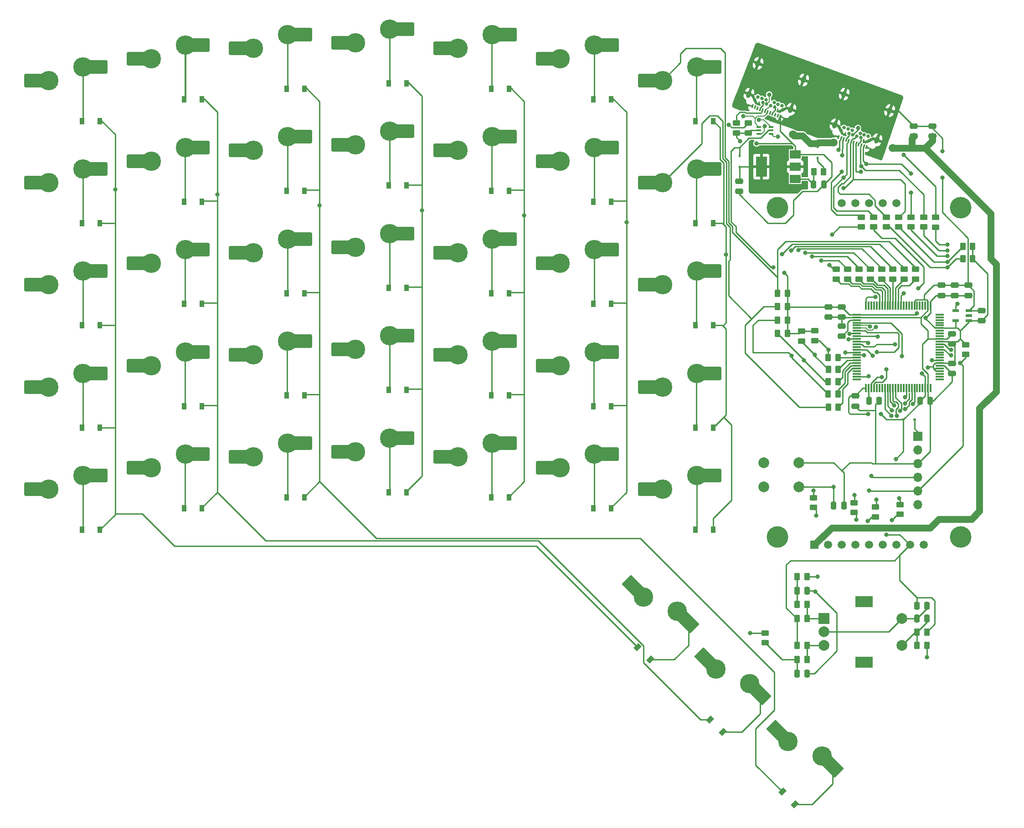
<source format=gbr>
%TF.GenerationSoftware,KiCad,Pcbnew,(6.0.7-1)-1*%
%TF.CreationDate,2022-10-21T17:23:08-04:00*%
%TF.ProjectId,Splitboard-A,53706c69-7462-46f6-9172-642d412e6b69,rev?*%
%TF.SameCoordinates,Original*%
%TF.FileFunction,Copper,L2,Bot*%
%TF.FilePolarity,Positive*%
%FSLAX46Y46*%
G04 Gerber Fmt 4.6, Leading zero omitted, Abs format (unit mm)*
G04 Created by KiCad (PCBNEW (6.0.7-1)-1) date 2022-10-21 17:23:08*
%MOMM*%
%LPD*%
G01*
G04 APERTURE LIST*
G04 Aperture macros list*
%AMRoundRect*
0 Rectangle with rounded corners*
0 $1 Rounding radius*
0 $2 $3 $4 $5 $6 $7 $8 $9 X,Y pos of 4 corners*
0 Add a 4 corners polygon primitive as box body*
4,1,4,$2,$3,$4,$5,$6,$7,$8,$9,$2,$3,0*
0 Add four circle primitives for the rounded corners*
1,1,$1+$1,$2,$3*
1,1,$1+$1,$4,$5*
1,1,$1+$1,$6,$7*
1,1,$1+$1,$8,$9*
0 Add four rect primitives between the rounded corners*
20,1,$1+$1,$2,$3,$4,$5,0*
20,1,$1+$1,$4,$5,$6,$7,0*
20,1,$1+$1,$6,$7,$8,$9,0*
20,1,$1+$1,$8,$9,$2,$3,0*%
%AMHorizOval*
0 Thick line with rounded ends*
0 $1 width*
0 $2 $3 position (X,Y) of the first rounded end (center of the circle)*
0 $4 $5 position (X,Y) of the second rounded end (center of the circle)*
0 Add line between two ends*
20,1,$1,$2,$3,$4,$5,0*
0 Add two circle primitives to create the rounded ends*
1,1,$1,$2,$3*
1,1,$1,$4,$5*%
%AMRotRect*
0 Rectangle, with rotation*
0 The origin of the aperture is its center*
0 $1 length*
0 $2 width*
0 $3 Rotation angle, in degrees counterclockwise*
0 Add horizontal line*
21,1,$1,$2,0,0,$3*%
G04 Aperture macros list end*
%TA.AperFunction,SMDPad,CuDef*%
%ADD10RoundRect,0.250000X-1.525000X-1.000000X1.525000X-1.000000X1.525000X1.000000X-1.525000X1.000000X0*%
%TD*%
%TA.AperFunction,ComponentPad*%
%ADD11C,3.600000*%
%TD*%
%TA.AperFunction,SMDPad,CuDef*%
%ADD12RoundRect,0.250000X-1.785445X0.371231X0.371231X-1.785445X1.785445X-0.371231X-0.371231X1.785445X0*%
%TD*%
%TA.AperFunction,ComponentPad*%
%ADD13C,4.000000*%
%TD*%
%TA.AperFunction,ComponentPad*%
%ADD14R,1.500000X1.500000*%
%TD*%
%TA.AperFunction,ComponentPad*%
%ADD15C,1.500000*%
%TD*%
%TA.AperFunction,ComponentPad*%
%ADD16R,2.000000X2.000000*%
%TD*%
%TA.AperFunction,ComponentPad*%
%ADD17C,2.000000*%
%TD*%
%TA.AperFunction,ComponentPad*%
%ADD18R,3.200000X2.000000*%
%TD*%
%TA.AperFunction,SMDPad,CuDef*%
%ADD19RoundRect,0.250000X-0.250000X-0.475000X0.250000X-0.475000X0.250000X0.475000X-0.250000X0.475000X0*%
%TD*%
%TA.AperFunction,SMDPad,CuDef*%
%ADD20RoundRect,0.250000X0.475000X-0.250000X0.475000X0.250000X-0.475000X0.250000X-0.475000X-0.250000X0*%
%TD*%
%TA.AperFunction,SMDPad,CuDef*%
%ADD21R,0.600000X0.450000*%
%TD*%
%TA.AperFunction,SMDPad,CuDef*%
%ADD22RoundRect,0.250000X-0.262500X-0.450000X0.262500X-0.450000X0.262500X0.450000X-0.262500X0.450000X0*%
%TD*%
%TA.AperFunction,SMDPad,CuDef*%
%ADD23RoundRect,0.250000X0.262500X0.450000X-0.262500X0.450000X-0.262500X-0.450000X0.262500X-0.450000X0*%
%TD*%
%TA.AperFunction,SMDPad,CuDef*%
%ADD24RoundRect,0.250000X-0.475000X0.250000X-0.475000X-0.250000X0.475000X-0.250000X0.475000X0.250000X0*%
%TD*%
%TA.AperFunction,SMDPad,CuDef*%
%ADD25RoundRect,0.250000X0.450000X-0.262500X0.450000X0.262500X-0.450000X0.262500X-0.450000X-0.262500X0*%
%TD*%
%TA.AperFunction,SMDPad,CuDef*%
%ADD26R,0.900000X1.200000*%
%TD*%
%TA.AperFunction,SMDPad,CuDef*%
%ADD27RoundRect,0.250000X-0.450000X0.262500X-0.450000X-0.262500X0.450000X-0.262500X0.450000X0.262500X0*%
%TD*%
%TA.AperFunction,ComponentPad*%
%ADD28R,1.700000X1.700000*%
%TD*%
%TA.AperFunction,ComponentPad*%
%ADD29O,1.700000X1.700000*%
%TD*%
%TA.AperFunction,SMDPad,CuDef*%
%ADD30RotRect,0.900000X1.200000X315.000000*%
%TD*%
%TA.AperFunction,SMDPad,CuDef*%
%ADD31R,2.000000X1.500000*%
%TD*%
%TA.AperFunction,SMDPad,CuDef*%
%ADD32R,2.000000X3.800000*%
%TD*%
%TA.AperFunction,SMDPad,CuDef*%
%ADD33R,1.300000X0.550000*%
%TD*%
%TA.AperFunction,SMDPad,CuDef*%
%ADD34RoundRect,0.250000X0.250000X0.475000X-0.250000X0.475000X-0.250000X-0.475000X0.250000X-0.475000X0*%
%TD*%
%TA.AperFunction,SMDPad,CuDef*%
%ADD35R,0.876300X0.355600*%
%TD*%
%TA.AperFunction,SMDPad,CuDef*%
%ADD36RoundRect,0.075000X0.725000X0.075000X-0.725000X0.075000X-0.725000X-0.075000X0.725000X-0.075000X0*%
%TD*%
%TA.AperFunction,SMDPad,CuDef*%
%ADD37RoundRect,0.075000X0.075000X0.725000X-0.075000X0.725000X-0.075000X-0.725000X0.075000X-0.725000X0*%
%TD*%
%TA.AperFunction,SMDPad,CuDef*%
%ADD38R,0.450000X0.600000*%
%TD*%
%TA.AperFunction,SMDPad,CuDef*%
%ADD39RotRect,0.300000X0.700000X340.000000*%
%TD*%
%TA.AperFunction,ComponentPad*%
%ADD40C,0.650000*%
%TD*%
%TA.AperFunction,ComponentPad*%
%ADD41HorizOval,0.800000X-0.102606X-0.281908X0.102606X0.281908X0*%
%TD*%
%TA.AperFunction,ViaPad*%
%ADD42C,0.800000*%
%TD*%
%TA.AperFunction,ViaPad*%
%ADD43C,1.500000*%
%TD*%
%TA.AperFunction,Conductor*%
%ADD44C,0.250000*%
%TD*%
%TA.AperFunction,Conductor*%
%ADD45C,1.250000*%
%TD*%
%TA.AperFunction,Conductor*%
%ADD46C,0.200000*%
%TD*%
G04 APERTURE END LIST*
D10*
%TO.P,K28,1*%
%TO.N,/col3*%
X212415000Y-94460000D03*
D11*
X215190000Y-94460000D03*
%TO.P,K28,2*%
%TO.N,Net-(D28-Pad2)*%
X221540000Y-91920000D03*
D10*
X224320000Y-91920000D03*
%TD*%
%TO.P,K11,1*%
%TO.N,/col1*%
X155415000Y-49460000D03*
D11*
X158190000Y-49460000D03*
D10*
%TO.P,K11,2*%
%TO.N,Net-(D11-Pad2)*%
X167320000Y-46920000D03*
D11*
X164540000Y-46920000D03*
%TD*%
D10*
%TO.P,K33,1*%
%TO.N,/col4*%
X174415000Y-107460000D03*
D11*
X177190000Y-107460000D03*
D10*
%TO.P,K33,2*%
%TO.N,Net-(D33-Pad2)*%
X186320000Y-104920000D03*
D11*
X183540000Y-104920000D03*
%TD*%
D10*
%TO.P,K20,1*%
%TO.N,/col2*%
X193415000Y-71460000D03*
D11*
X196190000Y-71460000D03*
D10*
%TO.P,K20,2*%
%TO.N,Net-(D20-Pad2)*%
X205320000Y-68920000D03*
D11*
X202540000Y-68920000D03*
%TD*%
D10*
%TO.P,K13,1*%
%TO.N,/col1*%
X193415000Y-52460000D03*
D11*
X196190000Y-52460000D03*
%TO.P,K13,2*%
%TO.N,Net-(D13-Pad2)*%
X202540000Y-49920000D03*
D10*
X205320000Y-49920000D03*
%TD*%
%TO.P,K7,1*%
%TO.N,/col0*%
X212415000Y-37460000D03*
D11*
X215190000Y-37460000D03*
D10*
%TO.P,K7,2*%
%TO.N,Net-(D7-Pad2)*%
X224320000Y-34920000D03*
D11*
X221540000Y-34920000D03*
%TD*%
%TO.P,K17,1*%
%TO.N,/col2*%
X139190000Y-69460000D03*
D10*
X136415000Y-69460000D03*
%TO.P,K17,2*%
%TO.N,Net-(D17-Pad2)*%
X148320000Y-66920000D03*
D11*
X145540000Y-66920000D03*
%TD*%
D10*
%TO.P,K16,1*%
%TO.N,/col2*%
X117415000Y-71460000D03*
D11*
X120190000Y-71460000D03*
%TO.P,K16,2*%
%TO.N,Net-(D16-Pad2)*%
X126540000Y-68920000D03*
D10*
X129320000Y-68920000D03*
%TD*%
D12*
%TO.P,K37,1*%
%TO.N,/col5*%
X223139753Y-144942916D03*
D11*
X225101974Y-146905137D03*
D12*
%TO.P,K37,2*%
%TO.N,Net-(D37-Pad2)*%
X233353911Y-151564971D03*
D11*
X231388154Y-149599214D03*
%TD*%
D13*
%TO.P,U2,*%
%TO.N,*%
X270610000Y-61100000D03*
X270610000Y-122300000D03*
X236510000Y-61100000D03*
X236510000Y-122300000D03*
D14*
%TO.P,U2,1,VCC*%
%TO.N,VBUS*%
X243400000Y-123800000D03*
D15*
%TO.P,U2,2,GND*%
%TO.N,GND*%
X245940000Y-123800000D03*
%TO.P,U2,3,~{CS}*%
%TO.N,Net-(U2-Pad3)*%
X248480000Y-123800000D03*
%TO.P,U2,4,RESET*%
%TO.N,Net-(U2-Pad4)*%
X251020000Y-123800000D03*
%TO.P,U2,5,D/~{C}*%
%TO.N,Net-(U2-Pad5)*%
X253560000Y-123800000D03*
%TO.P,U2,6,MOSI*%
%TO.N,Net-(U2-Pad6)*%
X256100000Y-123800000D03*
%TO.P,U2,7,SCK*%
%TO.N,Net-(U2-Pad7)*%
X258640000Y-123800000D03*
%TO.P,U2,8,LED*%
%TO.N,+3.3V*%
X261180000Y-123800000D03*
%TO.P,U2,9,MISO*%
%TO.N,unconnected-(U2-Pad9)*%
X263720000Y-123800000D03*
%TO.P,U2,10,SD_CS*%
%TO.N,unconnected-(U2-Pad10)*%
X248480000Y-60280000D03*
%TO.P,U2,11,SD_MOSI*%
%TO.N,unconnected-(U2-Pad11)*%
X251020000Y-60280000D03*
%TO.P,U2,12,SD_MISO*%
%TO.N,unconnected-(U2-Pad12)*%
X253560000Y-60280000D03*
%TO.P,U2,13,SD_SCK*%
%TO.N,unconnected-(U2-Pad13)*%
X256100000Y-60280000D03*
%TO.P,U2,14,FLASH_CD*%
%TO.N,unconnected-(U2-Pad14)*%
X258640000Y-60280000D03*
%TD*%
D11*
%TO.P,K2,1*%
%TO.N,/col0*%
X120190000Y-33460000D03*
D10*
X117415000Y-33460000D03*
D11*
%TO.P,K2,2*%
%TO.N,Net-(D2-Pad2)*%
X126540000Y-30920000D03*
D10*
X129320000Y-30920000D03*
%TD*%
D11*
%TO.P,K38,1*%
%TO.N,/col5*%
X238537003Y-160340166D03*
D12*
X236574782Y-158377945D03*
D11*
%TO.P,K38,2*%
%TO.N,Net-(D38-Pad2)*%
X244823183Y-163034243D03*
D12*
X246788940Y-165000000D03*
%TD*%
D10*
%TO.P,K5,1*%
%TO.N,/col0*%
X174415000Y-31460000D03*
D11*
X177190000Y-31460000D03*
D10*
%TO.P,K5,2*%
%TO.N,Net-(D5-Pad2)*%
X186320000Y-28920000D03*
D11*
X183540000Y-28920000D03*
%TD*%
%TO.P,K9,1*%
%TO.N,/col1*%
X120190000Y-52460000D03*
D10*
X117415000Y-52460000D03*
D11*
%TO.P,K9,2*%
%TO.N,Net-(D9-Pad2)*%
X126540000Y-49920000D03*
D10*
X129320000Y-49920000D03*
%TD*%
%TO.P,K32,1*%
%TO.N,/col4*%
X155415000Y-106460000D03*
D11*
X158190000Y-106460000D03*
%TO.P,K32,2*%
%TO.N,Net-(D32-Pad2)*%
X164540000Y-103920000D03*
D10*
X167320000Y-103920000D03*
%TD*%
%TO.P,K1,1*%
%TO.N,/col0*%
X98415000Y-37460000D03*
D11*
X101190000Y-37460000D03*
%TO.P,K1,2*%
%TO.N,Net-(D1-Pad2)*%
X107540000Y-34920000D03*
D10*
X110320000Y-34920000D03*
%TD*%
D11*
%TO.P,K26,1*%
%TO.N,/col3*%
X177190000Y-88460000D03*
D10*
X174415000Y-88460000D03*
%TO.P,K26,2*%
%TO.N,Net-(D26-Pad2)*%
X186320000Y-85920000D03*
D11*
X183540000Y-85920000D03*
%TD*%
D16*
%TO.P,SW1,A,A*%
%TO.N,Net-(R11-Pad2)*%
X245175000Y-137475000D03*
D17*
%TO.P,SW1,B,B*%
%TO.N,Net-(R13-Pad2)*%
X245175000Y-142475000D03*
%TO.P,SW1,C,C*%
%TO.N,GND*%
X245175000Y-139975000D03*
D18*
%TO.P,SW1,MP*%
%TO.N,N/C*%
X252675000Y-145575000D03*
X252675000Y-134375000D03*
D17*
%TO.P,SW1,S1,S1*%
%TO.N,/ENC_SW*%
X259675000Y-142475000D03*
%TO.P,SW1,S2,S2*%
%TO.N,GND*%
X259675000Y-137475000D03*
%TD*%
D11*
%TO.P,K4,1*%
%TO.N,/col0*%
X158190000Y-30460000D03*
D10*
X155415000Y-30460000D03*
D11*
%TO.P,K4,2*%
%TO.N,Net-(D4-Pad2)*%
X164540000Y-27920000D03*
D10*
X167320000Y-27920000D03*
%TD*%
%TO.P,K34,1*%
%TO.N,/col4*%
X193415000Y-109460000D03*
D11*
X196190000Y-109460000D03*
%TO.P,K34,2*%
%TO.N,Net-(D34-Pad2)*%
X202540000Y-106920000D03*
D10*
X205320000Y-106920000D03*
%TD*%
%TO.P,K30,1*%
%TO.N,/col4*%
X117415000Y-109460000D03*
D11*
X120190000Y-109460000D03*
%TO.P,K30,2*%
%TO.N,Net-(D30-Pad2)*%
X126540000Y-106920000D03*
D10*
X129320000Y-106920000D03*
%TD*%
D11*
%TO.P,K14,1*%
%TO.N,/col1*%
X215190000Y-56460000D03*
D10*
X212415000Y-56460000D03*
D11*
%TO.P,K14,2*%
%TO.N,Net-(D14-Pad2)*%
X221540000Y-53920000D03*
D10*
X224320000Y-53920000D03*
%TD*%
D11*
%TO.P,K12,1*%
%TO.N,/col1*%
X177190000Y-50460000D03*
D10*
X174415000Y-50460000D03*
D11*
%TO.P,K12,2*%
%TO.N,Net-(D12-Pad2)*%
X183540000Y-47920000D03*
D10*
X186320000Y-47920000D03*
%TD*%
D11*
%TO.P,K22,1*%
%TO.N,/col3*%
X101190000Y-94460000D03*
D10*
X98415000Y-94460000D03*
D11*
%TO.P,K22,2*%
%TO.N,Net-(D22-Pad2)*%
X107540000Y-91920000D03*
D10*
X110320000Y-91920000D03*
%TD*%
%TO.P,K6,1*%
%TO.N,/col0*%
X193415000Y-33460000D03*
D11*
X196190000Y-33460000D03*
%TO.P,K6,2*%
%TO.N,Net-(D6-Pad2)*%
X202540000Y-30920000D03*
D10*
X205320000Y-30920000D03*
%TD*%
%TO.P,K8,1*%
%TO.N,/col1*%
X98415000Y-56460000D03*
D11*
X101190000Y-56460000D03*
%TO.P,K8,2*%
%TO.N,Net-(D8-Pad2)*%
X107540000Y-53920000D03*
D10*
X110320000Y-53920000D03*
%TD*%
%TO.P,K18,1*%
%TO.N,/col2*%
X155415000Y-68460000D03*
D11*
X158190000Y-68460000D03*
%TO.P,K18,2*%
%TO.N,Net-(D18-Pad2)*%
X164540000Y-65920000D03*
D10*
X167320000Y-65920000D03*
%TD*%
%TO.P,K15,1*%
%TO.N,/col2*%
X98415000Y-75460000D03*
D11*
X101190000Y-75460000D03*
%TO.P,K15,2*%
%TO.N,Net-(D15-Pad2)*%
X107540000Y-72920000D03*
D10*
X110320000Y-72920000D03*
%TD*%
%TO.P,K21,1*%
%TO.N,/col2*%
X212415000Y-75460000D03*
D11*
X215190000Y-75460000D03*
%TO.P,K21,2*%
%TO.N,Net-(D21-Pad2)*%
X221540000Y-72920000D03*
D10*
X224320000Y-72920000D03*
%TD*%
%TO.P,K19,1*%
%TO.N,/col2*%
X174415000Y-69460000D03*
D11*
X177190000Y-69460000D03*
%TO.P,K19,2*%
%TO.N,Net-(D19-Pad2)*%
X183540000Y-66920000D03*
D10*
X186320000Y-66920000D03*
%TD*%
D11*
%TO.P,K25,1*%
%TO.N,/col3*%
X158190000Y-87460000D03*
D10*
X155415000Y-87460000D03*
D11*
%TO.P,K25,2*%
%TO.N,Net-(D25-Pad2)*%
X164540000Y-84920000D03*
D10*
X167320000Y-84920000D03*
%TD*%
%TO.P,K10,1*%
%TO.N,/col1*%
X136415000Y-50460000D03*
D11*
X139190000Y-50460000D03*
D10*
%TO.P,K10,2*%
%TO.N,Net-(D10-Pad2)*%
X148320000Y-47920000D03*
D11*
X145540000Y-47920000D03*
%TD*%
D10*
%TO.P,K31,1*%
%TO.N,/col4*%
X136415000Y-107460000D03*
D11*
X139190000Y-107460000D03*
D10*
%TO.P,K31,2*%
%TO.N,Net-(D31-Pad2)*%
X148320000Y-104920000D03*
D11*
X145540000Y-104920000D03*
%TD*%
%TO.P,K23,1*%
%TO.N,/col3*%
X120190000Y-90460000D03*
D10*
X117415000Y-90460000D03*
%TO.P,K23,2*%
%TO.N,Net-(D23-Pad2)*%
X129320000Y-87920000D03*
D11*
X126540000Y-87920000D03*
%TD*%
%TO.P,K29,1*%
%TO.N,/col4*%
X101190000Y-113460000D03*
D10*
X98415000Y-113460000D03*
D11*
%TO.P,K29,2*%
%TO.N,Net-(D29-Pad2)*%
X107540000Y-110920000D03*
D10*
X110320000Y-110920000D03*
%TD*%
%TO.P,K24,1*%
%TO.N,/col3*%
X136415000Y-88460000D03*
D11*
X139190000Y-88460000D03*
%TO.P,K24,2*%
%TO.N,Net-(D24-Pad2)*%
X145540000Y-85920000D03*
D10*
X148320000Y-85920000D03*
%TD*%
D12*
%TO.P,K36,1*%
%TO.N,/col5*%
X209704724Y-131507887D03*
D11*
X211666945Y-133470108D03*
D12*
%TO.P,K36,2*%
%TO.N,Net-(D36-Pad2)*%
X219918882Y-138129942D03*
D11*
X217953125Y-136164185D03*
%TD*%
D10*
%TO.P,K35,1*%
%TO.N,/col4*%
X212415000Y-113460000D03*
D11*
X215190000Y-113460000D03*
%TO.P,K35,2*%
%TO.N,Net-(D35-Pad2)*%
X221540000Y-110920000D03*
D10*
X224320000Y-110920000D03*
%TD*%
%TO.P,K27,1*%
%TO.N,/col3*%
X193415000Y-90460000D03*
D11*
X196190000Y-90460000D03*
D10*
%TO.P,K27,2*%
%TO.N,Net-(D27-Pad2)*%
X205320000Y-87920000D03*
D11*
X202540000Y-87920000D03*
%TD*%
%TO.P,K3,1*%
%TO.N,/col0*%
X139190000Y-31460000D03*
D10*
X136415000Y-31460000D03*
%TO.P,K3,2*%
%TO.N,Net-(D3-Pad2)*%
X148320000Y-28920000D03*
D11*
X145540000Y-28920000D03*
%TD*%
D19*
%TO.P,C5,1*%
%TO.N,GND*%
X262450000Y-137500000D03*
%TO.P,C5,2*%
%TO.N,/ENC_SW*%
X264350000Y-137500000D03*
%TD*%
D20*
%TO.P,C20,1*%
%TO.N,VBUS*%
X265300000Y-47850000D03*
%TO.P,C20,2*%
%TO.N,GND*%
X265300000Y-45950000D03*
%TD*%
D21*
%TO.P,D41,1,K*%
%TO.N,+3.3V*%
X259950000Y-100500000D03*
%TO.P,D41,2,A*%
%TO.N,Net-(D41-Pad2)*%
X262050000Y-100500000D03*
%TD*%
D22*
%TO.P,R7,1*%
%TO.N,/col2*%
X236587500Y-82000000D03*
%TO.P,R7,2*%
%TO.N,+3.3V*%
X238412500Y-82000000D03*
%TD*%
D23*
%TO.P,R14,1*%
%TO.N,Net-(R13-Pad2)*%
X242012500Y-145100000D03*
%TO.P,R14,2*%
%TO.N,/ENC_B*%
X240187500Y-145100000D03*
%TD*%
D24*
%TO.P,C10,1*%
%TO.N,+3.3V*%
X248500000Y-79550000D03*
%TO.P,C10,2*%
%TO.N,GND*%
X248500000Y-81450000D03*
%TD*%
D25*
%TO.P,R16,1*%
%TO.N,/SCL*%
X259100000Y-64712500D03*
%TO.P,R16,2*%
%TO.N,Net-(J2-PadA7)*%
X259100000Y-62887500D03*
%TD*%
D19*
%TO.P,C8,1*%
%TO.N,+3.3V*%
X263050000Y-97000000D03*
%TO.P,C8,2*%
%TO.N,GND*%
X264950000Y-97000000D03*
%TD*%
D17*
%TO.P,SW2,1,1*%
%TO.N,GND*%
X234000000Y-108500000D03*
X240500000Y-108500000D03*
%TO.P,SW2,2,2*%
%TO.N,/NRST*%
X234000000Y-113000000D03*
X240500000Y-113000000D03*
%TD*%
D25*
%TO.P,R25,1*%
%TO.N,Net-(R25-Pad1)*%
X251700000Y-74412500D03*
%TO.P,R25,2*%
%TO.N,/row2*%
X251700000Y-72587500D03*
%TD*%
D19*
%TO.P,C1,1*%
%TO.N,Net-(C1-Pad1)*%
X253550000Y-97000000D03*
%TO.P,C1,2*%
%TO.N,GND*%
X255450000Y-97000000D03*
%TD*%
D26*
%TO.P,D22,1,K*%
%TO.N,/row0*%
X110650000Y-102000000D03*
%TO.P,D22,2,A*%
%TO.N,Net-(D22-Pad2)*%
X107350000Y-102000000D03*
%TD*%
D27*
%TO.P,R2,1*%
%TO.N,Net-(J1-PadB5)*%
X231100000Y-45387500D03*
%TO.P,R2,2*%
%TO.N,GND*%
X231100000Y-47212500D03*
%TD*%
D24*
%TO.P,C9,1*%
%TO.N,+3.3V*%
X246000000Y-79550000D03*
%TO.P,C9,2*%
%TO.N,GND*%
X246000000Y-81450000D03*
%TD*%
D26*
%TO.P,D19,1,K*%
%TO.N,/row4*%
X186650000Y-77000000D03*
%TO.P,D19,2,A*%
%TO.N,Net-(D19-Pad2)*%
X183350000Y-77000000D03*
%TD*%
D20*
%TO.P,C12,1*%
%TO.N,+3.3V*%
X269500000Y-77450000D03*
%TO.P,C12,2*%
%TO.N,GND*%
X269500000Y-75550000D03*
%TD*%
D19*
%TO.P,C3,1*%
%TO.N,Net-(C3-Pad1)*%
X243250000Y-56800000D03*
%TO.P,C3,2*%
%TO.N,GND*%
X245150000Y-56800000D03*
%TD*%
D26*
%TO.P,D9,1,K*%
%TO.N,/row1*%
X129650000Y-60000000D03*
%TO.P,D9,2,A*%
%TO.N,Net-(D9-Pad2)*%
X126350000Y-60000000D03*
%TD*%
D22*
%TO.P,R38,1*%
%TO.N,/SDA*%
X270987500Y-70600000D03*
%TO.P,R38,2*%
%TO.N,+3.3V*%
X272812500Y-70600000D03*
%TD*%
D26*
%TO.P,D13,1,K*%
%TO.N,/row5*%
X205650000Y-60000000D03*
%TO.P,D13,2,A*%
%TO.N,Net-(D13-Pad2)*%
X202350000Y-60000000D03*
%TD*%
D23*
%TO.P,R36,1*%
%TO.N,Net-(R36-Pad1)*%
X242012500Y-129700000D03*
%TO.P,R36,2*%
%TO.N,/ENC_A*%
X240187500Y-129700000D03*
%TD*%
D26*
%TO.P,D10,1,K*%
%TO.N,/row2*%
X148650000Y-58000000D03*
%TO.P,D10,2,A*%
%TO.N,Net-(D10-Pad2)*%
X145350000Y-58000000D03*
%TD*%
D25*
%TO.P,R20,1*%
%TO.N,/LCD2_RST*%
X265900000Y-64725000D03*
%TO.P,R20,2*%
%TO.N,Net-(J2-PadA3)*%
X265900000Y-62900000D03*
%TD*%
D26*
%TO.P,D12,1,K*%
%TO.N,/row4*%
X186650000Y-58000000D03*
%TO.P,D12,2,A*%
%TO.N,Net-(D12-Pad2)*%
X183350000Y-58000000D03*
%TD*%
D28*
%TO.P,J3,1,Pin_1*%
%TO.N,Net-(D41-Pad2)*%
X262625000Y-103650000D03*
D29*
%TO.P,J3,2,Pin_2*%
%TO.N,/SWCLK*%
X262625000Y-106190000D03*
%TO.P,J3,3,Pin_3*%
%TO.N,GND*%
X262625000Y-108730000D03*
%TO.P,J3,4,Pin_4*%
%TO.N,/SWDIO*%
X262625000Y-111270000D03*
%TO.P,J3,5,Pin_5*%
%TO.N,/NRST*%
X262625000Y-113810000D03*
%TO.P,J3,6,Pin_6*%
%TO.N,/SWO*%
X262625000Y-116350000D03*
%TD*%
D26*
%TO.P,D16,1,K*%
%TO.N,/row1*%
X129650000Y-79000000D03*
%TO.P,D16,2,A*%
%TO.N,Net-(D16-Pad2)*%
X126350000Y-79000000D03*
%TD*%
D25*
%TO.P,R18,1*%
%TO.N,/LCD2_CS*%
X263700000Y-64700000D03*
%TO.P,R18,2*%
%TO.N,Net-(J2-PadA10)*%
X263700000Y-62875000D03*
%TD*%
D26*
%TO.P,D15,1,K*%
%TO.N,/row0*%
X110650000Y-83000000D03*
%TO.P,D15,2,A*%
%TO.N,Net-(D15-Pad2)*%
X107350000Y-83000000D03*
%TD*%
D25*
%TO.P,R4,1*%
%TO.N,/col5*%
X243500000Y-85825000D03*
%TO.P,R4,2*%
%TO.N,+3.3V*%
X243500000Y-84000000D03*
%TD*%
%TO.P,R30,1*%
%TO.N,Net-(R30-Pad1)*%
X262200000Y-74412500D03*
%TO.P,R30,2*%
%TO.N,/col0*%
X262200000Y-72587500D03*
%TD*%
D22*
%TO.P,R11,1*%
%TO.N,+3.3V*%
X240187500Y-137487500D03*
%TO.P,R11,2*%
%TO.N,Net-(R11-Pad2)*%
X242012500Y-137487500D03*
%TD*%
D30*
%TO.P,D37,1,K*%
%TO.N,/row1*%
X224025688Y-156248710D03*
%TO.P,D37,2,A*%
%TO.N,Net-(D37-Pad2)*%
X226359140Y-158582162D03*
%TD*%
D25*
%TO.P,R17,1*%
%TO.N,/SDA*%
X256800000Y-64712500D03*
%TO.P,R17,2*%
%TO.N,Net-(J2-PadA6)*%
X256800000Y-62887500D03*
%TD*%
D26*
%TO.P,D11,1,K*%
%TO.N,/row3*%
X167650000Y-57000000D03*
%TO.P,D11,2,A*%
%TO.N,Net-(D11-Pad2)*%
X164350000Y-57000000D03*
%TD*%
D27*
%TO.P,R15,1*%
%TO.N,+3.3V*%
X271500000Y-86587500D03*
%TO.P,R15,2*%
%TO.N,/NRST*%
X271500000Y-88412500D03*
%TD*%
%TO.P,R22,1*%
%TO.N,Net-(R22-Pad1)*%
X234300000Y-140187500D03*
%TO.P,R22,2*%
%TO.N,/ENC_B*%
X234300000Y-142012500D03*
%TD*%
D26*
%TO.P,D2,1,K*%
%TO.N,/row1*%
X129650000Y-41000000D03*
%TO.P,D2,2,A*%
%TO.N,Net-(D2-Pad2)*%
X126350000Y-41000000D03*
%TD*%
D20*
%TO.P,C13,1*%
%TO.N,+3.3V*%
X272000000Y-77450000D03*
%TO.P,C13,2*%
%TO.N,GND*%
X272000000Y-75550000D03*
%TD*%
D19*
%TO.P,C6,1*%
%TO.N,+3.3V*%
X262450000Y-135100000D03*
%TO.P,C6,2*%
%TO.N,GND*%
X264350000Y-135100000D03*
%TD*%
D22*
%TO.P,R9,1*%
%TO.N,/col0*%
X236587500Y-77000000D03*
%TO.P,R9,2*%
%TO.N,+3.3V*%
X238412500Y-77000000D03*
%TD*%
D26*
%TO.P,D14,1,K*%
%TO.N,/row6*%
X224650000Y-64000000D03*
%TO.P,D14,2,A*%
%TO.N,Net-(D14-Pad2)*%
X221350000Y-64000000D03*
%TD*%
D22*
%TO.P,R39,1*%
%TO.N,/SCL*%
X270987500Y-68300000D03*
%TO.P,R39,2*%
%TO.N,+3.3V*%
X272812500Y-68300000D03*
%TD*%
D24*
%TO.P,C4,1*%
%TO.N,Net-(C4-Pad1)*%
X229400000Y-56200000D03*
%TO.P,C4,2*%
%TO.N,GND*%
X229400000Y-58100000D03*
%TD*%
D31*
%TO.P,U4,1,GND*%
%TO.N,GND*%
X239850000Y-51200000D03*
%TO.P,U4,2,VO*%
%TO.N,Net-(C4-Pad1)*%
X239850000Y-53500000D03*
D32*
X233550000Y-53500000D03*
D31*
%TO.P,U4,3,VI*%
%TO.N,Net-(C3-Pad1)*%
X239850000Y-55800000D03*
%TD*%
D26*
%TO.P,D17,1,K*%
%TO.N,/row2*%
X148650000Y-77000000D03*
%TO.P,D17,2,A*%
%TO.N,Net-(D17-Pad2)*%
X145350000Y-77000000D03*
%TD*%
D19*
%TO.P,C16,1*%
%TO.N,/ENC_A*%
X240150000Y-132300000D03*
%TO.P,C16,2*%
%TO.N,GND*%
X242050000Y-132300000D03*
%TD*%
D26*
%TO.P,D23,1,K*%
%TO.N,/row1*%
X129650000Y-98000000D03*
%TO.P,D23,2,A*%
%TO.N,Net-(D23-Pad2)*%
X126350000Y-98000000D03*
%TD*%
D23*
%TO.P,R33,1*%
%TO.N,Net-(R33-Pad1)*%
X247812500Y-93480000D03*
%TO.P,R33,2*%
%TO.N,/col3*%
X245987500Y-93480000D03*
%TD*%
D26*
%TO.P,D3,1,K*%
%TO.N,/row2*%
X148650000Y-39000000D03*
%TO.P,D3,2,A*%
%TO.N,Net-(D3-Pad2)*%
X145350000Y-39000000D03*
%TD*%
%TO.P,D34,1,K*%
%TO.N,/row5*%
X205650000Y-117000000D03*
%TO.P,D34,2,A*%
%TO.N,Net-(D34-Pad2)*%
X202350000Y-117000000D03*
%TD*%
D24*
%TO.P,C7,1*%
%TO.N,+3.3V*%
X251000000Y-96100000D03*
%TO.P,C7,2*%
%TO.N,GND*%
X251000000Y-98000000D03*
%TD*%
D33*
%TO.P,U1,1,GND*%
%TO.N,GND*%
X272123500Y-80248499D03*
%TO.P,U1,2,NC*%
%TO.N,unconnected-(U1-Pad2)*%
X272123500Y-81198500D03*
%TO.P,U1,3,OE/NC*%
%TO.N,+3.3V*%
X272123500Y-82148501D03*
%TO.P,U1,4,VDD*%
X269623500Y-82148501D03*
%TO.P,U1,5,OUT*%
%TO.N,/RCC_OSC_IN*%
X269623500Y-80248499D03*
%TD*%
D27*
%TO.P,R41,1*%
%TO.N,/MOSI*%
X259334000Y-116283100D03*
%TO.P,R41,2*%
%TO.N,Net-(U2-Pad6)*%
X259334000Y-118108100D03*
%TD*%
D23*
%TO.P,FB1,1*%
%TO.N,Net-(D39-Pad1)*%
X245112500Y-54400000D03*
%TO.P,FB1,2*%
%TO.N,Net-(C3-Pad1)*%
X243287500Y-54400000D03*
%TD*%
D20*
%TO.P,C14,1*%
%TO.N,+3.3V*%
X269000000Y-86450000D03*
%TO.P,C14,2*%
%TO.N,GND*%
X269000000Y-84550000D03*
%TD*%
D24*
%TO.P,C15,1*%
%TO.N,+3.3V*%
X269000000Y-90050000D03*
%TO.P,C15,2*%
%TO.N,GND*%
X269000000Y-91950000D03*
%TD*%
D26*
%TO.P,D30,1,K*%
%TO.N,/row1*%
X129650000Y-117000000D03*
%TO.P,D30,2,A*%
%TO.N,Net-(D30-Pad2)*%
X126350000Y-117000000D03*
%TD*%
%TO.P,D25,1,K*%
%TO.N,/row3*%
X167650000Y-95000000D03*
%TO.P,D25,2,A*%
%TO.N,Net-(D25-Pad2)*%
X164350000Y-95000000D03*
%TD*%
D34*
%TO.P,C17,1*%
%TO.N,GND*%
X242050000Y-147700000D03*
%TO.P,C17,2*%
%TO.N,/ENC_B*%
X240150000Y-147700000D03*
%TD*%
D30*
%TO.P,D36,1,K*%
%TO.N,/row0*%
X210590654Y-142813684D03*
%TO.P,D36,2,A*%
%TO.N,Net-(D36-Pad2)*%
X212924106Y-145147136D03*
%TD*%
D26*
%TO.P,D35,1,K*%
%TO.N,/row6*%
X224650000Y-121000000D03*
%TO.P,D35,2,A*%
%TO.N,Net-(D35-Pad2)*%
X221350000Y-121000000D03*
%TD*%
D25*
%TO.P,R26,1*%
%TO.N,Net-(R26-Pad1)*%
X253800000Y-74412500D03*
%TO.P,R26,2*%
%TO.N,/row3*%
X253800000Y-72587500D03*
%TD*%
%TO.P,R28,1*%
%TO.N,Net-(R28-Pad1)*%
X258000000Y-74412500D03*
%TO.P,R28,2*%
%TO.N,/row5*%
X258000000Y-72587500D03*
%TD*%
D27*
%TO.P,R40,1*%
%TO.N,/LCD1_CS*%
X243281200Y-115013100D03*
%TO.P,R40,2*%
%TO.N,Net-(U2-Pad3)*%
X243281200Y-116838100D03*
%TD*%
D20*
%TO.P,C21,1*%
%TO.N,+3.3V*%
X274500000Y-82150000D03*
%TO.P,C21,2*%
%TO.N,GND*%
X274500000Y-80250000D03*
%TD*%
D25*
%TO.P,R27,1*%
%TO.N,Net-(R27-Pad1)*%
X255900000Y-74412500D03*
%TO.P,R27,2*%
%TO.N,/row4*%
X255900000Y-72587500D03*
%TD*%
D26*
%TO.P,D31,1,K*%
%TO.N,/row2*%
X148650000Y-115000000D03*
%TO.P,D31,2,A*%
%TO.N,Net-(D31-Pad2)*%
X145350000Y-115000000D03*
%TD*%
%TO.P,D21,1,K*%
%TO.N,/row6*%
X224650000Y-83000000D03*
%TO.P,D21,2,A*%
%TO.N,Net-(D21-Pad2)*%
X221350000Y-83000000D03*
%TD*%
D34*
%TO.P,C18,1*%
%TO.N,GND*%
X248900000Y-116500000D03*
%TO.P,C18,2*%
%TO.N,/NRST*%
X247000000Y-116500000D03*
%TD*%
D27*
%TO.P,R43,1*%
%TO.N,/LCD1_RST*%
X250799600Y-115952900D03*
%TO.P,R43,2*%
%TO.N,Net-(U2-Pad4)*%
X250799600Y-117777900D03*
%TD*%
D23*
%TO.P,R32,1*%
%TO.N,Net-(R32-Pad1)*%
X247812500Y-95780000D03*
%TO.P,R32,2*%
%TO.N,/col2*%
X245987500Y-95780000D03*
%TD*%
D35*
%TO.P,U5,1,D1*%
%TO.N,/USB_CONN_D+*%
X233107825Y-47397499D03*
%TO.P,U5,2,GND*%
%TO.N,GND*%
X233107825Y-46747500D03*
%TO.P,U5,3,D2*%
%TO.N,/USB_CONN_D-*%
X233107825Y-46097501D03*
%TO.P,U5,4,D3*%
%TO.N,/USB_D-*%
X235330325Y-46097501D03*
%TO.P,U5,5,VDD*%
%TO.N,+3.3V*%
X235330325Y-46747500D03*
%TO.P,U5,6,D4*%
%TO.N,/USB_D+*%
X235330325Y-47397499D03*
%TD*%
D36*
%TO.P,U3,1,PE2*%
%TO.N,unconnected-(U3-Pad1)*%
X266675000Y-81000000D03*
%TO.P,U3,2,PE3*%
%TO.N,unconnected-(U3-Pad2)*%
X266675000Y-81500000D03*
%TO.P,U3,3,PE4*%
%TO.N,unconnected-(U3-Pad3)*%
X266675000Y-82000000D03*
%TO.P,U3,4,PE5*%
%TO.N,unconnected-(U3-Pad4)*%
X266675000Y-82500000D03*
%TO.P,U3,5,PE6*%
%TO.N,unconnected-(U3-Pad5)*%
X266675000Y-83000000D03*
%TO.P,U3,6,VBAT*%
%TO.N,+3.3V*%
X266675000Y-83500000D03*
%TO.P,U3,7,PC13*%
%TO.N,unconnected-(U3-Pad7)*%
X266675000Y-84000000D03*
%TO.P,U3,8,PC14*%
%TO.N,unconnected-(U3-Pad8)*%
X266675000Y-84500000D03*
%TO.P,U3,9,PC15*%
%TO.N,unconnected-(U3-Pad9)*%
X266675000Y-85000000D03*
%TO.P,U3,10,VSS*%
%TO.N,GND*%
X266675000Y-85500000D03*
%TO.P,U3,11,VDD*%
%TO.N,+3.3V*%
X266675000Y-86000000D03*
%TO.P,U3,12,PH0*%
%TO.N,/RCC_OSC_IN*%
X266675000Y-86500000D03*
%TO.P,U3,13,PH1*%
%TO.N,/RCC_OSC_OUT*%
X266675000Y-87000000D03*
%TO.P,U3,14,NRST*%
%TO.N,/NRST*%
X266675000Y-87500000D03*
%TO.P,U3,15,PC0*%
%TO.N,unconnected-(U3-Pad15)*%
X266675000Y-88000000D03*
%TO.P,U3,16,PC1*%
%TO.N,unconnected-(U3-Pad16)*%
X266675000Y-88500000D03*
%TO.P,U3,17,PC2*%
%TO.N,unconnected-(U3-Pad17)*%
X266675000Y-89000000D03*
%TO.P,U3,18,PC3*%
%TO.N,/MOSI*%
X266675000Y-89500000D03*
%TO.P,U3,19,VDD*%
%TO.N,+3.3V*%
X266675000Y-90000000D03*
%TO.P,U3,20,VSSA*%
%TO.N,GND*%
X266675000Y-90500000D03*
%TO.P,U3,21,VREF+*%
%TO.N,+3.3V*%
X266675000Y-91000000D03*
%TO.P,U3,22,VDDA*%
X266675000Y-91500000D03*
%TO.P,U3,23,PA0*%
%TO.N,unconnected-(U3-Pad23)*%
X266675000Y-92000000D03*
%TO.P,U3,24,PA1*%
%TO.N,unconnected-(U3-Pad24)*%
X266675000Y-92500000D03*
%TO.P,U3,25,PA2*%
%TO.N,unconnected-(U3-Pad25)*%
X266675000Y-93000000D03*
D37*
%TO.P,U3,26,PA3*%
%TO.N,unconnected-(U3-Pad26)*%
X265000000Y-94675000D03*
%TO.P,U3,27,VSS*%
%TO.N,GND*%
X264500000Y-94675000D03*
%TO.P,U3,28,VDD*%
%TO.N,+3.3V*%
X264000000Y-94675000D03*
%TO.P,U3,29,PA4*%
%TO.N,unconnected-(U3-Pad29)*%
X263500000Y-94675000D03*
%TO.P,U3,30,PA5*%
%TO.N,unconnected-(U3-Pad30)*%
X263000000Y-94675000D03*
%TO.P,U3,31,PA6*%
%TO.N,unconnected-(U3-Pad31)*%
X262500000Y-94675000D03*
%TO.P,U3,32,PA7*%
%TO.N,unconnected-(U3-Pad32)*%
X262000000Y-94675000D03*
%TO.P,U3,33,PC4*%
%TO.N,unconnected-(U3-Pad33)*%
X261500000Y-94675000D03*
%TO.P,U3,34,PC5*%
%TO.N,unconnected-(U3-Pad34)*%
X261000000Y-94675000D03*
%TO.P,U3,35,PB0*%
%TO.N,unconnected-(U3-Pad35)*%
X260500000Y-94675000D03*
%TO.P,U3,36,PB1*%
%TO.N,unconnected-(U3-Pad36)*%
X260000000Y-94675000D03*
%TO.P,U3,37,PB2*%
%TO.N,unconnected-(U3-Pad37)*%
X259500000Y-94675000D03*
%TO.P,U3,38,PE7*%
%TO.N,unconnected-(U3-Pad38)*%
X259000000Y-94675000D03*
%TO.P,U3,39,PE8*%
%TO.N,unconnected-(U3-Pad39)*%
X258500000Y-94675000D03*
%TO.P,U3,40,PE9*%
%TO.N,unconnected-(U3-Pad40)*%
X258000000Y-94675000D03*
%TO.P,U3,41,PE10*%
%TO.N,unconnected-(U3-Pad41)*%
X257500000Y-94675000D03*
%TO.P,U3,42,PE11*%
%TO.N,unconnected-(U3-Pad42)*%
X257000000Y-94675000D03*
%TO.P,U3,43,PE12*%
%TO.N,unconnected-(U3-Pad43)*%
X256500000Y-94675000D03*
%TO.P,U3,44,PE13*%
%TO.N,unconnected-(U3-Pad44)*%
X256000000Y-94675000D03*
%TO.P,U3,45,PE14*%
%TO.N,unconnected-(U3-Pad45)*%
X255500000Y-94675000D03*
%TO.P,U3,46,PE15*%
%TO.N,unconnected-(U3-Pad46)*%
X255000000Y-94675000D03*
%TO.P,U3,47,PB10*%
%TO.N,/SCL*%
X254500000Y-94675000D03*
%TO.P,U3,48,PB11*%
%TO.N,/SDA*%
X254000000Y-94675000D03*
%TO.P,U3,49,VCAP_1*%
%TO.N,Net-(C1-Pad1)*%
X253500000Y-94675000D03*
%TO.P,U3,50,VDD*%
%TO.N,+3.3V*%
X253000000Y-94675000D03*
D36*
%TO.P,U3,51,PB12*%
%TO.N,unconnected-(U3-Pad51)*%
X251325000Y-93000000D03*
%TO.P,U3,52,PB13*%
%TO.N,/SCK*%
X251325000Y-92500000D03*
%TO.P,U3,53,PB14*%
%TO.N,unconnected-(U3-Pad53)*%
X251325000Y-92000000D03*
%TO.P,U3,54,PB15*%
%TO.N,unconnected-(U3-Pad54)*%
X251325000Y-91500000D03*
%TO.P,U3,55,PD8*%
%TO.N,Net-(R31-Pad1)*%
X251325000Y-91000000D03*
%TO.P,U3,56,PD9*%
%TO.N,Net-(R32-Pad1)*%
X251325000Y-90500000D03*
%TO.P,U3,57,PD10*%
%TO.N,Net-(R33-Pad1)*%
X251325000Y-90000000D03*
%TO.P,U3,58,PD11*%
%TO.N,Net-(R34-Pad1)*%
X251325000Y-89500000D03*
%TO.P,U3,59,PD12*%
%TO.N,Net-(R35-Pad1)*%
X251325000Y-89000000D03*
%TO.P,U3,60,PD13*%
%TO.N,Net-(R36-Pad1)*%
X251325000Y-88500000D03*
%TO.P,U3,61,PD14*%
%TO.N,Net-(R22-Pad1)*%
X251325000Y-88000000D03*
%TO.P,U3,62,PD15*%
%TO.N,Net-(R37-Pad1)*%
X251325000Y-87500000D03*
%TO.P,U3,63,PC6*%
%TO.N,unconnected-(U3-Pad63)*%
X251325000Y-87000000D03*
%TO.P,U3,64,PC7*%
%TO.N,/LCD1_DC*%
X251325000Y-86500000D03*
%TO.P,U3,65,PC8*%
%TO.N,/LCD1_CS*%
X251325000Y-86000000D03*
%TO.P,U3,66,PC9*%
%TO.N,/LCD2_DC*%
X251325000Y-85500000D03*
%TO.P,U3,67,PA8*%
%TO.N,/LCD2_CS*%
X251325000Y-85000000D03*
%TO.P,U3,68,PA9*%
%TO.N,/LCD2_RST*%
X251325000Y-84500000D03*
%TO.P,U3,69,PA10*%
%TO.N,/LCD1_RST*%
X251325000Y-84000000D03*
%TO.P,U3,70,PA11*%
%TO.N,/USB_D-*%
X251325000Y-83500000D03*
%TO.P,U3,71,PA12*%
%TO.N,/USB_D+*%
X251325000Y-83000000D03*
%TO.P,U3,72,PA13*%
%TO.N,/SWDIO*%
X251325000Y-82500000D03*
%TO.P,U3,73,VCAP_2*%
%TO.N,Net-(C2-Pad1)*%
X251325000Y-82000000D03*
%TO.P,U3,74,VSS*%
%TO.N,GND*%
X251325000Y-81500000D03*
%TO.P,U3,75,VDD*%
%TO.N,+3.3V*%
X251325000Y-81000000D03*
D37*
%TO.P,U3,76,PA14*%
%TO.N,/SWCLK*%
X253000000Y-79325000D03*
%TO.P,U3,77,PA15*%
%TO.N,unconnected-(U3-Pad77)*%
X253500000Y-79325000D03*
%TO.P,U3,78,PC10*%
%TO.N,unconnected-(U3-Pad78)*%
X254000000Y-79325000D03*
%TO.P,U3,79,PC11*%
%TO.N,unconnected-(U3-Pad79)*%
X254500000Y-79325000D03*
%TO.P,U3,80,PC12*%
%TO.N,unconnected-(U3-Pad80)*%
X255000000Y-79325000D03*
%TO.P,U3,81,PD0*%
%TO.N,Net-(R23-Pad1)*%
X255500000Y-79325000D03*
%TO.P,U3,82,PD1*%
%TO.N,Net-(R24-Pad1)*%
X256000000Y-79325000D03*
%TO.P,U3,83,PD2*%
%TO.N,Net-(R25-Pad1)*%
X256500000Y-79325000D03*
%TO.P,U3,84,PD3*%
%TO.N,Net-(R26-Pad1)*%
X257000000Y-79325000D03*
%TO.P,U3,85,PD4*%
%TO.N,Net-(R27-Pad1)*%
X257500000Y-79325000D03*
%TO.P,U3,86,PD5*%
%TO.N,Net-(R28-Pad1)*%
X258000000Y-79325000D03*
%TO.P,U3,87,PD6*%
%TO.N,Net-(R29-Pad1)*%
X258500000Y-79325000D03*
%TO.P,U3,88,PD7*%
%TO.N,Net-(R30-Pad1)*%
X259000000Y-79325000D03*
%TO.P,U3,89,PB3*%
%TO.N,/SWO*%
X259500000Y-79325000D03*
%TO.P,U3,90,PB4*%
%TO.N,unconnected-(U3-Pad90)*%
X260000000Y-79325000D03*
%TO.P,U3,91,PB5*%
%TO.N,unconnected-(U3-Pad91)*%
X260500000Y-79325000D03*
%TO.P,U3,92,PB6*%
%TO.N,unconnected-(U3-Pad92)*%
X261000000Y-79325000D03*
%TO.P,U3,93,PB7*%
%TO.N,unconnected-(U3-Pad93)*%
X261500000Y-79325000D03*
%TO.P,U3,94,BOOT0*%
%TO.N,GND*%
X262000000Y-79325000D03*
%TO.P,U3,95,PB8*%
%TO.N,unconnected-(U3-Pad95)*%
X262500000Y-79325000D03*
%TO.P,U3,96,PB9*%
%TO.N,unconnected-(U3-Pad96)*%
X263000000Y-79325000D03*
%TO.P,U3,97,PE0*%
%TO.N,unconnected-(U3-Pad97)*%
X263500000Y-79325000D03*
%TO.P,U3,98,PE1*%
%TO.N,unconnected-(U3-Pad98)*%
X264000000Y-79325000D03*
%TO.P,U3,99,VSS*%
%TO.N,GND*%
X264500000Y-79325000D03*
%TO.P,U3,100,VDD*%
%TO.N,+3.3V*%
X265000000Y-79325000D03*
%TD*%
D30*
%TO.P,D38,1,K*%
%TO.N,/row2*%
X237460717Y-169683738D03*
%TO.P,D38,2,A*%
%TO.N,Net-(D38-Pad2)*%
X239794169Y-172017190D03*
%TD*%
D27*
%TO.P,R1,1*%
%TO.N,Net-(J1-PadA5)*%
X228900000Y-45387500D03*
%TO.P,R1,2*%
%TO.N,GND*%
X228900000Y-47212500D03*
%TD*%
%TO.P,R44,1*%
%TO.N,/LCD1_DC*%
X254736600Y-116763800D03*
%TO.P,R44,2*%
%TO.N,Net-(U2-Pad5)*%
X254736600Y-118588800D03*
%TD*%
D26*
%TO.P,D5,1,K*%
%TO.N,/row4*%
X186650000Y-39000000D03*
%TO.P,D5,2,A*%
%TO.N,Net-(D5-Pad2)*%
X183350000Y-39000000D03*
%TD*%
D22*
%TO.P,R13,1*%
%TO.N,+3.3V*%
X240187500Y-142487500D03*
%TO.P,R13,2*%
%TO.N,Net-(R13-Pad2)*%
X242012500Y-142487500D03*
%TD*%
D26*
%TO.P,D18,1,K*%
%TO.N,/row3*%
X167650000Y-76000000D03*
%TO.P,D18,2,A*%
%TO.N,Net-(D18-Pad2)*%
X164350000Y-76000000D03*
%TD*%
D25*
%TO.P,R21,1*%
%TO.N,/SCK*%
X252100000Y-64712500D03*
%TO.P,R21,2*%
%TO.N,Net-(J2-PadA8)*%
X252100000Y-62887500D03*
%TD*%
D22*
%TO.P,R8,1*%
%TO.N,/col1*%
X236587500Y-79500000D03*
%TO.P,R8,2*%
%TO.N,+3.3V*%
X238412500Y-79500000D03*
%TD*%
D26*
%TO.P,D28,1,K*%
%TO.N,/row6*%
X224650000Y-102000000D03*
%TO.P,D28,2,A*%
%TO.N,Net-(D28-Pad2)*%
X221350000Y-102000000D03*
%TD*%
%TO.P,D32,1,K*%
%TO.N,/row3*%
X167650000Y-114000000D03*
%TO.P,D32,2,A*%
%TO.N,Net-(D32-Pad2)*%
X164350000Y-114000000D03*
%TD*%
D20*
%TO.P,C11,1*%
%TO.N,+3.3V*%
X267000000Y-77450000D03*
%TO.P,C11,2*%
%TO.N,GND*%
X267000000Y-75550000D03*
%TD*%
D38*
%TO.P,D40,1,K*%
%TO.N,+3.3V*%
X229500000Y-51450000D03*
%TO.P,D40,2,A*%
%TO.N,Net-(C4-Pad1)*%
X229500000Y-53550000D03*
%TD*%
D22*
%TO.P,R10,1*%
%TO.N,/ENC_SW*%
X262487500Y-140000000D03*
%TO.P,R10,2*%
%TO.N,+3.3V*%
X264312500Y-140000000D03*
%TD*%
D26*
%TO.P,D27,1,K*%
%TO.N,/row5*%
X205650000Y-98000000D03*
%TO.P,D27,2,A*%
%TO.N,Net-(D27-Pad2)*%
X202350000Y-98000000D03*
%TD*%
D25*
%TO.P,R19,1*%
%TO.N,/LCD2_DC*%
X261400000Y-64712500D03*
%TO.P,R19,2*%
%TO.N,Net-(J2-PadA11)*%
X261400000Y-62887500D03*
%TD*%
D26*
%TO.P,D29,1,K*%
%TO.N,/row0*%
X110650000Y-121000000D03*
%TO.P,D29,2,A*%
%TO.N,Net-(D29-Pad2)*%
X107350000Y-121000000D03*
%TD*%
D23*
%TO.P,R35,1*%
%TO.N,Net-(R35-Pad1)*%
X247812500Y-89000000D03*
%TO.P,R35,2*%
%TO.N,/col5*%
X245987500Y-89000000D03*
%TD*%
%TO.P,R34,1*%
%TO.N,Net-(R34-Pad1)*%
X247825000Y-91180000D03*
%TO.P,R34,2*%
%TO.N,/col4*%
X246000000Y-91180000D03*
%TD*%
D26*
%TO.P,D7,1,K*%
%TO.N,/row6*%
X224650000Y-45000000D03*
%TO.P,D7,2,A*%
%TO.N,Net-(D7-Pad2)*%
X221350000Y-45000000D03*
%TD*%
%TO.P,D6,1,K*%
%TO.N,/row5*%
X205650000Y-41000000D03*
%TO.P,D6,2,A*%
%TO.N,Net-(D6-Pad2)*%
X202350000Y-41000000D03*
%TD*%
D22*
%TO.P,R6,1*%
%TO.N,/col3*%
X236587500Y-84500000D03*
%TO.P,R6,2*%
%TO.N,+3.3V*%
X238412500Y-84500000D03*
%TD*%
%TO.P,R12,1*%
%TO.N,/ENC_A*%
X240187500Y-134900000D03*
%TO.P,R12,2*%
%TO.N,Net-(R11-Pad2)*%
X242012500Y-134900000D03*
%TD*%
D25*
%TO.P,R29,1*%
%TO.N,Net-(R29-Pad1)*%
X260100000Y-74412500D03*
%TO.P,R29,2*%
%TO.N,/row6*%
X260100000Y-72587500D03*
%TD*%
%TO.P,R23,1*%
%TO.N,Net-(R23-Pad1)*%
X247500000Y-74412500D03*
%TO.P,R23,2*%
%TO.N,/row0*%
X247500000Y-72587500D03*
%TD*%
D26*
%TO.P,D1,1,K*%
%TO.N,/row0*%
X110650000Y-45000000D03*
%TO.P,D1,2,A*%
%TO.N,Net-(D1-Pad2)*%
X107350000Y-45000000D03*
%TD*%
D39*
%TO.P,J2,A1,GND*%
%TO.N,GND*%
X247898904Y-47976702D03*
%TO.P,J2,A2,TX1+*%
%TO.N,Net-(J2-PadA2)*%
X248368750Y-48147712D03*
%TO.P,J2,A3,TX1-*%
%TO.N,Net-(J2-PadA3)*%
X248838597Y-48318722D03*
%TO.P,J2,A4,VBUS*%
%TO.N,VBUS*%
X249308443Y-48489732D03*
%TO.P,J2,A5,CC1*%
%TO.N,Net-(J2-PadA5)*%
X249778289Y-48660742D03*
%TO.P,J2,A6,D+*%
%TO.N,Net-(J2-PadA6)*%
X250248136Y-48831752D03*
%TO.P,J2,A7,D-*%
%TO.N,Net-(J2-PadA7)*%
X250717982Y-49002762D03*
%TO.P,J2,A8,SBU1*%
%TO.N,Net-(J2-PadA8)*%
X251187828Y-49173772D03*
%TO.P,J2,A9,VBUS*%
%TO.N,VBUS*%
X251657675Y-49344782D03*
%TO.P,J2,A10,RX2-*%
%TO.N,Net-(J2-PadA10)*%
X252127521Y-49515792D03*
%TO.P,J2,A11,RX2+*%
%TO.N,Net-(J2-PadA11)*%
X252597367Y-49686802D03*
%TO.P,J2,A12,GND*%
%TO.N,GND*%
X253067214Y-49857812D03*
D40*
%TO.P,J2,B1,GND*%
X253562245Y-48643916D03*
%TO.P,J2,B2,TX2+*%
%TO.N,Net-(J2-PadA2)*%
X253425782Y-47849323D03*
%TO.P,J2,B3,TX2-*%
%TO.N,Net-(J2-PadA3)*%
X252674028Y-47575707D03*
%TO.P,J2,B4,VBUS*%
%TO.N,VBUS*%
X252058736Y-48096684D03*
%TO.P,J2,B5,CC2*%
%TO.N,Net-(J2-PadA5)*%
X251922273Y-47302091D03*
%TO.P,J2,B6,D+*%
%TO.N,Net-(J2-PadA6)*%
X251306982Y-47823068D03*
%TO.P,J2,B7,D-*%
%TO.N,Net-(J2-PadA7)*%
X250555228Y-47549452D03*
%TO.P,J2,B8,SBU2*%
%TO.N,Net-(J2-PadA8)*%
X250418765Y-46754859D03*
%TO.P,J2,B9,VBUS*%
%TO.N,VBUS*%
X249803474Y-47275835D03*
%TO.P,J2,B10,RX1-*%
%TO.N,Net-(J2-PadA10)*%
X249667011Y-46481243D03*
%TO.P,J2,B11,RX1+*%
%TO.N,Net-(J2-PadA11)*%
X248915257Y-46207626D03*
%TO.P,J2,B12,GND*%
%TO.N,GND*%
X248299966Y-46728603D03*
D41*
%TO.P,J2,S1,SHIELD*%
X247255387Y-45709901D03*
X257390557Y-43066943D03*
X255017248Y-48534987D03*
X248952117Y-39995603D03*
%TD*%
D23*
%TO.P,R37,1*%
%TO.N,Net-(R37-Pad1)*%
X264312500Y-142500000D03*
%TO.P,R37,2*%
%TO.N,/ENC_SW*%
X262487500Y-142500000D03*
%TD*%
D26*
%TO.P,D8,1,K*%
%TO.N,/row0*%
X110650000Y-64000000D03*
%TO.P,D8,2,A*%
%TO.N,Net-(D8-Pad2)*%
X107350000Y-64000000D03*
%TD*%
%TO.P,D20,1,K*%
%TO.N,/row5*%
X205650000Y-79000000D03*
%TO.P,D20,2,A*%
%TO.N,Net-(D20-Pad2)*%
X202350000Y-79000000D03*
%TD*%
D39*
%TO.P,J1,A1,GND*%
%TO.N,GND*%
X231898904Y-42276702D03*
%TO.P,J1,A2*%
%TO.N,N/C*%
X232368750Y-42447712D03*
%TO.P,J1,A3*%
X232838597Y-42618722D03*
%TO.P,J1,A4,VBUS*%
%TO.N,VBUS*%
X233308443Y-42789732D03*
%TO.P,J1,A5,CC1*%
%TO.N,Net-(J1-PadA5)*%
X233778289Y-42960742D03*
%TO.P,J1,A6,D+*%
%TO.N,/USB_CONN_D+*%
X234248136Y-43131752D03*
%TO.P,J1,A7,D-*%
%TO.N,/USB_CONN_D-*%
X234717982Y-43302762D03*
%TO.P,J1,A8,SBU1*%
%TO.N,unconnected-(J1-PadA8)*%
X235187828Y-43473772D03*
%TO.P,J1,A9,VBUS*%
%TO.N,VBUS*%
X235657675Y-43644782D03*
%TO.P,J1,A10*%
%TO.N,N/C*%
X236127521Y-43815792D03*
%TO.P,J1,A11*%
X236597367Y-43986802D03*
%TO.P,J1,A12,GND*%
%TO.N,GND*%
X237067214Y-44157812D03*
D40*
%TO.P,J1,B1,GND*%
X237562245Y-42943916D03*
%TO.P,J1,B2*%
%TO.N,N/C*%
X237425782Y-42149323D03*
%TO.P,J1,B3*%
X236674028Y-41875707D03*
%TO.P,J1,B4,VBUS*%
%TO.N,VBUS*%
X236058736Y-42396684D03*
%TO.P,J1,B5,CC2*%
%TO.N,Net-(J1-PadB5)*%
X235922273Y-41602091D03*
%TO.P,J1,B6,D+*%
%TO.N,/USB_CONN_D+*%
X235306982Y-42123068D03*
%TO.P,J1,B7,D-*%
%TO.N,/USB_CONN_D-*%
X234555228Y-41849452D03*
%TO.P,J1,B8,SBU2*%
%TO.N,unconnected-(J1-PadB8)*%
X234418765Y-41054859D03*
%TO.P,J1,B9,VBUS*%
%TO.N,VBUS*%
X233803474Y-41575835D03*
%TO.P,J1,B10*%
%TO.N,N/C*%
X233667011Y-40781243D03*
%TO.P,J1,B11*%
X232915257Y-40507626D03*
%TO.P,J1,B12,GND*%
%TO.N,GND*%
X232299966Y-41028603D03*
D41*
%TO.P,J1,S1,SHIELD*%
X241390557Y-37366943D03*
X232952117Y-34295603D03*
X231255387Y-40009901D03*
X239017248Y-42834987D03*
%TD*%
D26*
%TO.P,D26,1,K*%
%TO.N,/row4*%
X186650000Y-96000000D03*
%TO.P,D26,2,A*%
%TO.N,Net-(D26-Pad2)*%
X183350000Y-96000000D03*
%TD*%
D20*
%TO.P,C2,1*%
%TO.N,Net-(C2-Pad1)*%
X248500000Y-85000000D03*
%TO.P,C2,2*%
%TO.N,GND*%
X248500000Y-83100000D03*
%TD*%
D25*
%TO.P,R3,1*%
%TO.N,/MOSI*%
X254400000Y-64712500D03*
%TO.P,R3,2*%
%TO.N,Net-(J2-PadA5)*%
X254400000Y-62887500D03*
%TD*%
D26*
%TO.P,D4,1,K*%
%TO.N,/row3*%
X167650000Y-38000000D03*
%TO.P,D4,2,A*%
%TO.N,Net-(D4-Pad2)*%
X164350000Y-38000000D03*
%TD*%
D20*
%TO.P,C19,1*%
%TO.N,VBUS*%
X261900000Y-47850000D03*
%TO.P,C19,2*%
%TO.N,GND*%
X261900000Y-45950000D03*
%TD*%
D25*
%TO.P,R24,1*%
%TO.N,Net-(R24-Pad1)*%
X249600000Y-74412500D03*
%TO.P,R24,2*%
%TO.N,/row1*%
X249600000Y-72587500D03*
%TD*%
D23*
%TO.P,R31,1*%
%TO.N,Net-(R31-Pad1)*%
X247825000Y-98200000D03*
%TO.P,R31,2*%
%TO.N,/col1*%
X246000000Y-98200000D03*
%TD*%
D26*
%TO.P,D24,1,K*%
%TO.N,/row2*%
X148650000Y-96000000D03*
%TO.P,D24,2,A*%
%TO.N,Net-(D24-Pad2)*%
X145350000Y-96000000D03*
%TD*%
D38*
%TO.P,D39,1,K*%
%TO.N,Net-(D39-Pad1)*%
X244000000Y-51850000D03*
%TO.P,D39,2,A*%
%TO.N,VBUS*%
X244000000Y-49750000D03*
%TD*%
D25*
%TO.P,R5,1*%
%TO.N,/col4*%
X241000000Y-85912500D03*
%TO.P,R5,2*%
%TO.N,+3.3V*%
X241000000Y-84087500D03*
%TD*%
D26*
%TO.P,D33,1,K*%
%TO.N,/row4*%
X186650000Y-115000000D03*
%TO.P,D33,2,A*%
%TO.N,Net-(D33-Pad2)*%
X183350000Y-115000000D03*
%TD*%
D42*
%TO.N,/row0*%
X113500000Y-57700000D03*
X246200000Y-71800000D03*
%TO.N,/row1*%
X132500000Y-58700000D03*
X244700000Y-70923500D03*
%TO.N,/row2*%
X151500000Y-60700000D03*
X243000000Y-70199000D03*
%TO.N,/row3*%
X170500000Y-61600000D03*
X241700000Y-69474500D03*
%TO.N,/col2*%
X239200000Y-88600000D03*
%TO.N,/col3*%
X241500000Y-89500000D03*
%TO.N,GND*%
X232664000Y-49174400D03*
X243550000Y-132450000D03*
X267200000Y-50600000D03*
X267200000Y-55500000D03*
X229637101Y-48738301D03*
%TO.N,/row4*%
X189500000Y-62585500D03*
X240410199Y-69024500D03*
%TO.N,/row5*%
X239074549Y-69074549D03*
X208500000Y-63800000D03*
%TO.N,/row6*%
X227000000Y-69800000D03*
X237400000Y-69724500D03*
%TO.N,/col4*%
X243500000Y-88500000D03*
%TO.N,/col5*%
X246000000Y-87500497D03*
%TO.N,/NRST*%
X268775500Y-88549003D03*
X253600000Y-113700000D03*
X270500000Y-90000000D03*
X247000000Y-113000000D03*
%TO.N,+3.3V*%
X263387701Y-91912299D03*
X253400000Y-99500000D03*
X264107641Y-81607642D03*
X258546600Y-107823000D03*
X255775500Y-99500000D03*
X237800000Y-73200000D03*
X235762300Y-72237700D03*
X264500000Y-90800000D03*
X262500000Y-80775500D03*
X256794000Y-121894600D03*
D43*
%TO.N,VBUS*%
X239400000Y-47500000D03*
X258000000Y-50000000D03*
X247000000Y-49000000D03*
D42*
%TO.N,/SWDIO*%
X254000000Y-111000000D03*
X259700000Y-88700000D03*
%TO.N,/USB_CONN_D-*%
X230200000Y-44100000D03*
X235000500Y-40081200D03*
%TO.N,/USB_CONN_D+*%
X234145477Y-46000000D03*
%TO.N,Net-(J1-PadB5)*%
X227524500Y-45700000D03*
%TO.N,/SWCLK*%
X254775500Y-77724500D03*
%TO.N,/SWO*%
X260000000Y-77000000D03*
%TO.N,/LCD2_RST*%
X249912299Y-84612299D03*
X268100000Y-68000000D03*
%TO.N,/RCC_OSC_IN*%
X268775500Y-87549500D03*
X270000000Y-79000000D03*
%TO.N,/LCD1_RST*%
X250850400Y-114579400D03*
X255015021Y-87988378D03*
%TO.N,unconnected-(U3-Pad32)*%
X261724500Y-97586800D03*
%TO.N,unconnected-(U3-Pad33)*%
X260275500Y-98552000D03*
%TO.N,unconnected-(U3-Pad34)*%
X260275000Y-97510600D03*
%TO.N,unconnected-(U3-Pad35)*%
X260223000Y-96367600D03*
%TO.N,unconnected-(U3-Pad39)*%
X259323041Y-98864872D03*
%TO.N,unconnected-(U3-Pad40)*%
X258749800Y-99775500D03*
%TO.N,unconnected-(U3-Pad41)*%
X258262572Y-97875437D03*
%TO.N,unconnected-(U3-Pad42)*%
X257844284Y-98783201D03*
%TO.N,unconnected-(U3-Pad43)*%
X257724500Y-99775500D03*
%TO.N,/USB_D-*%
X233100000Y-44800000D03*
X254800000Y-83300000D03*
%TO.N,/USB_D+*%
X236600000Y-47900000D03*
X253700000Y-83224500D03*
%TO.N,/SCL*%
X256800000Y-91200000D03*
X268100000Y-71200000D03*
%TO.N,/SDA*%
X268112299Y-72212299D03*
X255900000Y-92600000D03*
%TO.N,/LCD1_DC*%
X254889000Y-115392200D03*
X258375500Y-86500000D03*
%TO.N,/LCD1_CS*%
X253400000Y-86236799D03*
X243281200Y-113724500D03*
%TO.N,/LCD2_DC*%
X249799386Y-85605403D03*
X268112299Y-70112299D03*
%TO.N,/LCD2_CS*%
X268100000Y-69100000D03*
X255200000Y-85074000D03*
%TO.N,/MOSI*%
X259156200Y-115112800D03*
X262700000Y-76100000D03*
X265292358Y-89492358D03*
%TO.N,/SCK*%
X246700000Y-66100000D03*
X253474895Y-92476237D03*
%TO.N,Net-(J2-PadA2)*%
X247875500Y-50400000D03*
%TO.N,Net-(J2-PadA3)*%
X248600000Y-51400000D03*
X260000000Y-51300000D03*
%TO.N,Net-(J2-PadA5)*%
X248800000Y-55500994D03*
%TO.N,Net-(J2-PadA7)*%
X251500000Y-46300000D03*
X248800000Y-57500000D03*
%TO.N,Net-(J2-PadA8)*%
X252026748Y-54387978D03*
X248512022Y-54387978D03*
%TO.N,Net-(J2-PadA10)*%
X252117952Y-53392645D03*
%TO.N,Net-(J2-PadA11)*%
X261400000Y-58300000D03*
X261400000Y-54800000D03*
X253031069Y-52986170D03*
%TO.N,Net-(R22-Pad1)*%
X249200000Y-88000000D03*
X231500000Y-140200000D03*
%TO.N,Net-(R36-Pad1)*%
X252630695Y-88581862D03*
X244000000Y-129700000D03*
%TO.N,Net-(R37-Pad1)*%
X264300000Y-144700000D03*
X254224500Y-88600000D03*
%TO.N,Net-(U2-Pad3)*%
X243763800Y-118389400D03*
%TO.N,Net-(U2-Pad6)*%
X257810000Y-119227600D03*
%TO.N,Net-(U2-Pad4)*%
X251180600Y-119126000D03*
%TO.N,Net-(U2-Pad5)*%
X253314200Y-119375500D03*
%TD*%
D44*
%TO.N,/ENC_A*%
X240150000Y-132300000D02*
X240150000Y-134862500D01*
X240187500Y-129700000D02*
X240187500Y-132262500D01*
%TO.N,/row0*%
X113500000Y-118000000D02*
X113500000Y-118150000D01*
X191776970Y-124000000D02*
X210590654Y-142813684D01*
X118500000Y-118000000D02*
X124500000Y-124000000D01*
X124500000Y-124000000D02*
X191776970Y-124000000D01*
X113500000Y-64000000D02*
X113500000Y-83000000D01*
X110650000Y-83000000D02*
X113500000Y-83000000D01*
X113500000Y-102000000D02*
X113500000Y-118000000D01*
X110650000Y-45000000D02*
X111000000Y-45000000D01*
X113500000Y-118150000D02*
X110650000Y-121000000D01*
X113500000Y-118000000D02*
X118500000Y-118000000D01*
X110650000Y-102000000D02*
X113500000Y-102000000D01*
X113500000Y-83000000D02*
X113500000Y-102000000D01*
X110650000Y-64000000D02*
X113500000Y-64000000D01*
X113500000Y-47500000D02*
X113500000Y-64000000D01*
X111000000Y-45000000D02*
X113500000Y-47500000D01*
X246987500Y-72587500D02*
X246200000Y-71800000D01*
%TO.N,/ENC_B*%
X240187500Y-145100000D02*
X237387500Y-145100000D01*
X240150000Y-147700000D02*
X240150000Y-145137500D01*
X237387500Y-145100000D02*
X234300000Y-142012500D01*
%TO.N,/row1*%
X247936000Y-70923500D02*
X244700000Y-70923500D01*
X211658116Y-142572998D02*
X211658116Y-145658116D01*
X129650000Y-78850000D02*
X132500000Y-78850000D01*
X132500000Y-114000000D02*
X141500000Y-123000000D01*
X141500000Y-123000000D02*
X192085118Y-123000000D01*
X129650000Y-97850000D02*
X132500000Y-97850000D01*
X222248710Y-156248710D02*
X224025688Y-156248710D01*
X130000000Y-40850000D02*
X132500000Y-43350000D01*
X192085118Y-123000000D02*
X211658116Y-142572998D01*
X132500000Y-114000000D02*
X129650000Y-116850000D01*
X132500000Y-97850000D02*
X132500000Y-114000000D01*
X132500000Y-59850000D02*
X132500000Y-78850000D01*
X211658116Y-145658116D02*
X222248710Y-156248710D01*
X129650000Y-59850000D02*
X132500000Y-59850000D01*
X132500000Y-58700000D02*
X132500000Y-59850000D01*
X249600000Y-72587500D02*
X247936000Y-70923500D01*
X132500000Y-43350000D02*
X132500000Y-58700000D01*
X132500000Y-78850000D02*
X132500000Y-97850000D01*
%TO.N,/ENC_SW*%
X262487500Y-140000000D02*
X262487500Y-142500000D01*
X264350000Y-137500000D02*
X264350000Y-138137500D01*
X259675000Y-142475000D02*
X262150000Y-140000000D01*
X264350000Y-138137500D02*
X262487500Y-140000000D01*
%TO.N,/row2*%
X251700000Y-72400000D02*
X249499000Y-70199000D01*
X151500000Y-57850000D02*
X151500000Y-60700000D01*
X232500000Y-158000000D02*
X232500000Y-164723021D01*
X151500000Y-60700000D02*
X151500000Y-76850000D01*
X151500000Y-112000000D02*
X148650000Y-114850000D01*
X151500000Y-95850000D02*
X151500000Y-112000000D01*
X151500000Y-76850000D02*
X151500000Y-95850000D01*
X151500000Y-112000000D02*
X162050000Y-122550000D01*
X235965379Y-154534621D02*
X232500000Y-158000000D01*
X151500000Y-41350000D02*
X151500000Y-57850000D01*
X232500000Y-164723021D02*
X237460717Y-169683738D01*
X211050000Y-122550000D02*
X235965379Y-147465379D01*
X249499000Y-70199000D02*
X243000000Y-70199000D01*
X148650000Y-95850000D02*
X151500000Y-95850000D01*
X235965379Y-147465379D02*
X235965379Y-154534621D01*
X148650000Y-76850000D02*
X151500000Y-76850000D01*
X148650000Y-57850000D02*
X151500000Y-57850000D01*
X149000000Y-38850000D02*
X151500000Y-41350000D01*
X162050000Y-122550000D02*
X211050000Y-122550000D01*
%TO.N,Net-(D4-Pad2)*%
X164500000Y-27555000D02*
X164500000Y-37445000D01*
%TO.N,/row3*%
X250687000Y-69474500D02*
X241700000Y-69474500D01*
X170500000Y-75850000D02*
X170500000Y-94850000D01*
X170500000Y-56850000D02*
X170500000Y-61600000D01*
X167650000Y-56850000D02*
X170500000Y-56850000D01*
X167650000Y-94850000D02*
X170500000Y-94850000D01*
X170500000Y-111000000D02*
X167650000Y-113850000D01*
X253800000Y-72587500D02*
X250687000Y-69474500D01*
X170500000Y-61600000D02*
X170500000Y-75850000D01*
X168000000Y-37850000D02*
X170500000Y-40350000D01*
X170500000Y-94850000D02*
X170500000Y-111000000D01*
X167650000Y-75850000D02*
X170500000Y-75850000D01*
X170500000Y-40350000D02*
X170500000Y-56850000D01*
%TO.N,Net-(D5-Pad2)*%
X183500000Y-29055000D02*
X183500000Y-38945000D01*
%TO.N,Net-(D6-Pad2)*%
X202500000Y-31055000D02*
X202500000Y-40945000D01*
%TO.N,Net-(D7-Pad2)*%
X221500000Y-35055000D02*
X221500000Y-44945000D01*
%TO.N,Net-(D8-Pad2)*%
X107540000Y-53920000D02*
X107540000Y-63810000D01*
%TO.N,Net-(D9-Pad2)*%
X126500000Y-50055000D02*
X126500000Y-59945000D01*
%TO.N,Net-(D10-Pad2)*%
X145500000Y-48055000D02*
X145500000Y-57945000D01*
%TO.N,Net-(D11-Pad2)*%
X164500000Y-46555000D02*
X164500000Y-56445000D01*
%TO.N,Net-(D12-Pad2)*%
X183500000Y-48055000D02*
X183500000Y-57945000D01*
%TO.N,Net-(D13-Pad2)*%
X202500000Y-50055000D02*
X202500000Y-59945000D01*
%TO.N,Net-(D14-Pad2)*%
X221500000Y-54055000D02*
X221500000Y-63945000D01*
%TO.N,Net-(D15-Pad2)*%
X107540000Y-72920000D02*
X107540000Y-82810000D01*
%TO.N,Net-(D16-Pad2)*%
X126500000Y-69055000D02*
X126500000Y-78945000D01*
%TO.N,/col0*%
X226800000Y-51789035D02*
X227500000Y-52489035D01*
X218500000Y-32500000D02*
X219500000Y-31500000D01*
X236587500Y-74087500D02*
X236587500Y-77000000D01*
X238100000Y-67400000D02*
X236587500Y-68912500D01*
X215190000Y-37460000D02*
X218500000Y-34150000D01*
X227500000Y-52489035D02*
X227500000Y-63887208D01*
X228175000Y-65675000D02*
X236587500Y-74087500D01*
X226000000Y-31500000D02*
X226800000Y-32300000D01*
X219500000Y-31500000D02*
X226000000Y-31500000D01*
X218500000Y-34150000D02*
X218500000Y-32500000D01*
X257300000Y-67400000D02*
X238100000Y-67400000D01*
X236587500Y-68912500D02*
X236587500Y-74087500D01*
X262200000Y-72300000D02*
X257300000Y-67400000D01*
X226800000Y-32300000D02*
X226800000Y-51789035D01*
X228175000Y-64562208D02*
X228175000Y-65675000D01*
X227500000Y-63887208D02*
X228175000Y-64562208D01*
%TO.N,/col1*%
X227050000Y-52675431D02*
X226350000Y-51975431D01*
X222500000Y-45450000D02*
X222500000Y-49150000D01*
X227450000Y-77450000D02*
X227450000Y-71075305D01*
X227725000Y-70800305D02*
X227725000Y-64748604D01*
X227725000Y-64748604D02*
X227050000Y-64073604D01*
X222500000Y-49150000D02*
X215190000Y-56460000D01*
X240600000Y-98200000D02*
X230500000Y-88100000D01*
X227050000Y-64073604D02*
X227050000Y-52675431D01*
X236587500Y-79500000D02*
X234000000Y-79500000D01*
X246000000Y-98200000D02*
X240600000Y-98200000D01*
X227450000Y-71075305D02*
X227725000Y-70800305D01*
X230500000Y-88100000D02*
X230500000Y-83000000D01*
X234000000Y-79500000D02*
X231750000Y-81750000D01*
X226350000Y-45000000D02*
X225350000Y-44000000D01*
X226350000Y-51975431D02*
X226350000Y-45000000D01*
X230500000Y-83000000D02*
X231750000Y-81750000D01*
X225350000Y-44000000D02*
X223950000Y-44000000D01*
X231750000Y-81750000D02*
X227450000Y-77450000D01*
X223950000Y-44000000D02*
X222500000Y-45450000D01*
%TO.N,/col2*%
X233000000Y-82000000D02*
X236587500Y-82000000D01*
X238600000Y-88000000D02*
X232000000Y-88000000D01*
X239200000Y-88600000D02*
X238600000Y-88000000D01*
X232000000Y-83000000D02*
X233000000Y-82000000D01*
X239200000Y-88600000D02*
X239200000Y-88992500D01*
X232000000Y-88000000D02*
X232000000Y-83000000D01*
X239200000Y-88992500D02*
X245987500Y-95780000D01*
%TO.N,/col3*%
X241500000Y-89412500D02*
X236587500Y-84500000D01*
X241500000Y-89500000D02*
X241500000Y-89412500D01*
X245480000Y-93480000D02*
X245987500Y-93480000D01*
X241500000Y-89500000D02*
X245480000Y-93480000D01*
%TO.N,GND*%
X264500000Y-96550000D02*
X264500000Y-95500000D01*
X246500000Y-81450000D02*
X248950000Y-81450000D01*
X274500000Y-80250000D02*
X272125001Y-80250000D01*
X247575000Y-136475000D02*
X247575000Y-139975000D01*
X228900000Y-47212500D02*
X228900000Y-48001200D01*
X254730000Y-97720000D02*
X255450000Y-97000000D01*
X248500000Y-110000000D02*
X247000000Y-108500000D01*
X232664000Y-49174400D02*
X239374400Y-49174400D01*
X264500000Y-84000000D02*
X264500000Y-85500000D01*
X248500000Y-81450000D02*
X248500000Y-83100000D01*
X259675000Y-137475000D02*
X262425000Y-137475000D01*
X267000000Y-75550000D02*
X272000000Y-75550000D01*
X264500000Y-80190685D02*
X264500000Y-79325000D01*
X264950000Y-97000000D02*
X265500000Y-97000000D01*
X265300000Y-45950000D02*
X261900000Y-45950000D01*
X273050000Y-76600000D02*
X273050000Y-79321999D01*
X246600000Y-52700000D02*
X246600000Y-55350000D01*
X264950000Y-97000000D02*
X264950000Y-106405000D01*
X240500000Y-108500000D02*
X247000000Y-108500000D01*
X254730000Y-108730000D02*
X254730000Y-98770000D01*
X247575000Y-143525000D02*
X247575000Y-139975000D01*
X245100000Y-51200000D02*
X246600000Y-52700000D01*
X267550000Y-90500000D02*
X266675000Y-90500000D01*
X264950000Y-106405000D02*
X262625000Y-108730000D01*
X261900000Y-45950000D02*
X259016943Y-43066943D01*
X259016943Y-43066943D02*
X257390557Y-43066943D01*
X269000000Y-93500000D02*
X269000000Y-91950000D01*
X263500000Y-91000000D02*
X264500000Y-92000000D01*
X254000000Y-108500000D02*
X250000000Y-108500000D01*
X231565000Y-46747500D02*
X231100000Y-47212500D01*
X249100000Y-81500000D02*
X263190685Y-81500000D01*
X268050000Y-85500000D02*
X269000000Y-84550000D01*
X257175000Y-139975000D02*
X259675000Y-137475000D01*
X239500000Y-62500000D02*
X238000000Y-64000000D01*
X262000000Y-78459315D02*
X262259315Y-78200000D01*
X264500000Y-95540685D02*
X264500000Y-92000000D01*
X243400000Y-147700000D02*
X247575000Y-143525000D01*
X239374400Y-49174400D02*
X239850000Y-49650000D01*
X249100000Y-81500000D02*
X251325000Y-81500000D01*
X267200000Y-48211827D02*
X267200000Y-50600000D01*
X243883106Y-58066894D02*
X241233106Y-58066894D01*
X262259315Y-78200000D02*
X263800000Y-78200000D01*
X231100000Y-47212500D02*
X228900000Y-47212500D01*
X229400000Y-58600000D02*
X229400000Y-58100000D01*
X263190685Y-81500000D02*
X264500000Y-80190685D01*
X263800000Y-77300000D02*
X263800000Y-78200000D01*
X272000000Y-75550000D02*
X273050000Y-76600000D01*
X251000000Y-98000000D02*
X251770000Y-98770000D01*
X248900000Y-116500000D02*
X248900000Y-110400000D01*
X239500000Y-59800000D02*
X239500000Y-62500000D01*
X265300000Y-46311827D02*
X267200000Y-48211827D01*
X267200000Y-62000000D02*
X267200000Y-55500000D01*
X271975000Y-75525000D02*
X271975000Y-66775000D01*
X262450000Y-137500000D02*
X264350000Y-135600000D01*
X266675000Y-85500000D02*
X268050000Y-85500000D01*
X237067214Y-46867214D02*
X239850000Y-49650000D01*
X263500000Y-86500000D02*
X263500000Y-91000000D01*
X242050000Y-147700000D02*
X243400000Y-147700000D01*
X228900000Y-48001200D02*
X229637101Y-48738301D01*
X262000000Y-79325000D02*
X262000000Y-78459315D01*
X234800000Y-64000000D02*
X229400000Y-58600000D01*
X237067214Y-44157812D02*
X237067214Y-46867214D01*
X262625000Y-108730000D02*
X254730000Y-108730000D01*
X265550000Y-75550000D02*
X263800000Y-77300000D01*
X233107825Y-46747500D02*
X231565000Y-46747500D01*
X242050000Y-132300000D02*
X243400000Y-132300000D01*
X271975000Y-66775000D02*
X267200000Y-62000000D01*
X264500000Y-78459315D02*
X264500000Y-79325000D01*
X264950000Y-97000000D02*
X264500000Y-96550000D01*
X238000000Y-64000000D02*
X234800000Y-64000000D01*
X245150000Y-56800000D02*
X243883106Y-58066894D01*
X251770000Y-98770000D02*
X254730000Y-98770000D01*
X243400000Y-132300000D02*
X243550000Y-132450000D01*
X263800000Y-78200000D02*
X264240685Y-78200000D01*
X241233106Y-58066894D02*
X239500000Y-59800000D01*
X266675000Y-85500000D02*
X264500000Y-85500000D01*
X246600000Y-55350000D02*
X245150000Y-56800000D01*
X264500000Y-92000000D02*
X264500000Y-94675000D01*
X273050000Y-79321999D02*
X272123500Y-80248499D01*
X264500000Y-85500000D02*
X263500000Y-86500000D01*
X269000000Y-91950000D02*
X267550000Y-90500000D01*
X254230000Y-108730000D02*
X254000000Y-108500000D01*
X239850000Y-49650000D02*
X239850000Y-51200000D01*
X265500000Y-97000000D02*
X269000000Y-93500000D01*
X250000000Y-108500000D02*
X248500000Y-110000000D01*
X247575000Y-139975000D02*
X257175000Y-139975000D01*
X248900000Y-110400000D02*
X248500000Y-110000000D01*
X263190685Y-81500000D02*
X263190685Y-82690685D01*
X263190685Y-82690685D02*
X264500000Y-84000000D01*
X254730000Y-108730000D02*
X254230000Y-108730000D01*
X243550000Y-132450000D02*
X247575000Y-136475000D01*
X239850000Y-51200000D02*
X245100000Y-51200000D01*
X264240685Y-78200000D02*
X264500000Y-78459315D01*
X265550000Y-75550000D02*
X267000000Y-75550000D01*
X254730000Y-98770000D02*
X254730000Y-97720000D01*
X245175000Y-139975000D02*
X247575000Y-139975000D01*
%TO.N,/row4*%
X189500000Y-41350000D02*
X189500000Y-57850000D01*
X189500000Y-76850000D02*
X189500000Y-95850000D01*
X189500000Y-112000000D02*
X186650000Y-114850000D01*
X187000000Y-38850000D02*
X189500000Y-41350000D01*
X240684699Y-68750000D02*
X240410199Y-69024500D01*
X186650000Y-57850000D02*
X189500000Y-57850000D01*
X186650000Y-95850000D02*
X189500000Y-95850000D01*
X189500000Y-57850000D02*
X189500000Y-76850000D01*
X252250000Y-68750000D02*
X240684699Y-68750000D01*
X189500000Y-95850000D02*
X189500000Y-112000000D01*
X255900000Y-72400000D02*
X252250000Y-68750000D01*
X186650000Y-76850000D02*
X189500000Y-76850000D01*
%TO.N,/row5*%
X253800000Y-68300000D02*
X239849098Y-68300000D01*
X208500000Y-59850000D02*
X208500000Y-63800000D01*
X208500000Y-97850000D02*
X208500000Y-114000000D01*
X205650000Y-97850000D02*
X208500000Y-97850000D01*
X205650000Y-59850000D02*
X208500000Y-59850000D01*
X205650000Y-78850000D02*
X208500000Y-78850000D01*
X208500000Y-114000000D02*
X205650000Y-116850000D01*
X239849098Y-68300000D02*
X239074549Y-69074549D01*
X206000000Y-40850000D02*
X208500000Y-43350000D01*
X258000000Y-72500000D02*
X253800000Y-68300000D01*
X208500000Y-63800000D02*
X208500000Y-78850000D01*
X208500000Y-43350000D02*
X208500000Y-59850000D01*
X208500000Y-78850000D02*
X208500000Y-97850000D01*
%TO.N,/row6*%
X255550000Y-67850000D02*
X260100000Y-72400000D01*
X224650000Y-121000000D02*
X224650000Y-118850000D01*
X226340000Y-83000000D02*
X226420000Y-83080000D01*
X226600000Y-52861827D02*
X226600000Y-64200000D01*
X227000000Y-83660000D02*
X227000000Y-99650000D01*
X227000000Y-82500000D02*
X226420000Y-83080000D01*
X237400000Y-69724500D02*
X239274500Y-67850000D01*
X224650000Y-83000000D02*
X226340000Y-83000000D01*
X224650000Y-45000000D02*
X225900000Y-46250000D01*
X224650000Y-64000000D02*
X226340000Y-64000000D01*
X227000000Y-99650000D02*
X226575000Y-100075000D01*
X226420000Y-64080000D02*
X227000000Y-64660000D01*
X227000000Y-69800000D02*
X227000000Y-82500000D01*
X226575000Y-100075000D02*
X224650000Y-102000000D01*
X225900000Y-46250000D02*
X225900000Y-52161827D01*
X228000000Y-101500000D02*
X226575000Y-100075000D01*
X224650000Y-118850000D02*
X228000000Y-115500000D01*
X228000000Y-115500000D02*
X228000000Y-101500000D01*
X226420000Y-83080000D02*
X227000000Y-83660000D01*
X227000000Y-64660000D02*
X227000000Y-69800000D01*
X239274500Y-67850000D02*
X255550000Y-67850000D01*
X225900000Y-52161827D02*
X226600000Y-52861827D01*
X226340000Y-64000000D02*
X226420000Y-64080000D01*
%TO.N,Net-(D17-Pad2)*%
X145500000Y-67055000D02*
X145500000Y-76945000D01*
%TO.N,Net-(D18-Pad2)*%
X164500000Y-65555000D02*
X164500000Y-75445000D01*
%TO.N,Net-(D19-Pad2)*%
X183500000Y-67055000D02*
X183500000Y-76945000D01*
%TO.N,Net-(D20-Pad2)*%
X202500000Y-69055000D02*
X202500000Y-78945000D01*
%TO.N,Net-(D21-Pad2)*%
X221500000Y-73055000D02*
X221500000Y-82945000D01*
%TO.N,Net-(D22-Pad2)*%
X107500000Y-92110000D02*
X107500000Y-102000000D01*
%TO.N,Net-(D23-Pad2)*%
X126460000Y-88245000D02*
X126460000Y-98135000D01*
%TO.N,Net-(D24-Pad2)*%
X145460000Y-86245000D02*
X145460000Y-96135000D01*
%TO.N,Net-(D25-Pad2)*%
X164460000Y-84745000D02*
X164460000Y-94635000D01*
%TO.N,Net-(D26-Pad2)*%
X183460000Y-86245000D02*
X183460000Y-96135000D01*
%TO.N,Net-(D27-Pad2)*%
X202460000Y-88245000D02*
X202460000Y-98135000D01*
%TO.N,Net-(D28-Pad2)*%
X221460000Y-92245000D02*
X221460000Y-102135000D01*
%TO.N,Net-(D29-Pad2)*%
X107540000Y-110920000D02*
X107540000Y-120810000D01*
%TO.N,Net-(D30-Pad2)*%
X126500000Y-107055000D02*
X126500000Y-116945000D01*
%TO.N,Net-(D31-Pad2)*%
X145500000Y-105055000D02*
X145500000Y-114945000D01*
%TO.N,Net-(D32-Pad2)*%
X164500000Y-103555000D02*
X164500000Y-113445000D01*
%TO.N,Net-(D33-Pad2)*%
X183500000Y-105055000D02*
X183500000Y-114945000D01*
%TO.N,Net-(C1-Pad1)*%
X253500000Y-94675000D02*
X253500000Y-96950000D01*
%TO.N,Net-(D35-Pad2)*%
X221540000Y-110920000D02*
X221540000Y-120810000D01*
%TO.N,Net-(D36-Pad2)*%
X212924106Y-145147136D02*
X217352864Y-145147136D01*
X217352864Y-145147136D02*
X220000000Y-142500000D01*
X220000000Y-142500000D02*
X220000000Y-138211060D01*
%TO.N,Net-(D37-Pad2)*%
X233353911Y-155146089D02*
X233353911Y-151564971D01*
X226359140Y-158582162D02*
X229917838Y-158582162D01*
X229917838Y-158582162D02*
X233353911Y-155146089D01*
%TO.N,Net-(D38-Pad2)*%
X242967873Y-172017190D02*
X246788940Y-168196123D01*
X239794169Y-172017190D02*
X242967873Y-172017190D01*
X246788940Y-168196123D02*
X246788940Y-165000000D01*
%TO.N,/col4*%
X241000000Y-86000000D02*
X243500000Y-88500000D01*
X243500000Y-88500000D02*
X243500000Y-88680000D01*
X243500000Y-88680000D02*
X246000000Y-91180000D01*
%TO.N,/col5*%
X245987500Y-89000000D02*
X245987500Y-87512997D01*
X243500000Y-85825000D02*
X244324503Y-85825000D01*
X245987500Y-87512997D02*
X246000000Y-87500497D01*
X244324503Y-85825000D02*
X246000000Y-87500497D01*
%TO.N,/NRST*%
X271000000Y-105435000D02*
X262625000Y-113810000D01*
X268540685Y-88500000D02*
X269000000Y-88500000D01*
X267540685Y-87500000D02*
X268540685Y-88500000D01*
X268824503Y-88500000D02*
X268775500Y-88549003D01*
X253710000Y-113810000D02*
X262625000Y-113810000D01*
X253600000Y-113700000D02*
X253710000Y-113810000D01*
X271500000Y-89000000D02*
X270500000Y-90000000D01*
X271500000Y-88412500D02*
X271500000Y-89000000D01*
X271000000Y-90500000D02*
X271000000Y-105435000D01*
X269000000Y-88500000D02*
X268824503Y-88500000D01*
X266675000Y-87500000D02*
X267540685Y-87500000D01*
X240500000Y-113000000D02*
X247000000Y-113000000D01*
X270500000Y-90000000D02*
X271000000Y-90500000D01*
X247000000Y-113000000D02*
X247000000Y-116500000D01*
%TO.N,Net-(C3-Pad1)*%
X243250000Y-56800000D02*
X243250000Y-54437500D01*
X242250000Y-55800000D02*
X243250000Y-56800000D01*
X239850000Y-55800000D02*
X242250000Y-55800000D01*
%TO.N,Net-(C2-Pad1)*%
X249550000Y-83950000D02*
X249550000Y-82450000D01*
X248500000Y-85000000D02*
X249550000Y-83950000D01*
X249550000Y-82450000D02*
X250000000Y-82000000D01*
X250000000Y-82000000D02*
X251325000Y-82000000D01*
%TO.N,+3.3V*%
X268950000Y-90000000D02*
X266675000Y-90000000D01*
X250100000Y-96100000D02*
X249800000Y-96400000D01*
X239000000Y-126700000D02*
X258280000Y-126700000D01*
X259950000Y-100500000D02*
X263050000Y-97400000D01*
X263050000Y-97400000D02*
X263050000Y-97000000D01*
X235330325Y-46747500D02*
X234852500Y-46747500D01*
X253000000Y-94675000D02*
X252425000Y-94675000D01*
X241000000Y-84087500D02*
X243412500Y-84087500D01*
X259950000Y-100500000D02*
X256775500Y-100500000D01*
X238200000Y-127500000D02*
X239000000Y-126700000D01*
X264000000Y-92524598D02*
X264000000Y-94675000D01*
X265809315Y-90000000D02*
X265500000Y-90309315D01*
X270000000Y-83500000D02*
X270500000Y-84000000D01*
X228000000Y-50500000D02*
X227950000Y-50550000D01*
X250100000Y-99500000D02*
X253400000Y-99500000D01*
X249800000Y-99200000D02*
X250100000Y-99500000D01*
X265500000Y-90309315D02*
X265500000Y-90700000D01*
X265800000Y-138512500D02*
X265800000Y-134200000D01*
X275600000Y-81050000D02*
X275600000Y-73387500D01*
X269623500Y-82148501D02*
X269623500Y-83376500D01*
X249800000Y-96400000D02*
X249800000Y-99200000D01*
X234852500Y-46747500D02*
X233400000Y-48200000D01*
X238412500Y-82000000D02*
X238412500Y-84500000D01*
X259240000Y-125740000D02*
X259240000Y-130390000D01*
X263387701Y-91912299D02*
X264000000Y-92524598D01*
X240187500Y-137487500D02*
X238200000Y-135500000D01*
X238462500Y-79550000D02*
X248500000Y-79550000D01*
X265500000Y-91000000D02*
X266000000Y-91500000D01*
X238412500Y-79500000D02*
X238412500Y-77000000D01*
X240587500Y-84500000D02*
X241000000Y-84087500D01*
X274500000Y-82150000D02*
X275600000Y-81050000D01*
X269623500Y-83376500D02*
X269500000Y-83500000D01*
X264107641Y-81607642D02*
X264107641Y-81798326D01*
X264600000Y-90700000D02*
X264500000Y-90800000D01*
X228818198Y-65681802D02*
X235374096Y-72237700D01*
X270000000Y-86000000D02*
X266675000Y-86000000D01*
X271500000Y-86500000D02*
X270500000Y-85500000D01*
X238412500Y-73812500D02*
X238412500Y-77000000D01*
X272123500Y-82376500D02*
X270500000Y-84000000D01*
X259950000Y-106419600D02*
X258546600Y-107823000D01*
X233400000Y-48200000D02*
X231200000Y-48200000D01*
X265200000Y-133600000D02*
X262450000Y-133600000D01*
X263050000Y-97000000D02*
X264000000Y-96050000D01*
X251325000Y-81000000D02*
X262275500Y-81000000D01*
X266675000Y-91000000D02*
X265500000Y-91000000D01*
X272812500Y-70600000D02*
X272812500Y-68300000D01*
X262450000Y-133600000D02*
X262450000Y-135100000D01*
X228600000Y-49900000D02*
X228000000Y-50500000D01*
X269500000Y-83500000D02*
X270000000Y-83500000D01*
X259240000Y-125740000D02*
X261180000Y-123800000D01*
X265809315Y-83500000D02*
X266675000Y-83500000D01*
X259950000Y-100500000D02*
X259950000Y-106419600D01*
X262275500Y-81000000D02*
X262500000Y-80775500D01*
X258280000Y-126700000D02*
X259240000Y-125740000D01*
X256775500Y-100500000D02*
X255775500Y-99500000D01*
X227950000Y-50550000D02*
X227950000Y-63700812D01*
X274500000Y-82150000D02*
X272124999Y-82150000D01*
X228818198Y-64569010D02*
X228818198Y-65681802D01*
X256794000Y-121894600D02*
X259274600Y-121894600D01*
X269500000Y-86950000D02*
X269500000Y-89550000D01*
X266675000Y-90000000D02*
X265809315Y-90000000D01*
X259240000Y-130390000D02*
X262450000Y-133600000D01*
X251000000Y-96100000D02*
X250100000Y-96100000D01*
X237800000Y-73200000D02*
X238412500Y-73812500D01*
X259274600Y-121894600D02*
X261180000Y-123800000D01*
X264107641Y-81798326D02*
X265809315Y-83500000D01*
X272123500Y-82148501D02*
X272123500Y-82376500D01*
X229500000Y-49900000D02*
X229500000Y-51450000D01*
X231200000Y-48200000D02*
X229500000Y-49900000D01*
X240187500Y-137487500D02*
X240187500Y-142487500D01*
X264312500Y-140000000D02*
X265800000Y-138512500D01*
X270500000Y-85500000D02*
X270000000Y-86000000D01*
X270500000Y-84000000D02*
X270500000Y-85500000D01*
X266675000Y-83500000D02*
X269500000Y-83500000D01*
X272000000Y-77450000D02*
X267000000Y-77450000D01*
X264000000Y-96050000D02*
X264000000Y-94675000D01*
X269000000Y-86450000D02*
X269500000Y-86950000D01*
X265500000Y-90700000D02*
X265500000Y-91000000D01*
X265500000Y-90700000D02*
X264600000Y-90700000D01*
X251000000Y-96100000D02*
X252425000Y-94675000D01*
X251325000Y-81000000D02*
X249950000Y-81000000D01*
X269500000Y-89550000D02*
X269000000Y-90050000D01*
X267000000Y-77450000D02*
X266050000Y-77450000D01*
X229500000Y-49900000D02*
X228600000Y-49900000D01*
X265800000Y-134200000D02*
X265200000Y-133600000D01*
X227950000Y-63700812D02*
X228818198Y-64569010D01*
X238412500Y-82000000D02*
X238412500Y-79500000D01*
X275600000Y-73387500D02*
X272812500Y-70600000D01*
X266050000Y-77450000D02*
X265000000Y-78500000D01*
X249950000Y-81000000D02*
X248500000Y-79550000D01*
X238412500Y-84500000D02*
X240587500Y-84500000D01*
X264107641Y-81607642D02*
X265000000Y-80715283D01*
X235374096Y-72237700D02*
X235762300Y-72237700D01*
X238200000Y-135500000D02*
X238200000Y-127500000D01*
X265000000Y-80715283D02*
X265000000Y-79325000D01*
D45*
%TO.N,VBUS*%
X276200000Y-62200000D02*
X276200000Y-70600000D01*
X276200000Y-70600000D02*
X277200000Y-71600000D01*
D44*
X236100000Y-43000000D02*
X235735510Y-43364490D01*
X249803474Y-47774495D02*
X249438984Y-48138985D01*
D45*
X264000000Y-50000000D02*
X276200000Y-62200000D01*
D44*
X236100000Y-42501340D02*
X236100000Y-43000000D01*
D45*
X261500000Y-50000000D02*
X264000000Y-50000000D01*
X239600000Y-47700000D02*
X241200000Y-47700000D01*
X258000000Y-50000000D02*
X261500000Y-50000000D01*
X274100000Y-117500000D02*
X272600000Y-119000000D01*
X241200000Y-47700000D02*
X242650000Y-49150000D01*
D44*
X233800000Y-42100000D02*
X233435510Y-42464490D01*
D45*
X272600000Y-119000000D02*
X266500000Y-119000000D01*
D44*
X252058736Y-48096684D02*
X252058736Y-48723515D01*
D45*
X244150000Y-49000000D02*
X244000000Y-49150000D01*
X261500000Y-48250000D02*
X261900000Y-47850000D01*
X261500000Y-50000000D02*
X261500000Y-48250000D01*
X246600000Y-120600000D02*
X243400000Y-123800000D01*
X277200000Y-71600000D02*
X277200000Y-95300000D01*
X247000000Y-49000000D02*
X244150000Y-49000000D01*
D44*
X252058736Y-48723515D02*
X251791125Y-48991126D01*
D45*
X277200000Y-95300000D02*
X274100000Y-98400000D01*
D44*
X233800000Y-41601340D02*
X233800000Y-42100000D01*
D45*
X239400000Y-47500000D02*
X239600000Y-47700000D01*
X242650000Y-49150000D02*
X244000000Y-49150000D01*
X274100000Y-98400000D02*
X274100000Y-117500000D01*
D44*
X249803474Y-47275835D02*
X249803474Y-47774495D01*
D45*
X265300000Y-48700000D02*
X265300000Y-47850000D01*
X264000000Y-50000000D02*
X265300000Y-48700000D01*
X264900000Y-120600000D02*
X246600000Y-120600000D01*
X266500000Y-119000000D02*
X264900000Y-120600000D01*
D44*
%TO.N,/SWDIO*%
X259700000Y-88700000D02*
X259700000Y-84563604D01*
X257636396Y-82500000D02*
X251325000Y-82500000D01*
X259700000Y-84563604D02*
X257636396Y-82500000D01*
X254000000Y-111000000D02*
X254270000Y-111270000D01*
X254270000Y-111270000D02*
X262625000Y-111270000D01*
D46*
%TO.N,/USB_CONN_D-*%
X232400000Y-44510050D02*
X232810050Y-44100000D01*
X235043765Y-40124465D02*
X235000500Y-40081200D01*
X232400000Y-44510050D02*
X231989950Y-44100000D01*
X233107825Y-46097501D02*
X232400000Y-45389676D01*
X232810050Y-44100000D02*
X234105594Y-44100000D01*
X235043765Y-41249600D02*
X235043765Y-40124465D01*
X232400000Y-45389676D02*
X232400000Y-44510050D01*
X231989950Y-44100000D02*
X230200000Y-44100000D01*
X234105594Y-44100000D02*
X234602797Y-43602797D01*
X235043765Y-41360915D02*
X235043765Y-41249600D01*
X234555228Y-41849452D02*
X235043765Y-41360915D01*
%TO.N,/USB_CONN_D+*%
X234400000Y-42795038D02*
X234400000Y-42800000D01*
X233601461Y-47397499D02*
X234100000Y-46898960D01*
X234100000Y-46898960D02*
X234100000Y-46200000D01*
X235306982Y-42123068D02*
X234807483Y-42622567D01*
X234572471Y-42622567D02*
X234400000Y-42795038D01*
X233107825Y-47397499D02*
X233601461Y-47397499D01*
X234807483Y-42622567D02*
X234572471Y-42622567D01*
X234100000Y-46200000D02*
X234100000Y-46045477D01*
X234100000Y-46045477D02*
X234145477Y-46000000D01*
D44*
%TO.N,Net-(J1-PadB5)*%
X230262500Y-46225000D02*
X228049500Y-46225000D01*
X228049500Y-46225000D02*
X227524500Y-45700000D01*
X231100000Y-45387500D02*
X230262500Y-46225000D01*
%TO.N,/SWCLK*%
X254775500Y-77724500D02*
X253275500Y-77724500D01*
X253000000Y-78000000D02*
X253000000Y-79325000D01*
X253275500Y-77724500D02*
X253000000Y-78000000D01*
%TO.N,Net-(J1-PadA5)*%
X230619927Y-43494927D02*
X233464310Y-43494927D01*
X228900000Y-45387500D02*
X228900000Y-44000000D01*
X229525000Y-43375000D02*
X230500000Y-43375000D01*
X230500000Y-43375000D02*
X230619927Y-43494927D01*
X228900000Y-44000000D02*
X229525000Y-43375000D01*
X233464310Y-43494927D02*
X233629619Y-43329618D01*
%TO.N,/SWO*%
X259500000Y-79325000D02*
X259500000Y-77500000D01*
X259500000Y-77500000D02*
X260000000Y-77000000D01*
%TO.N,Net-(C4-Pad1)*%
X239850000Y-53500000D02*
X233550000Y-53500000D01*
X229500000Y-53550000D02*
X229500000Y-56100000D01*
X229550000Y-53500000D02*
X229500000Y-53550000D01*
X233550000Y-53500000D02*
X229550000Y-53500000D01*
%TO.N,/LCD2_RST*%
X251325000Y-84500000D02*
X250024598Y-84500000D01*
X266600000Y-68000000D02*
X265900000Y-67300000D01*
X265900000Y-67300000D02*
X265900000Y-64725000D01*
X268100000Y-68000000D02*
X266600000Y-68000000D01*
X250024598Y-84500000D02*
X249912299Y-84612299D01*
%TO.N,Net-(R11-Pad2)*%
X245175000Y-137475000D02*
X242137500Y-137475000D01*
X242012500Y-134900000D02*
X242012500Y-137487500D01*
%TO.N,Net-(R13-Pad2)*%
X242012500Y-142487500D02*
X242012500Y-145100000D01*
X242137500Y-142475000D02*
X245175000Y-142475000D01*
%TO.N,/RCC_OSC_IN*%
X267800000Y-86788173D02*
X267800000Y-86759315D01*
X268775500Y-87549500D02*
X268561327Y-87549500D01*
X267540685Y-86500000D02*
X266675000Y-86500000D01*
X269623500Y-80248499D02*
X269623500Y-79376500D01*
X268561327Y-87549500D02*
X267800000Y-86788173D01*
X267800000Y-86759315D02*
X267540685Y-86500000D01*
X269623500Y-79376500D02*
X270000000Y-79000000D01*
%TO.N,/LCD1_RST*%
X253234010Y-84349500D02*
X252884510Y-84000000D01*
X255015021Y-87988378D02*
X258211622Y-87988378D01*
X259100000Y-84600000D02*
X258849500Y-84349500D01*
X259100000Y-87100000D02*
X259100000Y-84600000D01*
X258849500Y-84349500D02*
X253234010Y-84349500D01*
X258211622Y-87988378D02*
X259100000Y-87100000D01*
X252884510Y-84000000D02*
X251325000Y-84000000D01*
X250850400Y-114579400D02*
X250850400Y-115902100D01*
X250850400Y-115902100D02*
X250799600Y-115952900D01*
%TO.N,unconnected-(U3-Pad32)*%
X262000000Y-97311300D02*
X261724500Y-97586800D01*
X262000000Y-94675000D02*
X262000000Y-97311300D01*
%TO.N,unconnected-(U3-Pad33)*%
X261424195Y-96861800D02*
X261500000Y-96861800D01*
X260275500Y-98552000D02*
X260999500Y-97828000D01*
X260999500Y-97286495D02*
X261424195Y-96861800D01*
X261500000Y-96861800D02*
X261500000Y-94675000D01*
X260999500Y-97828000D02*
X260999500Y-97286495D01*
%TO.N,unconnected-(U3-Pad34)*%
X260275000Y-97374599D02*
X261000000Y-96649599D01*
X260275000Y-97510600D02*
X260275000Y-97374599D01*
X261000000Y-96649599D02*
X261000000Y-95540685D01*
%TO.N,unconnected-(U3-Pad35)*%
X260500000Y-96090600D02*
X260223000Y-96367600D01*
X260500000Y-94675000D02*
X260500000Y-96090600D01*
%TO.N,unconnected-(U3-Pad39)*%
X259550500Y-98637413D02*
X259550500Y-97473100D01*
X259323041Y-98864872D02*
X259550500Y-98637413D01*
X259550500Y-97473100D02*
X258500000Y-96422600D01*
X258500000Y-96422600D02*
X258500000Y-94675000D01*
%TO.N,unconnected-(U3-Pad40)*%
X258173968Y-97150437D02*
X258000000Y-96976469D01*
X258569284Y-98594030D02*
X258987572Y-98175742D01*
X258987572Y-97575132D02*
X258562877Y-97150437D01*
X258987572Y-98175742D02*
X258987572Y-97575132D01*
X258749800Y-99775500D02*
X258569284Y-99594984D01*
X258569284Y-99594984D02*
X258569284Y-98594030D01*
X258000000Y-96976469D02*
X258000000Y-94675000D01*
X258562877Y-97150437D02*
X258173968Y-97150437D01*
%TO.N,unconnected-(U3-Pad41)*%
X257500000Y-97112865D02*
X257500000Y-94675000D01*
X258262572Y-97875437D02*
X257500000Y-97112865D01*
%TO.N,unconnected-(U3-Pad42)*%
X257000000Y-97938917D02*
X257000000Y-94675000D01*
X257844284Y-98783201D02*
X257000000Y-97938917D01*
%TO.N,unconnected-(U3-Pad43)*%
X256500000Y-98551000D02*
X256500000Y-94675000D01*
X257724500Y-99775500D02*
X256500000Y-98551000D01*
D46*
%TO.N,/USB_D-*%
X253410050Y-83924500D02*
X254175500Y-83924500D01*
X234032824Y-44800000D02*
X235330325Y-46097501D01*
X252985550Y-83500000D02*
X253410050Y-83924500D01*
X254175500Y-83924500D02*
X254800000Y-83300000D01*
X233100000Y-44800000D02*
X234032824Y-44800000D01*
X251325000Y-83500000D02*
X252985550Y-83500000D01*
%TO.N,/USB_D+*%
X236600000Y-47900000D02*
X235832826Y-47900000D01*
X235832826Y-47900000D02*
X235330325Y-47397499D01*
X251325000Y-83000000D02*
X253475500Y-83000000D01*
X253475500Y-83000000D02*
X253700000Y-83224500D01*
D44*
%TO.N,/SCL*%
X256800000Y-92800000D02*
X256800000Y-91200000D01*
X254500000Y-93809315D02*
X254759315Y-93550000D01*
X265587500Y-71200000D02*
X259100000Y-64712500D01*
X254759315Y-93550000D02*
X256050000Y-93550000D01*
X256050000Y-93550000D02*
X256800000Y-92800000D01*
X254500000Y-94675000D02*
X254500000Y-93809315D01*
X270987500Y-68312500D02*
X268100000Y-71200000D01*
X268100000Y-71200000D02*
X265587500Y-71200000D01*
%TO.N,/SDA*%
X264912299Y-72212299D02*
X257412500Y-64712500D01*
X254000000Y-93672919D02*
X254000000Y-94675000D01*
X270987500Y-70600000D02*
X269724598Y-70600000D01*
X269724598Y-70600000D02*
X268112299Y-72212299D01*
X255072919Y-92600000D02*
X254000000Y-93672919D01*
X255900000Y-92600000D02*
X255072919Y-92600000D01*
X257412500Y-64712500D02*
X256800000Y-64712500D01*
X268112299Y-72212299D02*
X264912299Y-72212299D01*
%TO.N,/LCD1_DC*%
X254889000Y-116611400D02*
X254736600Y-116763800D01*
X252200000Y-86500000D02*
X251325000Y-86500000D01*
X254538201Y-86961799D02*
X252661799Y-86961799D01*
X255000000Y-86500000D02*
X254538201Y-86961799D01*
X252661799Y-86961799D02*
X252200000Y-86500000D01*
X258375500Y-86500000D02*
X255000000Y-86500000D01*
X254889000Y-115392200D02*
X254889000Y-116611400D01*
%TO.N,/LCD1_CS*%
X251325000Y-86000000D02*
X253163201Y-86000000D01*
X253163201Y-86000000D02*
X253400000Y-86236799D01*
X243281200Y-113724500D02*
X243281200Y-115013100D01*
%TO.N,/LCD2_DC*%
X266212299Y-70112299D02*
X261400000Y-65300000D01*
X268112299Y-70112299D02*
X266212299Y-70112299D01*
X261400000Y-65300000D02*
X261400000Y-64712500D01*
X249904789Y-85500000D02*
X249799386Y-85605403D01*
X251325000Y-85500000D02*
X249904789Y-85500000D01*
%TO.N,/LCD2_CS*%
X263700000Y-66300000D02*
X263700000Y-64700000D01*
X255200000Y-85074000D02*
X255126000Y-85000000D01*
X266500000Y-69100000D02*
X263700000Y-66300000D01*
X255126000Y-85000000D02*
X251325000Y-85000000D01*
X268100000Y-69100000D02*
X266500000Y-69100000D01*
%TO.N,/MOSI*%
X263700000Y-75100000D02*
X262700000Y-76100000D01*
X255900000Y-66800000D02*
X258400000Y-66800000D01*
X254400000Y-65300000D02*
X255900000Y-66800000D01*
X259334000Y-116283100D02*
X259334000Y-115290600D01*
X259334000Y-115290600D02*
X259156200Y-115112800D01*
X263700000Y-72100000D02*
X263700000Y-75100000D01*
X258400000Y-66800000D02*
X263700000Y-72100000D01*
X265292358Y-89492358D02*
X266667358Y-89492358D01*
X254400000Y-64712500D02*
X254400000Y-65300000D01*
%TO.N,/SCK*%
X252100000Y-64712500D02*
X248087500Y-64712500D01*
X253451132Y-92500000D02*
X251325000Y-92500000D01*
X248087500Y-64712500D02*
X246700000Y-66100000D01*
X253474895Y-92476237D02*
X253451132Y-92500000D01*
%TO.N,Net-(D1-Pad2)*%
X107540000Y-34920000D02*
X107540000Y-44810000D01*
%TO.N,Net-(D2-Pad2)*%
X126500000Y-31055000D02*
X126500000Y-40945000D01*
X126540000Y-40810000D02*
X126540000Y-30920000D01*
%TO.N,Net-(D3-Pad2)*%
X145500000Y-29055000D02*
X145500000Y-38945000D01*
%TO.N,Net-(D34-Pad2)*%
X202540000Y-106920000D02*
X202540000Y-116810000D01*
%TO.N,Net-(D39-Pad1)*%
X245112500Y-53562500D02*
X244000000Y-52450000D01*
X245112500Y-54400000D02*
X245112500Y-53562500D01*
X244000000Y-52450000D02*
X244000000Y-51850000D01*
%TO.N,Net-(J2-PadA2)*%
X248075000Y-48666128D02*
X248270564Y-48470564D01*
X247875500Y-50400000D02*
X248075000Y-50200500D01*
X248075000Y-50200500D02*
X248075000Y-48666128D01*
%TO.N,Net-(J2-PadA3)*%
X265900000Y-57200000D02*
X265900000Y-62900000D01*
X248700000Y-50100000D02*
X248700000Y-48677524D01*
X248600000Y-51400000D02*
X248600000Y-50200000D01*
X248700000Y-48677524D02*
X248738762Y-48638762D01*
X260000000Y-51300000D02*
X265900000Y-57200000D01*
X248600000Y-50200000D02*
X248700000Y-50100000D01*
%TO.N,Net-(J2-PadA5)*%
X249450000Y-54850994D02*
X249450000Y-49212475D01*
X247000000Y-61100000D02*
X247000000Y-57300994D01*
X248800000Y-55500994D02*
X249450000Y-54850994D01*
X247600000Y-61700000D02*
X247000000Y-61100000D01*
X247000000Y-57300994D02*
X248800000Y-55500994D01*
X249450000Y-49212475D02*
X249662475Y-49000000D01*
X253400000Y-61700000D02*
X247600000Y-61700000D01*
X254400000Y-62700000D02*
X253400000Y-61700000D01*
%TO.N,Net-(J2-PadA6)*%
X250100000Y-55300000D02*
X250100000Y-49200000D01*
X253545000Y-58600000D02*
X248200000Y-58600000D01*
X250611149Y-48248533D02*
X250379841Y-48479841D01*
X248500000Y-56600000D02*
X248800000Y-56600000D01*
X247800000Y-57300000D02*
X248500000Y-56600000D01*
X251306982Y-47823068D02*
X250881517Y-48248533D01*
X256800000Y-62887500D02*
X254700000Y-60787500D01*
X254700000Y-59755000D02*
X253545000Y-58600000D01*
X254700000Y-60787500D02*
X254700000Y-59755000D01*
X247800000Y-58200000D02*
X247800000Y-57300000D01*
X250881517Y-48248533D02*
X250611149Y-48248533D01*
X248200000Y-58600000D02*
X247800000Y-58200000D01*
X248800000Y-56600000D02*
X250100000Y-55300000D01*
%TO.N,Net-(J2-PadA7)*%
X249000706Y-57500000D02*
X250600000Y-55900706D01*
X250600706Y-55900000D02*
X250600000Y-55900706D01*
X260216443Y-61771057D02*
X260216443Y-56716443D01*
X250600000Y-55900706D02*
X250600000Y-49340950D01*
X250600000Y-49340950D02*
X250620475Y-49320475D01*
X259100000Y-62887500D02*
X260216443Y-61771057D01*
X260216443Y-56716443D02*
X259400000Y-55900000D01*
X251500000Y-46604680D02*
X251500000Y-46300000D01*
X248800000Y-57500000D02*
X249000706Y-57500000D01*
X250555228Y-47549452D02*
X251500000Y-46604680D01*
X259400000Y-55900000D02*
X250600706Y-55900000D01*
%TO.N,Net-(J2-PadA8)*%
X246550000Y-56350000D02*
X248512022Y-54387978D01*
X251072014Y-54327986D02*
X251072014Y-49500000D01*
X251712500Y-62500000D02*
X247600000Y-62500000D01*
X252026748Y-54387978D02*
X251132006Y-54387978D01*
X246550000Y-61450000D02*
X246550000Y-56350000D01*
X251132006Y-54387978D02*
X251072014Y-54327986D01*
X247600000Y-62500000D02*
X246550000Y-61450000D01*
%TO.N,Net-(J2-PadA10)*%
X252000000Y-53274693D02*
X252000000Y-49900000D01*
X252117952Y-53417952D02*
X252850000Y-54150000D01*
X252117952Y-53392645D02*
X252117952Y-53417952D01*
X252850000Y-54150000D02*
X259150000Y-54150000D01*
X263700000Y-58700000D02*
X259150000Y-54150000D01*
X263700000Y-62875000D02*
X263700000Y-58700000D01*
X252117952Y-53392645D02*
X252000000Y-53274693D01*
%TO.N,Net-(J2-PadA11)*%
X261400000Y-58300000D02*
X261400000Y-62887500D01*
X253031069Y-52986170D02*
X252452187Y-52407288D01*
X259586170Y-52986170D02*
X261400000Y-54800000D01*
X252452187Y-52407288D02*
X252452187Y-50052187D01*
X253031069Y-52986170D02*
X259586170Y-52986170D01*
%TO.N,Net-(D41-Pad2)*%
X262050000Y-100500000D02*
X262050000Y-102233200D01*
X262050000Y-102233200D02*
X262625000Y-102808200D01*
X262625000Y-102808200D02*
X262625000Y-103650000D01*
%TO.N,Net-(R22-Pad1)*%
X249200000Y-88000000D02*
X251325000Y-88000000D01*
X234300000Y-140187500D02*
X231512500Y-140187500D01*
X231512500Y-140187500D02*
X231500000Y-140200000D01*
%TO.N,Net-(R23-Pad1)*%
X249800000Y-75250000D02*
X250250000Y-75700000D01*
X253900000Y-76150000D02*
X254600000Y-76850000D01*
X255000000Y-76850000D02*
X255500000Y-77350000D01*
X248337500Y-75250000D02*
X249800000Y-75250000D01*
X255500000Y-77350000D02*
X255500000Y-79325000D01*
X252150000Y-76150000D02*
X253900000Y-76150000D01*
X254600000Y-76850000D02*
X255000000Y-76850000D01*
X247500000Y-74412500D02*
X248337500Y-75250000D01*
X251700000Y-75700000D02*
X252150000Y-76150000D01*
X250250000Y-75700000D02*
X251700000Y-75700000D01*
%TO.N,Net-(R24-Pad1)*%
X254813604Y-76400000D02*
X255713604Y-76400000D01*
X249600000Y-74412500D02*
X250437500Y-75250000D01*
X251900000Y-75250000D02*
X252350000Y-75700000D01*
X254113604Y-75700000D02*
X254813604Y-76400000D01*
X256000000Y-76686396D02*
X256000000Y-79325000D01*
X250437500Y-75250000D02*
X251900000Y-75250000D01*
X252350000Y-75700000D02*
X254113604Y-75700000D01*
X255713604Y-76400000D02*
X256000000Y-76686396D01*
%TO.N,Net-(R25-Pad1)*%
X252537500Y-75250000D02*
X254300000Y-75250000D01*
X255000000Y-75950000D02*
X255900000Y-75950000D01*
X256500000Y-76550000D02*
X256500000Y-79325000D01*
X254300000Y-75250000D02*
X255000000Y-75950000D01*
X255900000Y-75950000D02*
X256500000Y-76550000D01*
X251700000Y-74412500D02*
X252537500Y-75250000D01*
%TO.N,Net-(R26-Pad1)*%
X255200000Y-75500000D02*
X256351104Y-75500000D01*
X254112500Y-74412500D02*
X255200000Y-75500000D01*
X256351104Y-75500000D02*
X257000000Y-76148896D01*
X257000000Y-76148896D02*
X257000000Y-79325000D01*
%TO.N,Net-(R27-Pad1)*%
X255900000Y-74412500D02*
X257500000Y-76012500D01*
X257500000Y-76012500D02*
X257500000Y-79325000D01*
%TO.N,Net-(R28-Pad1)*%
X258000000Y-74412500D02*
X258000000Y-79325000D01*
%TO.N,Net-(R29-Pad1)*%
X258500000Y-76012500D02*
X258500000Y-79325000D01*
X260100000Y-74412500D02*
X258500000Y-76012500D01*
%TO.N,Net-(R30-Pad1)*%
X262200000Y-74412500D02*
X261012500Y-75600000D01*
X259548896Y-75600000D02*
X259000000Y-76148896D01*
X259000000Y-76148896D02*
X259000000Y-79325000D01*
X261012500Y-75600000D02*
X259548896Y-75600000D01*
%TO.N,Net-(R31-Pad1)*%
X250409315Y-91000000D02*
X251325000Y-91000000D01*
X247825000Y-98200000D02*
X248650000Y-97375000D01*
X249562500Y-93892069D02*
X249562500Y-91846815D01*
X248650000Y-97375000D02*
X248650000Y-94804569D01*
X249562500Y-91846815D02*
X250409315Y-91000000D01*
X248650000Y-94804569D02*
X249562500Y-93892069D01*
%TO.N,Net-(R32-Pad1)*%
X247812500Y-95005673D02*
X249112500Y-93705673D01*
X250212500Y-90500000D02*
X251325000Y-90500000D01*
X249112500Y-93705673D02*
X249112500Y-91600000D01*
X247812500Y-95780000D02*
X247812500Y-95005673D01*
X249112500Y-91600000D02*
X250212500Y-90500000D01*
%TO.N,Net-(R33-Pad1)*%
X247812500Y-93480000D02*
X248662500Y-92630000D01*
X248662500Y-91391827D02*
X250054327Y-90000000D01*
X250054327Y-90000000D02*
X251325000Y-90000000D01*
X248662500Y-92630000D02*
X248662500Y-91391827D01*
%TO.N,Net-(R34-Pad1)*%
X249505000Y-89500000D02*
X247825000Y-91180000D01*
X251325000Y-89500000D02*
X249505000Y-89500000D01*
%TO.N,Net-(R35-Pad1)*%
X251325000Y-89000000D02*
X247812500Y-89000000D01*
%TO.N,Net-(R36-Pad1)*%
X252548833Y-88500000D02*
X252630695Y-88581862D01*
X244000000Y-129700000D02*
X242012500Y-129700000D01*
X251325000Y-88500000D02*
X252548833Y-88500000D01*
%TO.N,Net-(R37-Pad1)*%
X254224500Y-88600000D02*
X253124500Y-87500000D01*
X264300000Y-144700000D02*
X264300000Y-142512500D01*
X253124500Y-87500000D02*
X251325000Y-87500000D01*
%TO.N,Net-(U2-Pad3)*%
X243763800Y-118389400D02*
X243763800Y-117320700D01*
X243763800Y-117320700D02*
X243281200Y-116838100D01*
%TO.N,Net-(U2-Pad6)*%
X259334000Y-118108100D02*
X258929500Y-118108100D01*
X258929500Y-118108100D02*
X257810000Y-119227600D01*
%TO.N,Net-(U2-Pad4)*%
X251180600Y-118158900D02*
X250799600Y-117777900D01*
X251180600Y-119126000D02*
X251180600Y-118158900D01*
%TO.N,Net-(U2-Pad5)*%
X254100900Y-118588800D02*
X253314200Y-119375500D01*
X254736600Y-118588800D02*
X254100900Y-118588800D01*
%TD*%
%TA.AperFunction,Conductor*%
%TO.N,GND*%
G36*
X232903921Y-30480629D02*
G01*
X233006249Y-30503399D01*
X233021918Y-30507970D01*
X256607870Y-39084679D01*
X259582314Y-40166295D01*
X259600037Y-40174340D01*
X259709252Y-40234498D01*
X259739967Y-40258248D01*
X259818873Y-40341617D01*
X259840901Y-40373595D01*
X259890675Y-40477034D01*
X259901919Y-40514200D01*
X259917833Y-40627882D01*
X259917227Y-40666702D01*
X259896090Y-40789592D01*
X259891320Y-40808451D01*
X259285955Y-42604819D01*
X256384721Y-51213979D01*
X256138996Y-51943146D01*
X256132640Y-51958556D01*
X256085435Y-52054450D01*
X256066931Y-52082096D01*
X256001849Y-52155967D01*
X255976754Y-52177807D01*
X255894608Y-52232069D01*
X255864675Y-52246579D01*
X255771184Y-52277454D01*
X255738496Y-52283624D01*
X255707990Y-52285278D01*
X255640189Y-52288954D01*
X255607024Y-52286354D01*
X255502509Y-52264009D01*
X255486474Y-52259453D01*
X252861309Y-51321894D01*
X252803884Y-51280146D01*
X252778146Y-51213979D01*
X252777687Y-51203235D01*
X252777687Y-50845443D01*
X252797689Y-50777322D01*
X252851345Y-50730829D01*
X252921619Y-50720725D01*
X252946781Y-50727042D01*
X252956692Y-50730649D01*
X252963211Y-50732630D01*
X253012913Y-50744839D01*
X253028481Y-50746647D01*
X253157114Y-50745412D01*
X253174684Y-50742723D01*
X253296763Y-50705749D01*
X253312878Y-50698235D01*
X253419669Y-50628485D01*
X253433027Y-50616751D01*
X253516655Y-50519009D01*
X253525279Y-50505917D01*
X253547867Y-50460012D01*
X253550548Y-50453725D01*
X253628032Y-50240839D01*
X253629039Y-50224988D01*
X253617047Y-50203433D01*
X253609224Y-50168793D01*
X253585189Y-50182925D01*
X253511420Y-50179117D01*
X252993827Y-49990728D01*
X252936656Y-49948634D01*
X252911318Y-49882312D01*
X252918521Y-49829232D01*
X252919880Y-49825500D01*
X252934939Y-49784126D01*
X252977032Y-49726956D01*
X253043354Y-49701618D01*
X253096434Y-49708821D01*
X253496584Y-49854464D01*
X253538613Y-49879968D01*
X253611701Y-49946940D01*
X253611704Y-49946942D01*
X253617790Y-49952519D01*
X253625109Y-49956329D01*
X253626787Y-49957504D01*
X253671115Y-50012962D01*
X253673027Y-50031440D01*
X253682186Y-50024470D01*
X253752960Y-50018844D01*
X253770246Y-50023772D01*
X254071253Y-50133329D01*
X254182049Y-50157892D01*
X254190296Y-50157532D01*
X254190297Y-50157532D01*
X254222976Y-50156105D01*
X254333437Y-50151282D01*
X254365496Y-50141174D01*
X254470075Y-50108200D01*
X254470078Y-50108199D01*
X254477955Y-50105715D01*
X254605756Y-50024297D01*
X254708130Y-49912577D01*
X254768576Y-49796461D01*
X254817773Y-49745274D01*
X254884735Y-49728719D01*
X254889363Y-49728881D01*
X255066593Y-49716487D01*
X255079533Y-49714205D01*
X255250310Y-49665236D01*
X255262491Y-49660315D01*
X255419355Y-49576908D01*
X255430244Y-49569564D01*
X255566341Y-49455365D01*
X255575470Y-49445911D01*
X255684843Y-49305920D01*
X255691808Y-49294774D01*
X255750162Y-49175132D01*
X255752734Y-49169071D01*
X255777420Y-49101247D01*
X255778427Y-49085395D01*
X255777534Y-49083789D01*
X255770883Y-49079589D01*
X254691693Y-48686796D01*
X254360287Y-48566174D01*
X254333612Y-48564479D01*
X253439388Y-48981463D01*
X252992578Y-49189814D01*
X252922386Y-49200475D01*
X252857574Y-49171495D01*
X252825133Y-49128868D01*
X252792106Y-49058040D01*
X252782779Y-49047447D01*
X252769297Y-49051518D01*
X252708133Y-49091467D01*
X252640161Y-49111972D01*
X252620063Y-49110508D01*
X252570037Y-49102808D01*
X252523839Y-49085994D01*
X252502081Y-49072791D01*
X252475314Y-49056548D01*
X252469496Y-49054430D01*
X252469493Y-49054429D01*
X252425598Y-49038453D01*
X252368426Y-48996359D01*
X252343088Y-48930038D01*
X252354059Y-48869241D01*
X252358290Y-48863199D01*
X252361143Y-48852552D01*
X252362620Y-48849385D01*
X252363814Y-48846104D01*
X252369324Y-48836560D01*
X252375870Y-48799439D01*
X252378244Y-48788732D01*
X252387999Y-48752322D01*
X252384715Y-48714784D01*
X252384236Y-48703803D01*
X252384236Y-48571433D01*
X252404238Y-48503312D01*
X252421139Y-48482339D01*
X252426977Y-48476501D01*
X252433527Y-48471475D01*
X252438553Y-48464925D01*
X252438556Y-48464922D01*
X252512734Y-48368251D01*
X252517760Y-48361701D01*
X252517947Y-48361251D01*
X252566726Y-48314742D01*
X252636440Y-48301308D01*
X252702350Y-48327697D01*
X252743530Y-48385530D01*
X252746906Y-48456446D01*
X252745272Y-48462216D01*
X252742270Y-48476335D01*
X252725347Y-48637351D01*
X252725347Y-48650481D01*
X252733817Y-48731063D01*
X252739181Y-48744102D01*
X252745837Y-48744356D01*
X253522897Y-48382006D01*
X255347992Y-48382006D01*
X255348886Y-48383614D01*
X255355533Y-48387811D01*
X255940339Y-48600663D01*
X255956190Y-48601670D01*
X255957798Y-48600775D01*
X255961995Y-48594129D01*
X255988242Y-48522015D01*
X255990170Y-48515710D01*
X256022373Y-48386554D01*
X256024202Y-48373541D01*
X256030402Y-48195990D01*
X256029486Y-48182893D01*
X255998633Y-48007922D01*
X255995013Y-47995300D01*
X255928460Y-47830570D01*
X255922296Y-47818977D01*
X255822944Y-47671684D01*
X255814508Y-47661630D01*
X255686708Y-47538214D01*
X255676346Y-47530119D01*
X255672928Y-47527983D01*
X255659346Y-47524181D01*
X255652503Y-47532283D01*
X255348999Y-48366155D01*
X255347992Y-48382006D01*
X253522897Y-48382006D01*
X253599357Y-48346352D01*
X253604370Y-48344147D01*
X253668548Y-48317564D01*
X253683169Y-48311508D01*
X253683170Y-48311507D01*
X253690800Y-48308347D01*
X253697352Y-48303319D01*
X253704506Y-48299189D01*
X253704560Y-48299283D01*
X253718704Y-48290700D01*
X254157551Y-48086062D01*
X254186584Y-48060498D01*
X254201126Y-48037470D01*
X254265470Y-48007464D01*
X254327489Y-48013634D01*
X254848416Y-48203236D01*
X254864267Y-48204243D01*
X254865875Y-48203349D01*
X254870072Y-48196702D01*
X255174003Y-47361659D01*
X255174897Y-47347586D01*
X255165548Y-47342577D01*
X255158252Y-47341551D01*
X255145133Y-47341093D01*
X254967902Y-47353487D01*
X254954962Y-47355769D01*
X254784186Y-47404737D01*
X254772005Y-47409659D01*
X254615140Y-47493067D01*
X254604251Y-47500411D01*
X254468155Y-47614609D01*
X254459026Y-47624063D01*
X254349653Y-47764054D01*
X254342688Y-47775200D01*
X254284334Y-47894843D01*
X254281766Y-47900893D01*
X254270982Y-47930524D01*
X254228888Y-47987696D01*
X254162567Y-48013035D01*
X254093075Y-47998495D01*
X254078520Y-47989368D01*
X254006679Y-47937173D01*
X253963324Y-47880950D01*
X253957347Y-47849122D01*
X253955817Y-47849323D01*
X253946058Y-47775200D01*
X253937756Y-47712140D01*
X253884806Y-47584306D01*
X253820431Y-47500411D01*
X253805602Y-47481085D01*
X253805599Y-47481082D01*
X253800573Y-47474532D01*
X253690800Y-47390299D01*
X253683171Y-47387139D01*
X253570593Y-47340508D01*
X253570589Y-47340507D01*
X253562965Y-47337349D01*
X253554785Y-47336272D01*
X253554781Y-47336271D01*
X253433970Y-47320366D01*
X253425782Y-47319288D01*
X253288599Y-47337349D01*
X253280966Y-47340511D01*
X253280965Y-47340511D01*
X253275414Y-47342810D01*
X253204825Y-47350400D01*
X253141337Y-47318622D01*
X253127233Y-47303106D01*
X253053848Y-47207469D01*
X253053845Y-47207466D01*
X253048819Y-47200916D01*
X253007147Y-47168939D01*
X252945596Y-47121709D01*
X252939046Y-47116683D01*
X252926007Y-47111282D01*
X252818839Y-47066892D01*
X252818835Y-47066891D01*
X252811211Y-47063733D01*
X252803031Y-47062656D01*
X252803027Y-47062655D01*
X252682216Y-47046750D01*
X252674028Y-47045672D01*
X252536845Y-47063733D01*
X252529213Y-47066894D01*
X252529214Y-47066894D01*
X252523656Y-47069196D01*
X252453066Y-47076784D01*
X252389580Y-47045003D01*
X252375478Y-47029490D01*
X252302093Y-46933853D01*
X252302090Y-46933850D01*
X252297064Y-46927300D01*
X252288470Y-46920705D01*
X252193841Y-46848093D01*
X252187291Y-46843067D01*
X252075622Y-46796813D01*
X252020341Y-46752265D01*
X251997920Y-46684902D01*
X252015478Y-46616110D01*
X252016517Y-46614574D01*
X252019507Y-46609395D01*
X252024536Y-46602841D01*
X252078466Y-46472643D01*
X252081884Y-46464391D01*
X252085044Y-46456762D01*
X252105682Y-46300000D01*
X252085044Y-46143238D01*
X252024536Y-45997159D01*
X251939623Y-45886498D01*
X251933305Y-45878264D01*
X251928282Y-45871718D01*
X251802841Y-45775464D01*
X251656762Y-45714956D01*
X251500000Y-45694318D01*
X251343238Y-45714956D01*
X251197159Y-45775464D01*
X251071718Y-45871718D01*
X251066695Y-45878264D01*
X251060377Y-45886498D01*
X250975464Y-45997159D01*
X250914956Y-46143238D01*
X250913878Y-46151426D01*
X250903985Y-46226572D01*
X250875263Y-46291499D01*
X250815998Y-46330591D01*
X250745006Y-46331436D01*
X250702359Y-46310089D01*
X250701247Y-46309236D01*
X250683783Y-46295835D01*
X250676154Y-46292675D01*
X250563576Y-46246044D01*
X250563572Y-46246043D01*
X250555948Y-46242885D01*
X250547768Y-46241808D01*
X250547764Y-46241807D01*
X250426953Y-46225902D01*
X250418765Y-46224824D01*
X250281582Y-46242885D01*
X250273949Y-46246047D01*
X250273948Y-46246047D01*
X250268397Y-46248346D01*
X250197808Y-46255936D01*
X250134320Y-46224158D01*
X250120216Y-46208642D01*
X250046831Y-46113005D01*
X250046828Y-46113002D01*
X250041802Y-46106452D01*
X250034046Y-46100500D01*
X249938579Y-46027245D01*
X249932029Y-46022219D01*
X249924400Y-46019059D01*
X249811822Y-45972428D01*
X249811818Y-45972427D01*
X249804194Y-45969269D01*
X249796014Y-45968192D01*
X249796010Y-45968191D01*
X249675199Y-45952286D01*
X249667011Y-45951208D01*
X249529828Y-45969269D01*
X249522195Y-45972431D01*
X249522194Y-45972431D01*
X249516643Y-45974730D01*
X249446054Y-45982320D01*
X249382566Y-45950542D01*
X249368462Y-45935026D01*
X249341550Y-45899953D01*
X249290048Y-45832835D01*
X249249184Y-45801478D01*
X249186825Y-45753628D01*
X249180275Y-45748602D01*
X249148327Y-45735369D01*
X249060068Y-45698811D01*
X249060064Y-45698810D01*
X249052440Y-45695652D01*
X249044260Y-45694575D01*
X249044256Y-45694574D01*
X248923445Y-45678669D01*
X248915257Y-45677591D01*
X248778074Y-45695652D01*
X248650240Y-45748602D01*
X248615233Y-45775464D01*
X248547019Y-45827806D01*
X248547017Y-45827808D01*
X248540466Y-45832835D01*
X248535440Y-45839385D01*
X248526006Y-45851680D01*
X248468668Y-45893547D01*
X248399850Y-45898223D01*
X248393985Y-45896976D01*
X248380915Y-45895603D01*
X248334016Y-45895603D01*
X248265895Y-45875601D01*
X248219402Y-45821945D01*
X248209298Y-45751671D01*
X248215615Y-45726508D01*
X248226383Y-45696923D01*
X248228309Y-45690624D01*
X248260512Y-45561468D01*
X248262341Y-45548455D01*
X248268541Y-45370904D01*
X248267625Y-45357807D01*
X248236772Y-45182836D01*
X248233152Y-45170214D01*
X248166599Y-45005484D01*
X248160435Y-44993891D01*
X248061083Y-44846598D01*
X248052647Y-44836544D01*
X247924847Y-44713128D01*
X247914485Y-44705033D01*
X247911067Y-44702897D01*
X247897485Y-44699095D01*
X247890642Y-44707197D01*
X247587138Y-45541069D01*
X247586131Y-45556920D01*
X247587025Y-45558528D01*
X247593674Y-45562726D01*
X248118335Y-45753687D01*
X248175507Y-45795781D01*
X248200845Y-45862102D01*
X248200986Y-45880101D01*
X248199011Y-45911091D01*
X248418224Y-46381195D01*
X248420438Y-46386227D01*
X248452815Y-46464391D01*
X248456233Y-46472643D01*
X248461259Y-46479193D01*
X248465390Y-46486348D01*
X248465296Y-46486402D01*
X248473879Y-46500546D01*
X248859390Y-47327277D01*
X248868709Y-47337860D01*
X248873642Y-47336369D01*
X248973170Y-47225833D01*
X248980892Y-47215204D01*
X249053471Y-47089493D01*
X249104853Y-47040500D01*
X249174567Y-47027064D01*
X249240478Y-47053450D01*
X249281660Y-47111282D01*
X249287512Y-47168939D01*
X249280309Y-47223652D01*
X249273439Y-47275835D01*
X249291500Y-47413018D01*
X249294661Y-47420649D01*
X249340901Y-47532283D01*
X249344450Y-47540852D01*
X249369813Y-47573905D01*
X249378059Y-47584652D01*
X249403660Y-47650872D01*
X249389395Y-47720421D01*
X249367192Y-47750451D01*
X249295772Y-47821871D01*
X249233460Y-47855897D01*
X249163583Y-47851177D01*
X249152236Y-47847047D01*
X248867368Y-47743364D01*
X248811266Y-47734729D01*
X248765067Y-47717913D01*
X248721798Y-47691656D01*
X248673938Y-47639216D01*
X248666575Y-47620461D01*
X248645405Y-47550563D01*
X248637672Y-47538751D01*
X248623751Y-47540869D01*
X248552905Y-47573905D01*
X248482713Y-47584566D01*
X248417901Y-47555586D01*
X248385460Y-47512960D01*
X247962419Y-46605746D01*
X247763280Y-46178692D01*
X247745617Y-46158632D01*
X246929832Y-45861710D01*
X246332296Y-45644225D01*
X246316445Y-45643218D01*
X246314837Y-45644113D01*
X246310640Y-45650759D01*
X246284393Y-45722873D01*
X246282465Y-45729178D01*
X246250262Y-45858334D01*
X246248433Y-45871347D01*
X246242233Y-46048899D01*
X246243149Y-46061997D01*
X246274001Y-46236967D01*
X246277620Y-46249589D01*
X246344174Y-46414314D01*
X246350340Y-46425912D01*
X246449688Y-46573201D01*
X246458131Y-46583263D01*
X246585926Y-46706674D01*
X246596285Y-46714766D01*
X246708957Y-46785171D01*
X246756127Y-46838232D01*
X246767122Y-46908372D01*
X246766144Y-46913302D01*
X246765212Y-46915551D01*
X246745433Y-47065787D01*
X246765212Y-47216023D01*
X246823201Y-47356020D01*
X246915448Y-47476238D01*
X247035666Y-47568485D01*
X247175663Y-47626474D01*
X247183851Y-47627552D01*
X247280333Y-47640254D01*
X247288179Y-47641287D01*
X247363619Y-47641287D01*
X247367701Y-47640750D01*
X247367710Y-47640749D01*
X247371469Y-47640254D01*
X247431009Y-47646775D01*
X247972290Y-47843785D01*
X248029461Y-47885879D01*
X248054799Y-47952200D01*
X248047596Y-48005280D01*
X248031179Y-48050386D01*
X247989085Y-48107558D01*
X247922764Y-48132896D01*
X247869683Y-48125693D01*
X247246307Y-47898803D01*
X247230456Y-47897796D01*
X247228848Y-47898690D01*
X247224650Y-47905338D01*
X247201354Y-47969343D01*
X247159259Y-48026514D01*
X247092938Y-48051852D01*
X247069784Y-48051558D01*
X247030578Y-48047437D01*
X247012796Y-48045568D01*
X247012795Y-48045568D01*
X247006668Y-48044924D01*
X246933772Y-48051558D01*
X246827171Y-48061259D01*
X246827168Y-48061260D01*
X246821032Y-48061818D01*
X246815122Y-48063557D01*
X246815119Y-48063558D01*
X246648129Y-48112707D01*
X246642214Y-48114448D01*
X246636751Y-48117304D01*
X246554770Y-48160162D01*
X246496395Y-48174500D01*
X244190010Y-48174500D01*
X244179467Y-48174058D01*
X244129712Y-48169880D01*
X244122953Y-48170782D01*
X244122947Y-48170782D01*
X244091520Y-48174975D01*
X244032480Y-48168741D01*
X242198242Y-47513656D01*
X242151525Y-47484092D01*
X241812016Y-47144583D01*
X241804873Y-47136816D01*
X241787859Y-47116683D01*
X241772638Y-47098671D01*
X241710558Y-47051207D01*
X241708250Y-47049397D01*
X241647378Y-47000455D01*
X241641267Y-46997421D01*
X241639245Y-46996128D01*
X241638781Y-46995803D01*
X241638115Y-46995389D01*
X241637639Y-46995127D01*
X241635568Y-46993873D01*
X241630153Y-46989733D01*
X241559413Y-46956746D01*
X241556641Y-46955412D01*
X241486724Y-46920705D01*
X241480101Y-46919054D01*
X241477843Y-46918223D01*
X241477322Y-46918006D01*
X241476588Y-46917746D01*
X241476038Y-46917584D01*
X241473780Y-46916815D01*
X241467599Y-46913933D01*
X241460942Y-46912445D01*
X241460936Y-46912443D01*
X241391434Y-46896907D01*
X241388438Y-46896199D01*
X241336328Y-46883207D01*
X241312694Y-46877314D01*
X241305871Y-46877123D01*
X241303476Y-46876795D01*
X241302379Y-46876597D01*
X241297606Y-46875935D01*
X241292560Y-46874807D01*
X241287069Y-46874500D01*
X241213693Y-46874500D01*
X241210176Y-46874451D01*
X241140226Y-46872497D01*
X241140221Y-46872497D01*
X241133405Y-46872307D01*
X241126702Y-46873586D01*
X241120387Y-46874094D01*
X241110280Y-46874500D01*
X240430430Y-46874500D01*
X240388052Y-46867160D01*
X239925952Y-46702124D01*
X239908405Y-46694302D01*
X239891020Y-46684902D01*
X239770116Y-46619529D01*
X239681083Y-46591969D01*
X239597936Y-46566231D01*
X239597933Y-46566230D01*
X239592049Y-46564409D01*
X239585922Y-46563765D01*
X239533786Y-46558285D01*
X239504579Y-46551634D01*
X239321930Y-46486402D01*
X237973413Y-46004789D01*
X235606582Y-45159492D01*
X246494208Y-45159492D01*
X246495103Y-45161101D01*
X246501750Y-45165299D01*
X247086555Y-45378150D01*
X247102406Y-45379157D01*
X247104014Y-45378263D01*
X247108211Y-45371616D01*
X247412142Y-44536573D01*
X247413036Y-44522500D01*
X247403687Y-44517491D01*
X247396391Y-44516465D01*
X247383272Y-44516007D01*
X247206041Y-44528401D01*
X247193101Y-44530683D01*
X247022325Y-44579651D01*
X247010144Y-44584573D01*
X246853279Y-44667981D01*
X246842390Y-44675325D01*
X246706294Y-44789523D01*
X246697165Y-44798977D01*
X246587792Y-44938968D01*
X246580827Y-44950114D01*
X246522473Y-45069757D01*
X246519901Y-45075818D01*
X246495215Y-45143641D01*
X246494208Y-45159492D01*
X235606582Y-45159492D01*
X235199759Y-45014198D01*
X236919904Y-45014198D01*
X236920799Y-45015806D01*
X236927445Y-45020003D01*
X236956684Y-45030645D01*
X236963228Y-45032634D01*
X237012913Y-45044839D01*
X237028481Y-45046647D01*
X237157114Y-45045412D01*
X237174684Y-45042723D01*
X237296763Y-45005749D01*
X237312878Y-44998235D01*
X237419669Y-44928485D01*
X237433027Y-44916751D01*
X237516655Y-44819009D01*
X237525279Y-44805917D01*
X237547867Y-44760012D01*
X237550548Y-44753725D01*
X237628032Y-44540839D01*
X237629039Y-44524988D01*
X237617047Y-44503433D01*
X237609224Y-44468793D01*
X237585189Y-44482925D01*
X237511420Y-44479117D01*
X237173888Y-44356265D01*
X237158037Y-44355258D01*
X237156429Y-44356152D01*
X237152232Y-44362799D01*
X236920911Y-44998347D01*
X236919904Y-45014198D01*
X235199759Y-45014198D01*
X234405472Y-44730524D01*
X234358755Y-44700960D01*
X234282343Y-44624548D01*
X234280587Y-44622514D01*
X234278249Y-44617731D01*
X234242347Y-44584427D01*
X234238942Y-44581147D01*
X234225547Y-44567752D01*
X234226641Y-44566658D01*
X234191143Y-44513841D01*
X234189684Y-44442859D01*
X234226832Y-44382357D01*
X234261543Y-44360100D01*
X234275657Y-44354036D01*
X234280543Y-44350022D01*
X234282728Y-44347837D01*
X234284991Y-44345785D01*
X234285136Y-44345945D01*
X234294143Y-44338825D01*
X234301038Y-44332573D01*
X234310942Y-44326468D01*
X234327500Y-44304693D01*
X234338701Y-44291864D01*
X234681437Y-43949129D01*
X234743749Y-43915104D01*
X234814565Y-43920169D01*
X234829114Y-43927219D01*
X234829158Y-43927126D01*
X234834744Y-43929805D01*
X234840035Y-43933016D01*
X234845853Y-43935134D01*
X234845856Y-43935135D01*
X234928559Y-43965236D01*
X235159057Y-44049130D01*
X235206173Y-44056382D01*
X235215159Y-44057765D01*
X235261357Y-44074580D01*
X235309882Y-44104026D01*
X235315700Y-44106144D01*
X235315703Y-44106145D01*
X235436593Y-44150145D01*
X235628904Y-44220140D01*
X235635017Y-44221081D01*
X235635029Y-44221084D01*
X235685005Y-44228776D01*
X235731203Y-44245590D01*
X235779728Y-44275036D01*
X235785546Y-44277154D01*
X235785549Y-44277155D01*
X235883929Y-44312962D01*
X236098750Y-44391150D01*
X236104863Y-44392091D01*
X236104875Y-44392094D01*
X236154851Y-44399786D01*
X236201049Y-44416600D01*
X236226286Y-44431914D01*
X236244319Y-44442857D01*
X236292179Y-44495297D01*
X236299544Y-44514053D01*
X236338812Y-44643708D01*
X236346324Y-44659816D01*
X236416076Y-44766610D01*
X236427812Y-44779969D01*
X236525550Y-44863594D01*
X236538644Y-44872220D01*
X236584548Y-44894807D01*
X236590829Y-44897487D01*
X236615786Y-44906570D01*
X236631634Y-44907577D01*
X236633241Y-44906683D01*
X236637441Y-44900032D01*
X236798062Y-44458730D01*
X236799384Y-44455587D01*
X236800268Y-44454130D01*
X236802209Y-44448797D01*
X236934939Y-44084126D01*
X236977033Y-44026955D01*
X237043355Y-44001617D01*
X237096435Y-44008820D01*
X237215010Y-44051978D01*
X237496584Y-44154463D01*
X237538613Y-44179967D01*
X237617790Y-44252519D01*
X237625109Y-44256329D01*
X237626787Y-44257504D01*
X237671115Y-44312962D01*
X237673027Y-44331440D01*
X237682186Y-44324470D01*
X237752960Y-44318844D01*
X237770246Y-44323772D01*
X238071253Y-44433329D01*
X238182049Y-44457892D01*
X238190296Y-44457532D01*
X238190297Y-44457532D01*
X238222976Y-44456105D01*
X238333437Y-44451282D01*
X238365496Y-44441174D01*
X238470075Y-44408200D01*
X238470078Y-44408199D01*
X238477955Y-44405715D01*
X238489711Y-44398226D01*
X238538068Y-44367419D01*
X238605756Y-44324297D01*
X238669857Y-44254344D01*
X257232908Y-44254344D01*
X257242257Y-44259353D01*
X257249553Y-44260379D01*
X257262672Y-44260837D01*
X257439902Y-44248443D01*
X257452842Y-44246161D01*
X257623619Y-44197192D01*
X257635800Y-44192271D01*
X257792664Y-44108864D01*
X257803553Y-44101520D01*
X257939650Y-43987321D01*
X257948779Y-43977867D01*
X258058152Y-43837876D01*
X258065117Y-43826730D01*
X258123471Y-43707088D01*
X258126043Y-43701027D01*
X258150729Y-43633203D01*
X258151736Y-43617351D01*
X258150842Y-43615743D01*
X258144195Y-43611546D01*
X257559389Y-43398694D01*
X257543538Y-43397687D01*
X257541930Y-43398581D01*
X257537733Y-43405228D01*
X257233802Y-44240271D01*
X257232908Y-44254344D01*
X238669857Y-44254344D01*
X238708130Y-44212577D01*
X238768576Y-44096461D01*
X238817773Y-44045274D01*
X238884735Y-44028719D01*
X238889363Y-44028881D01*
X239066593Y-44016487D01*
X239079533Y-44014205D01*
X239250310Y-43965236D01*
X239262491Y-43960315D01*
X239419355Y-43876908D01*
X239430244Y-43869564D01*
X239566341Y-43755365D01*
X239575470Y-43745911D01*
X239684843Y-43605920D01*
X239691808Y-43594774D01*
X239750162Y-43475132D01*
X239752734Y-43469071D01*
X239775712Y-43405941D01*
X256377403Y-43405941D01*
X256378319Y-43419039D01*
X256409171Y-43594009D01*
X256412790Y-43606631D01*
X256479344Y-43771356D01*
X256485510Y-43782954D01*
X256584858Y-43930243D01*
X256593301Y-43940305D01*
X256721096Y-44063716D01*
X256731459Y-44071811D01*
X256734877Y-44073947D01*
X256748459Y-44077749D01*
X256755302Y-44069647D01*
X257058806Y-43235775D01*
X257059813Y-43219924D01*
X257058919Y-43218316D01*
X257052272Y-43214119D01*
X256467466Y-43001267D01*
X256451615Y-43000260D01*
X256450007Y-43001155D01*
X256445810Y-43007801D01*
X256419563Y-43079915D01*
X256417635Y-43086220D01*
X256385432Y-43215376D01*
X256383603Y-43228389D01*
X256377403Y-43405941D01*
X239775712Y-43405941D01*
X239777420Y-43401247D01*
X239778427Y-43385395D01*
X239777534Y-43383789D01*
X239770883Y-43379589D01*
X238691693Y-42986796D01*
X238491583Y-42913962D01*
X257721301Y-42913962D01*
X257722195Y-42915570D01*
X257728842Y-42919767D01*
X258313648Y-43132619D01*
X258329499Y-43133626D01*
X258331107Y-43132731D01*
X258335304Y-43126085D01*
X258361551Y-43053971D01*
X258363479Y-43047666D01*
X258395682Y-42918510D01*
X258397511Y-42905497D01*
X258403711Y-42727946D01*
X258402795Y-42714849D01*
X258371942Y-42539878D01*
X258368322Y-42527256D01*
X258301769Y-42362526D01*
X258295605Y-42350933D01*
X258196253Y-42203640D01*
X258187817Y-42193586D01*
X258060017Y-42070170D01*
X258049655Y-42062075D01*
X258046237Y-42059939D01*
X258032655Y-42056137D01*
X258025812Y-42064239D01*
X257722308Y-42898111D01*
X257721301Y-42913962D01*
X238491583Y-42913962D01*
X238360287Y-42866174D01*
X238333612Y-42864479D01*
X237439388Y-43281463D01*
X236992578Y-43489814D01*
X236922386Y-43500475D01*
X236857574Y-43471495D01*
X236825133Y-43428868D01*
X236792106Y-43358040D01*
X236782779Y-43347447D01*
X236769297Y-43351518D01*
X236708133Y-43391467D01*
X236640161Y-43411972D01*
X236620063Y-43410508D01*
X236570037Y-43402808D01*
X236523839Y-43385994D01*
X236513284Y-43379589D01*
X236475314Y-43356548D01*
X236448233Y-43346691D01*
X236391063Y-43304599D01*
X236365724Y-43238278D01*
X236380264Y-43168786D01*
X236388115Y-43156020D01*
X236393230Y-43148716D01*
X236393231Y-43148714D01*
X236399554Y-43139684D01*
X236402408Y-43129034D01*
X236403885Y-43125866D01*
X236405077Y-43122590D01*
X236410588Y-43113045D01*
X236417130Y-43075942D01*
X236419509Y-43065210D01*
X236419723Y-43064412D01*
X236429264Y-43028807D01*
X236427427Y-43007801D01*
X236425979Y-42991257D01*
X236425500Y-42980276D01*
X236425500Y-42824707D01*
X236445502Y-42756586D01*
X236451538Y-42748003D01*
X236512734Y-42668251D01*
X236517760Y-42661701D01*
X236517947Y-42661251D01*
X236566726Y-42614742D01*
X236636440Y-42601308D01*
X236702350Y-42627697D01*
X236743530Y-42685530D01*
X236746906Y-42756446D01*
X236745272Y-42762216D01*
X236742270Y-42776335D01*
X236725347Y-42937351D01*
X236725347Y-42950481D01*
X236733817Y-43031063D01*
X236739181Y-43044102D01*
X236745837Y-43044356D01*
X237522897Y-42682006D01*
X239347992Y-42682006D01*
X239348886Y-42683614D01*
X239355533Y-42687811D01*
X239940339Y-42900663D01*
X239956190Y-42901670D01*
X239957798Y-42900775D01*
X239961995Y-42894129D01*
X239988242Y-42822015D01*
X239990170Y-42815710D01*
X240022373Y-42686554D01*
X240024202Y-42673541D01*
X240029685Y-42516534D01*
X256629378Y-42516534D01*
X256630273Y-42518143D01*
X256636920Y-42522341D01*
X257221725Y-42735192D01*
X257237576Y-42736199D01*
X257239184Y-42735305D01*
X257243381Y-42728658D01*
X257547312Y-41893615D01*
X257548206Y-41879542D01*
X257538857Y-41874533D01*
X257531561Y-41873507D01*
X257518442Y-41873049D01*
X257341211Y-41885443D01*
X257328271Y-41887725D01*
X257157495Y-41936693D01*
X257145314Y-41941615D01*
X256988449Y-42025023D01*
X256977560Y-42032367D01*
X256841464Y-42146565D01*
X256832335Y-42156019D01*
X256722962Y-42296010D01*
X256715997Y-42307156D01*
X256657643Y-42426799D01*
X256655071Y-42432860D01*
X256630385Y-42500683D01*
X256629378Y-42516534D01*
X240029685Y-42516534D01*
X240030402Y-42495990D01*
X240029486Y-42482893D01*
X239998633Y-42307922D01*
X239995013Y-42295300D01*
X239928460Y-42130570D01*
X239922296Y-42118977D01*
X239822944Y-41971684D01*
X239814508Y-41961630D01*
X239686708Y-41838214D01*
X239676346Y-41830119D01*
X239672928Y-41827983D01*
X239659346Y-41824181D01*
X239652503Y-41832283D01*
X239348999Y-42666155D01*
X239347992Y-42682006D01*
X237522897Y-42682006D01*
X237599357Y-42646352D01*
X237604370Y-42644147D01*
X237690800Y-42608347D01*
X237697352Y-42603319D01*
X237704506Y-42599189D01*
X237704560Y-42599283D01*
X237718704Y-42590700D01*
X238157551Y-42386062D01*
X238186584Y-42360498D01*
X238201126Y-42337470D01*
X238265470Y-42307464D01*
X238327489Y-42313634D01*
X238848416Y-42503236D01*
X238864267Y-42504243D01*
X238865875Y-42503349D01*
X238870072Y-42496702D01*
X239174003Y-41661659D01*
X239174897Y-41647586D01*
X239165548Y-41642577D01*
X239158252Y-41641551D01*
X239145133Y-41641093D01*
X238967902Y-41653487D01*
X238954962Y-41655769D01*
X238784186Y-41704737D01*
X238772005Y-41709659D01*
X238615140Y-41793067D01*
X238604251Y-41800411D01*
X238468155Y-41914609D01*
X238459026Y-41924063D01*
X238349653Y-42064054D01*
X238342688Y-42075200D01*
X238284334Y-42194843D01*
X238281766Y-42200893D01*
X238270982Y-42230524D01*
X238228888Y-42287696D01*
X238162567Y-42313035D01*
X238093075Y-42298495D01*
X238078520Y-42289368D01*
X238006679Y-42237173D01*
X237963324Y-42180950D01*
X237957347Y-42149122D01*
X237955817Y-42149323D01*
X237940730Y-42034729D01*
X237937756Y-42012140D01*
X237884806Y-41884306D01*
X237820431Y-41800411D01*
X237805602Y-41781085D01*
X237805599Y-41781082D01*
X237800573Y-41774532D01*
X237690800Y-41690299D01*
X237683171Y-41687139D01*
X237570593Y-41640508D01*
X237570589Y-41640507D01*
X237562965Y-41637349D01*
X237554785Y-41636272D01*
X237554781Y-41636271D01*
X237433970Y-41620366D01*
X237425782Y-41619288D01*
X237288599Y-41637349D01*
X237280966Y-41640511D01*
X237280965Y-41640511D01*
X237275414Y-41642810D01*
X237204825Y-41650400D01*
X237141337Y-41618622D01*
X237127233Y-41603106D01*
X237053848Y-41507469D01*
X237053845Y-41507466D01*
X237048819Y-41500916D01*
X237007147Y-41468939D01*
X236945596Y-41421709D01*
X236939046Y-41416683D01*
X236926007Y-41411282D01*
X236818839Y-41366892D01*
X236818835Y-41366891D01*
X236811211Y-41363733D01*
X236803031Y-41362656D01*
X236803027Y-41362655D01*
X236682216Y-41346750D01*
X236674028Y-41345672D01*
X236536845Y-41363733D01*
X236529213Y-41366894D01*
X236529214Y-41366894D01*
X236523656Y-41369196D01*
X236453066Y-41376784D01*
X236389580Y-41345003D01*
X236375478Y-41329490D01*
X236302093Y-41233853D01*
X236302090Y-41233850D01*
X236297064Y-41227300D01*
X236239337Y-41183004D01*
X248794468Y-41183004D01*
X248803817Y-41188013D01*
X248811113Y-41189039D01*
X248824232Y-41189497D01*
X249001462Y-41177103D01*
X249014402Y-41174821D01*
X249185179Y-41125852D01*
X249197360Y-41120931D01*
X249354224Y-41037524D01*
X249365113Y-41030180D01*
X249501210Y-40915981D01*
X249510339Y-40906527D01*
X249619712Y-40766536D01*
X249626677Y-40755390D01*
X249685031Y-40635748D01*
X249687603Y-40629687D01*
X249712289Y-40561863D01*
X249713296Y-40546011D01*
X249712402Y-40544403D01*
X249705755Y-40540206D01*
X249120949Y-40327354D01*
X249105098Y-40326347D01*
X249103490Y-40327241D01*
X249099293Y-40333888D01*
X248795362Y-41168931D01*
X248794468Y-41183004D01*
X236239337Y-41183004D01*
X236187291Y-41143067D01*
X236175618Y-41138232D01*
X236067084Y-41093276D01*
X236067080Y-41093275D01*
X236059456Y-41090117D01*
X236051276Y-41089040D01*
X236051272Y-41089039D01*
X235930461Y-41073134D01*
X235922273Y-41072056D01*
X235785090Y-41090117D01*
X235657256Y-41143067D01*
X235547482Y-41227300D01*
X235545390Y-41224574D01*
X235497048Y-41250972D01*
X235426233Y-41245907D01*
X235369397Y-41203360D01*
X235344586Y-41136840D01*
X235344265Y-41127851D01*
X235344265Y-40636471D01*
X235364267Y-40568350D01*
X235393561Y-40536508D01*
X235422236Y-40514505D01*
X235428782Y-40509482D01*
X235525036Y-40384041D01*
X235545515Y-40334601D01*
X247938963Y-40334601D01*
X247939879Y-40347699D01*
X247970731Y-40522669D01*
X247974350Y-40535291D01*
X248040904Y-40700016D01*
X248047070Y-40711614D01*
X248146418Y-40858903D01*
X248154861Y-40868965D01*
X248282656Y-40992376D01*
X248293019Y-41000471D01*
X248296437Y-41002607D01*
X248310019Y-41006409D01*
X248316862Y-40998307D01*
X248620366Y-40164435D01*
X248621373Y-40148584D01*
X248620479Y-40146976D01*
X248613832Y-40142779D01*
X248029026Y-39929927D01*
X248013175Y-39928920D01*
X248011567Y-39929815D01*
X248007370Y-39936461D01*
X247981123Y-40008575D01*
X247979195Y-40014880D01*
X247946992Y-40144036D01*
X247945163Y-40157049D01*
X247938963Y-40334601D01*
X235545515Y-40334601D01*
X235585544Y-40237962D01*
X235606182Y-40081200D01*
X235585544Y-39924438D01*
X235551655Y-39842622D01*
X249282861Y-39842622D01*
X249283755Y-39844230D01*
X249290402Y-39848427D01*
X249875208Y-40061279D01*
X249891059Y-40062286D01*
X249892667Y-40061391D01*
X249896864Y-40054745D01*
X249923111Y-39982631D01*
X249925039Y-39976326D01*
X249957242Y-39847170D01*
X249959071Y-39834157D01*
X249965271Y-39656606D01*
X249964355Y-39643509D01*
X249933502Y-39468538D01*
X249929882Y-39455916D01*
X249863329Y-39291186D01*
X249857165Y-39279593D01*
X249757813Y-39132300D01*
X249749377Y-39122246D01*
X249621577Y-38998830D01*
X249611215Y-38990735D01*
X249607797Y-38988599D01*
X249594215Y-38984797D01*
X249587372Y-38992899D01*
X249283868Y-39826771D01*
X249282861Y-39842622D01*
X235551655Y-39842622D01*
X235525036Y-39778359D01*
X235428782Y-39652918D01*
X235303341Y-39556664D01*
X235157262Y-39496156D01*
X235000500Y-39475518D01*
X234843738Y-39496156D01*
X234697659Y-39556664D01*
X234572218Y-39652918D01*
X234475964Y-39778359D01*
X234415456Y-39924438D01*
X234394818Y-40081200D01*
X234415456Y-40237962D01*
X234458392Y-40341617D01*
X234465466Y-40358696D01*
X234473055Y-40429285D01*
X234441276Y-40492772D01*
X234380218Y-40529000D01*
X234365504Y-40531836D01*
X234330019Y-40536508D01*
X234281582Y-40542885D01*
X234273949Y-40546047D01*
X234273948Y-40546047D01*
X234268397Y-40548346D01*
X234197808Y-40555936D01*
X234134320Y-40524158D01*
X234120216Y-40508642D01*
X234046831Y-40413005D01*
X234046828Y-40413002D01*
X234041802Y-40406452D01*
X234002653Y-40376411D01*
X233938579Y-40327245D01*
X233932029Y-40322219D01*
X233924400Y-40319059D01*
X233811822Y-40272428D01*
X233811818Y-40272427D01*
X233804194Y-40269269D01*
X233796014Y-40268192D01*
X233796010Y-40268191D01*
X233675199Y-40252286D01*
X233667011Y-40251208D01*
X233529828Y-40269269D01*
X233522195Y-40272431D01*
X233522194Y-40272431D01*
X233516643Y-40274730D01*
X233446054Y-40282320D01*
X233382566Y-40250542D01*
X233368462Y-40235026D01*
X233326317Y-40180101D01*
X233290048Y-40132835D01*
X233180275Y-40048602D01*
X233172646Y-40045442D01*
X233060068Y-39998811D01*
X233060064Y-39998810D01*
X233052440Y-39995652D01*
X233044260Y-39994575D01*
X233044256Y-39994574D01*
X232923445Y-39978669D01*
X232915257Y-39977591D01*
X232778074Y-39995652D01*
X232650240Y-40048602D01*
X232607758Y-40081200D01*
X232547019Y-40127806D01*
X232547017Y-40127808D01*
X232540466Y-40132835D01*
X232528382Y-40148584D01*
X232526006Y-40151680D01*
X232468668Y-40193547D01*
X232399850Y-40198223D01*
X232393985Y-40196976D01*
X232380915Y-40195603D01*
X232334016Y-40195603D01*
X232265895Y-40175601D01*
X232219402Y-40121945D01*
X232209298Y-40051671D01*
X232215615Y-40026508D01*
X232226383Y-39996923D01*
X232228309Y-39990624D01*
X232260512Y-39861468D01*
X232262341Y-39848455D01*
X232268541Y-39670904D01*
X232267625Y-39657807D01*
X232236772Y-39482836D01*
X232233152Y-39470214D01*
X232223044Y-39445194D01*
X248190938Y-39445194D01*
X248191833Y-39446803D01*
X248198480Y-39451001D01*
X248783285Y-39663852D01*
X248799136Y-39664859D01*
X248800744Y-39663965D01*
X248804941Y-39657318D01*
X249108872Y-38822275D01*
X249109766Y-38808202D01*
X249100417Y-38803193D01*
X249093121Y-38802167D01*
X249080002Y-38801709D01*
X248902771Y-38814103D01*
X248889831Y-38816385D01*
X248719055Y-38865353D01*
X248706874Y-38870275D01*
X248550009Y-38953683D01*
X248539120Y-38961027D01*
X248403024Y-39075225D01*
X248393895Y-39084679D01*
X248284522Y-39224670D01*
X248277557Y-39235816D01*
X248219203Y-39355459D01*
X248216631Y-39361520D01*
X248191945Y-39429343D01*
X248190938Y-39445194D01*
X232223044Y-39445194D01*
X232166599Y-39305484D01*
X232160435Y-39293891D01*
X232061083Y-39146598D01*
X232052647Y-39136544D01*
X231924847Y-39013128D01*
X231914485Y-39005033D01*
X231911067Y-39002897D01*
X231897485Y-38999095D01*
X231890642Y-39007197D01*
X231587138Y-39841069D01*
X231586131Y-39856920D01*
X231587025Y-39858528D01*
X231593674Y-39862726D01*
X232118335Y-40053687D01*
X232175507Y-40095781D01*
X232200845Y-40162102D01*
X232200986Y-40180101D01*
X232199011Y-40211091D01*
X232418224Y-40681195D01*
X232420438Y-40686227D01*
X232453073Y-40765015D01*
X232456233Y-40772643D01*
X232461259Y-40779193D01*
X232465390Y-40786348D01*
X232465296Y-40786402D01*
X232473879Y-40800546D01*
X232859390Y-41627277D01*
X232868709Y-41637860D01*
X232873642Y-41636369D01*
X232973170Y-41525833D01*
X232980892Y-41515204D01*
X233053471Y-41389493D01*
X233104853Y-41340500D01*
X233174567Y-41327064D01*
X233240478Y-41353450D01*
X233281660Y-41411282D01*
X233287512Y-41468939D01*
X233276361Y-41553638D01*
X233273439Y-41575835D01*
X233291500Y-41713018D01*
X233294661Y-41720649D01*
X233340901Y-41832283D01*
X233344450Y-41840852D01*
X233351902Y-41850563D01*
X233387625Y-41897119D01*
X233413225Y-41963339D01*
X233398960Y-42032888D01*
X233376757Y-42062917D01*
X233311924Y-42127750D01*
X233249612Y-42161776D01*
X233179736Y-42157056D01*
X232867368Y-42043364D01*
X232811266Y-42034729D01*
X232765067Y-42017913D01*
X232721798Y-41991656D01*
X232673938Y-41939216D01*
X232666575Y-41920461D01*
X232645405Y-41850563D01*
X232637672Y-41838751D01*
X232623751Y-41840869D01*
X232552905Y-41873905D01*
X232482713Y-41884566D01*
X232417901Y-41855586D01*
X232385460Y-41812960D01*
X231962419Y-40905746D01*
X231763280Y-40478692D01*
X231745617Y-40458632D01*
X230929832Y-40161710D01*
X230332296Y-39944225D01*
X230316445Y-39943218D01*
X230314837Y-39944113D01*
X230310640Y-39950759D01*
X230284393Y-40022873D01*
X230282465Y-40029178D01*
X230250262Y-40158334D01*
X230248433Y-40171347D01*
X230242233Y-40348899D01*
X230243149Y-40361997D01*
X230274001Y-40536967D01*
X230277620Y-40549589D01*
X230344174Y-40714314D01*
X230350340Y-40725912D01*
X230449688Y-40873201D01*
X230458131Y-40883263D01*
X230585926Y-41006674D01*
X230596285Y-41014766D01*
X230708957Y-41085171D01*
X230756127Y-41138232D01*
X230767122Y-41208372D01*
X230766144Y-41213302D01*
X230765212Y-41215551D01*
X230745433Y-41365787D01*
X230765212Y-41516023D01*
X230823201Y-41656020D01*
X230915448Y-41776238D01*
X231035666Y-41868485D01*
X231175663Y-41926474D01*
X231183851Y-41927552D01*
X231280333Y-41940254D01*
X231288179Y-41941287D01*
X231363619Y-41941287D01*
X231367701Y-41940750D01*
X231367710Y-41940749D01*
X231371469Y-41940254D01*
X231431009Y-41946775D01*
X231972290Y-42143785D01*
X232029461Y-42185879D01*
X232054799Y-42252200D01*
X232047596Y-42305280D01*
X232031179Y-42350386D01*
X231989085Y-42407558D01*
X231922764Y-42432896D01*
X231869683Y-42425693D01*
X231246307Y-42198803D01*
X231230456Y-42197796D01*
X231228848Y-42198690D01*
X231224651Y-42205337D01*
X231145598Y-42422533D01*
X231143620Y-42429041D01*
X231131413Y-42478736D01*
X231129603Y-42494320D01*
X231130839Y-42622950D01*
X231133525Y-42640507D01*
X231170502Y-42762598D01*
X231178014Y-42778706D01*
X231247766Y-42885500D01*
X231259499Y-42898856D01*
X231316572Y-42947688D01*
X231355329Y-43007173D01*
X231355773Y-43078168D01*
X231317764Y-43138133D01*
X231253369Y-43168030D01*
X231234657Y-43169427D01*
X230811169Y-43169427D01*
X230743048Y-43149425D01*
X230728552Y-43136662D01*
X230727986Y-43137337D01*
X230719541Y-43130251D01*
X230712455Y-43121806D01*
X230697280Y-43113045D01*
X230679815Y-43102961D01*
X230670544Y-43097055D01*
X230648715Y-43081770D01*
X230639684Y-43075446D01*
X230629034Y-43072592D01*
X230625866Y-43071115D01*
X230622590Y-43069923D01*
X230613045Y-43064412D01*
X230579301Y-43058462D01*
X230575942Y-43057870D01*
X230565215Y-43055492D01*
X230528807Y-43045736D01*
X230517822Y-43046697D01*
X230517820Y-43046697D01*
X230491272Y-43049020D01*
X230480290Y-43049500D01*
X229720426Y-43049500D01*
X229678050Y-43042159D01*
X228690864Y-42689593D01*
X228461368Y-42607630D01*
X228446068Y-42600994D01*
X228351006Y-42552049D01*
X228323687Y-42533040D01*
X228250976Y-42466596D01*
X228229589Y-42441098D01*
X228176813Y-42357939D01*
X228162847Y-42327730D01*
X228133685Y-42233654D01*
X228128116Y-42200845D01*
X228124603Y-42102411D01*
X228127819Y-42069287D01*
X228152114Y-41965162D01*
X228156970Y-41949207D01*
X228208516Y-41812960D01*
X228707234Y-40494740D01*
X229098896Y-39459492D01*
X230494208Y-39459492D01*
X230495103Y-39461101D01*
X230501750Y-39465299D01*
X231086555Y-39678150D01*
X231102406Y-39679157D01*
X231104014Y-39678263D01*
X231108211Y-39671616D01*
X231412142Y-38836573D01*
X231413036Y-38822500D01*
X231403687Y-38817491D01*
X231396391Y-38816465D01*
X231383272Y-38816007D01*
X231206041Y-38828401D01*
X231193101Y-38830683D01*
X231022325Y-38879651D01*
X231010144Y-38884573D01*
X230853279Y-38967981D01*
X230842390Y-38975325D01*
X230706294Y-39089523D01*
X230697165Y-39098977D01*
X230587792Y-39238968D01*
X230580827Y-39250114D01*
X230522473Y-39369757D01*
X230519901Y-39375818D01*
X230495215Y-39443641D01*
X230494208Y-39459492D01*
X229098896Y-39459492D01*
X229441338Y-38554344D01*
X241232908Y-38554344D01*
X241242257Y-38559353D01*
X241249553Y-38560379D01*
X241262672Y-38560837D01*
X241439902Y-38548443D01*
X241452842Y-38546161D01*
X241623619Y-38497192D01*
X241635800Y-38492271D01*
X241792664Y-38408864D01*
X241803553Y-38401520D01*
X241939650Y-38287321D01*
X241948779Y-38277867D01*
X242058152Y-38137876D01*
X242065117Y-38126730D01*
X242123471Y-38007088D01*
X242126043Y-38001027D01*
X242150729Y-37933203D01*
X242151736Y-37917351D01*
X242150842Y-37915743D01*
X242144195Y-37911546D01*
X241559389Y-37698694D01*
X241543538Y-37697687D01*
X241541930Y-37698581D01*
X241537733Y-37705228D01*
X241233802Y-38540271D01*
X241232908Y-38554344D01*
X229441338Y-38554344D01*
X229762311Y-37705941D01*
X240377403Y-37705941D01*
X240378319Y-37719039D01*
X240409171Y-37894009D01*
X240412790Y-37906631D01*
X240479344Y-38071356D01*
X240485510Y-38082954D01*
X240584858Y-38230243D01*
X240593301Y-38240305D01*
X240721096Y-38363716D01*
X240731459Y-38371811D01*
X240734877Y-38373947D01*
X240748459Y-38377749D01*
X240755302Y-38369647D01*
X241058806Y-37535775D01*
X241059813Y-37519924D01*
X241058919Y-37518316D01*
X241052272Y-37514119D01*
X240467466Y-37301267D01*
X240451615Y-37300260D01*
X240450007Y-37301155D01*
X240445810Y-37307801D01*
X240419563Y-37379915D01*
X240417635Y-37386220D01*
X240385432Y-37515376D01*
X240383603Y-37528389D01*
X240377403Y-37705941D01*
X229762311Y-37705941D01*
X229948440Y-37213962D01*
X241721301Y-37213962D01*
X241722195Y-37215570D01*
X241728842Y-37219767D01*
X242313648Y-37432619D01*
X242329499Y-37433626D01*
X242331107Y-37432731D01*
X242335304Y-37426085D01*
X242361551Y-37353971D01*
X242363479Y-37347666D01*
X242395682Y-37218510D01*
X242397511Y-37205497D01*
X242403711Y-37027946D01*
X242402795Y-37014849D01*
X242371942Y-36839878D01*
X242368322Y-36827256D01*
X242301769Y-36662526D01*
X242295605Y-36650933D01*
X242196253Y-36503640D01*
X242187817Y-36493586D01*
X242060017Y-36370170D01*
X242049655Y-36362075D01*
X242046237Y-36359939D01*
X242032655Y-36356137D01*
X242025812Y-36364239D01*
X241722308Y-37198111D01*
X241721301Y-37213962D01*
X229948440Y-37213962D01*
X230098797Y-36816534D01*
X240629378Y-36816534D01*
X240630273Y-36818143D01*
X240636920Y-36822341D01*
X241221725Y-37035192D01*
X241237576Y-37036199D01*
X241239184Y-37035305D01*
X241243381Y-37028658D01*
X241547312Y-36193615D01*
X241548206Y-36179542D01*
X241538857Y-36174533D01*
X241531561Y-36173507D01*
X241518442Y-36173049D01*
X241341211Y-36185443D01*
X241328271Y-36187725D01*
X241157495Y-36236693D01*
X241145314Y-36241615D01*
X240988449Y-36325023D01*
X240977560Y-36332367D01*
X240841464Y-36446565D01*
X240832335Y-36456019D01*
X240722962Y-36596010D01*
X240715997Y-36607156D01*
X240657643Y-36726799D01*
X240655071Y-36732860D01*
X240630385Y-36800683D01*
X240629378Y-36816534D01*
X230098797Y-36816534D01*
X230603307Y-35483004D01*
X232794468Y-35483004D01*
X232803817Y-35488013D01*
X232811113Y-35489039D01*
X232824232Y-35489497D01*
X233001462Y-35477103D01*
X233014402Y-35474821D01*
X233185179Y-35425852D01*
X233197360Y-35420931D01*
X233354224Y-35337524D01*
X233365113Y-35330180D01*
X233501210Y-35215981D01*
X233510339Y-35206527D01*
X233619712Y-35066536D01*
X233626677Y-35055390D01*
X233685031Y-34935748D01*
X233687603Y-34929687D01*
X233712289Y-34861863D01*
X233713296Y-34846011D01*
X233712402Y-34844403D01*
X233705755Y-34840206D01*
X233120949Y-34627354D01*
X233105098Y-34626347D01*
X233103490Y-34627241D01*
X233099293Y-34633888D01*
X232795362Y-35468931D01*
X232794468Y-35483004D01*
X230603307Y-35483004D01*
X230924280Y-34634601D01*
X231938963Y-34634601D01*
X231939879Y-34647699D01*
X231970731Y-34822669D01*
X231974350Y-34835291D01*
X232040904Y-35000016D01*
X232047070Y-35011614D01*
X232146418Y-35158903D01*
X232154861Y-35168965D01*
X232282656Y-35292376D01*
X232293019Y-35300471D01*
X232296437Y-35302607D01*
X232310019Y-35306409D01*
X232316862Y-35298307D01*
X232620366Y-34464435D01*
X232621373Y-34448584D01*
X232620479Y-34446976D01*
X232613832Y-34442779D01*
X232029026Y-34229927D01*
X232013175Y-34228920D01*
X232011567Y-34229815D01*
X232007370Y-34236461D01*
X231981123Y-34308575D01*
X231979195Y-34314880D01*
X231946992Y-34444036D01*
X231945163Y-34457049D01*
X231938963Y-34634601D01*
X230924280Y-34634601D01*
X231110409Y-34142622D01*
X233282861Y-34142622D01*
X233283755Y-34144230D01*
X233290402Y-34148427D01*
X233875208Y-34361279D01*
X233891059Y-34362286D01*
X233892667Y-34361391D01*
X233896864Y-34354745D01*
X233923111Y-34282631D01*
X233925039Y-34276326D01*
X233957242Y-34147170D01*
X233959071Y-34134157D01*
X233965271Y-33956606D01*
X233964355Y-33943509D01*
X233933502Y-33768538D01*
X233929882Y-33755916D01*
X233863329Y-33591186D01*
X233857165Y-33579593D01*
X233757813Y-33432300D01*
X233749377Y-33422246D01*
X233621577Y-33298830D01*
X233611215Y-33290735D01*
X233607797Y-33288599D01*
X233594215Y-33284797D01*
X233587372Y-33292899D01*
X233283868Y-34126771D01*
X233282861Y-34142622D01*
X231110409Y-34142622D01*
X231260766Y-33745194D01*
X232190938Y-33745194D01*
X232191833Y-33746803D01*
X232198480Y-33751001D01*
X232783285Y-33963852D01*
X232799136Y-33964859D01*
X232800744Y-33963965D01*
X232804941Y-33957318D01*
X233108872Y-33122275D01*
X233109766Y-33108202D01*
X233100417Y-33103193D01*
X233093121Y-33102167D01*
X233080002Y-33101709D01*
X232902771Y-33114103D01*
X232889831Y-33116385D01*
X232719055Y-33165353D01*
X232706874Y-33170275D01*
X232550009Y-33253683D01*
X232539120Y-33261027D01*
X232403024Y-33375225D01*
X232393895Y-33384679D01*
X232284522Y-33524670D01*
X232277557Y-33535816D01*
X232219203Y-33655459D01*
X232216631Y-33661520D01*
X232191945Y-33729343D01*
X232190938Y-33745194D01*
X231260766Y-33745194D01*
X232372819Y-30805794D01*
X232379571Y-30790937D01*
X232429047Y-30698515D01*
X232448034Y-30671993D01*
X232513937Y-30601415D01*
X232539099Y-30580655D01*
X232620914Y-30529362D01*
X232650565Y-30515758D01*
X232742796Y-30487192D01*
X232774946Y-30481655D01*
X232811392Y-30480170D01*
X232871431Y-30477725D01*
X232903921Y-30480629D01*
G37*
%TD.AperFunction*%
%TD*%
%TA.AperFunction,Conductor*%
%TO.N,Net-(C4-Pad1)*%
G36*
X232221790Y-48545502D02*
G01*
X232268283Y-48599158D01*
X232278387Y-48669432D01*
X232248893Y-48734012D01*
X232242764Y-48740595D01*
X232242264Y-48741095D01*
X232235718Y-48746118D01*
X232139464Y-48871559D01*
X232078956Y-49017638D01*
X232058318Y-49174400D01*
X232078956Y-49331162D01*
X232139464Y-49477241D01*
X232235718Y-49602682D01*
X232361159Y-49698936D01*
X232507238Y-49759444D01*
X232664000Y-49780082D01*
X232672188Y-49779004D01*
X232812574Y-49760522D01*
X232820762Y-49759444D01*
X232966841Y-49698936D01*
X233092282Y-49602682D01*
X233133323Y-49549196D01*
X233190661Y-49507329D01*
X233233286Y-49499900D01*
X239187384Y-49499900D01*
X239255505Y-49519902D01*
X239276479Y-49536805D01*
X239487595Y-49747921D01*
X239521621Y-49810233D01*
X239524500Y-49837016D01*
X239524500Y-50123500D01*
X239504498Y-50191621D01*
X239450842Y-50238114D01*
X239398500Y-50249500D01*
X238830252Y-50249500D01*
X238824184Y-50250707D01*
X238783939Y-50258712D01*
X238783938Y-50258712D01*
X238771769Y-50261133D01*
X238705448Y-50305448D01*
X238661133Y-50371769D01*
X238649500Y-50430252D01*
X238649500Y-51969748D01*
X238661133Y-52028231D01*
X238668026Y-52038547D01*
X238705448Y-52094552D01*
X238702036Y-52096832D01*
X238725099Y-52139067D01*
X238720034Y-52209882D01*
X238677487Y-52266718D01*
X238646207Y-52283832D01*
X238611948Y-52296675D01*
X238596351Y-52305214D01*
X238494276Y-52381715D01*
X238481715Y-52394276D01*
X238405214Y-52496351D01*
X238396676Y-52511946D01*
X238351522Y-52632394D01*
X238347895Y-52647649D01*
X238342369Y-52698514D01*
X238342000Y-52705328D01*
X238342000Y-53227885D01*
X238346475Y-53243124D01*
X238347865Y-53244329D01*
X238355548Y-53246000D01*
X241339884Y-53246000D01*
X241355123Y-53241525D01*
X241356328Y-53240135D01*
X241357999Y-53232452D01*
X241357999Y-52705331D01*
X241357629Y-52698510D01*
X241352105Y-52647648D01*
X241348479Y-52632396D01*
X241303324Y-52511946D01*
X241294786Y-52496351D01*
X241218285Y-52394276D01*
X241205724Y-52381715D01*
X241103649Y-52305214D01*
X241088052Y-52296675D01*
X241053793Y-52283832D01*
X240997028Y-52241191D01*
X240972328Y-52174630D01*
X240987535Y-52105281D01*
X240995237Y-52095010D01*
X240994552Y-52094552D01*
X241031974Y-52038547D01*
X241038867Y-52028231D01*
X241050500Y-51969748D01*
X241050500Y-51651500D01*
X241070502Y-51583379D01*
X241124158Y-51536886D01*
X241176500Y-51525500D01*
X242074000Y-51525500D01*
X242142121Y-51545502D01*
X242188614Y-51599158D01*
X242200000Y-51651500D01*
X242200000Y-55348500D01*
X242179998Y-55416621D01*
X242126342Y-55463114D01*
X242074000Y-55474500D01*
X241176500Y-55474500D01*
X241108379Y-55454498D01*
X241061886Y-55400842D01*
X241050500Y-55348500D01*
X241050500Y-55030252D01*
X241038867Y-54971769D01*
X240994552Y-54905448D01*
X240997964Y-54903168D01*
X240974901Y-54860933D01*
X240979966Y-54790118D01*
X241022513Y-54733282D01*
X241053793Y-54716168D01*
X241088052Y-54703325D01*
X241103649Y-54694786D01*
X241205724Y-54618285D01*
X241218285Y-54605724D01*
X241294786Y-54503649D01*
X241303324Y-54488054D01*
X241348478Y-54367606D01*
X241352105Y-54352351D01*
X241357631Y-54301486D01*
X241358000Y-54294672D01*
X241358000Y-53772115D01*
X241353525Y-53756876D01*
X241352135Y-53755671D01*
X241344452Y-53754000D01*
X238360116Y-53754000D01*
X238344877Y-53758475D01*
X238343672Y-53759865D01*
X238342001Y-53767548D01*
X238342001Y-54294669D01*
X238342371Y-54301490D01*
X238347895Y-54352352D01*
X238351521Y-54367604D01*
X238396676Y-54488054D01*
X238405214Y-54503649D01*
X238481715Y-54605724D01*
X238494276Y-54618285D01*
X238596351Y-54694786D01*
X238611948Y-54703325D01*
X238646207Y-54716168D01*
X238702972Y-54758809D01*
X238727672Y-54825370D01*
X238712465Y-54894719D01*
X238704763Y-54904990D01*
X238705448Y-54905448D01*
X238661133Y-54971769D01*
X238649500Y-55030252D01*
X238649500Y-56569748D01*
X238661133Y-56628231D01*
X238705448Y-56694552D01*
X238771769Y-56738867D01*
X238783938Y-56741288D01*
X238783939Y-56741288D01*
X238824184Y-56749293D01*
X238830252Y-56750500D01*
X240869748Y-56750500D01*
X240875816Y-56749293D01*
X240916061Y-56741288D01*
X240916062Y-56741288D01*
X240928231Y-56738867D01*
X240994552Y-56694552D01*
X241038867Y-56628231D01*
X241050500Y-56569748D01*
X241050500Y-56251500D01*
X241070502Y-56183379D01*
X241124158Y-56136886D01*
X241176500Y-56125500D01*
X242062984Y-56125500D01*
X242131105Y-56145502D01*
X242152079Y-56162405D01*
X242163095Y-56173421D01*
X242197121Y-56235733D01*
X242200000Y-56262516D01*
X242200000Y-57615394D01*
X242179998Y-57683515D01*
X242126342Y-57730008D01*
X242074000Y-57741394D01*
X241252816Y-57741394D01*
X241241834Y-57740914D01*
X241215286Y-57738591D01*
X241215284Y-57738591D01*
X241204299Y-57737630D01*
X241167891Y-57747386D01*
X241157164Y-57749764D01*
X241153805Y-57750356D01*
X241120061Y-57756306D01*
X241110516Y-57761817D01*
X241107240Y-57763009D01*
X241104072Y-57764486D01*
X241093422Y-57767340D01*
X241084391Y-57773664D01*
X241062562Y-57788949D01*
X241053291Y-57794855D01*
X241030200Y-57808187D01*
X241020651Y-57813700D01*
X241013565Y-57822145D01*
X240996421Y-57842576D01*
X240988995Y-57850679D01*
X240376579Y-58463095D01*
X240314267Y-58497121D01*
X240287484Y-58500000D01*
X231708258Y-58500000D01*
X231691812Y-58498922D01*
X231587037Y-58485128D01*
X231555265Y-58476615D01*
X231465326Y-58439361D01*
X231436840Y-58422914D01*
X231359607Y-58363651D01*
X231336349Y-58340393D01*
X231277086Y-58263160D01*
X231260639Y-58234674D01*
X231223385Y-58144735D01*
X231214872Y-58112963D01*
X231201078Y-58008188D01*
X231200000Y-57991742D01*
X231200000Y-55444669D01*
X232042001Y-55444669D01*
X232042371Y-55451490D01*
X232047895Y-55502352D01*
X232051521Y-55517604D01*
X232096676Y-55638054D01*
X232105214Y-55653649D01*
X232181715Y-55755724D01*
X232194276Y-55768285D01*
X232296351Y-55844786D01*
X232311946Y-55853324D01*
X232432394Y-55898478D01*
X232447649Y-55902105D01*
X232498514Y-55907631D01*
X232505328Y-55908000D01*
X233277885Y-55908000D01*
X233293124Y-55903525D01*
X233294329Y-55902135D01*
X233296000Y-55894452D01*
X233296000Y-55889884D01*
X233804000Y-55889884D01*
X233808475Y-55905123D01*
X233809865Y-55906328D01*
X233817548Y-55907999D01*
X234594669Y-55907999D01*
X234601490Y-55907629D01*
X234652352Y-55902105D01*
X234667604Y-55898479D01*
X234788054Y-55853324D01*
X234803649Y-55844786D01*
X234905724Y-55768285D01*
X234918285Y-55755724D01*
X234994786Y-55653649D01*
X235003324Y-55638054D01*
X235048478Y-55517606D01*
X235052105Y-55502351D01*
X235057631Y-55451486D01*
X235058000Y-55444672D01*
X235058000Y-53772115D01*
X235053525Y-53756876D01*
X235052135Y-53755671D01*
X235044452Y-53754000D01*
X233822115Y-53754000D01*
X233806876Y-53758475D01*
X233805671Y-53759865D01*
X233804000Y-53767548D01*
X233804000Y-55889884D01*
X233296000Y-55889884D01*
X233296000Y-53772115D01*
X233291525Y-53756876D01*
X233290135Y-53755671D01*
X233282452Y-53754000D01*
X232060116Y-53754000D01*
X232044877Y-53758475D01*
X232043672Y-53759865D01*
X232042001Y-53767548D01*
X232042001Y-55444669D01*
X231200000Y-55444669D01*
X231200000Y-53227885D01*
X232042000Y-53227885D01*
X232046475Y-53243124D01*
X232047865Y-53244329D01*
X232055548Y-53246000D01*
X233277885Y-53246000D01*
X233293124Y-53241525D01*
X233294329Y-53240135D01*
X233296000Y-53232452D01*
X233296000Y-53227885D01*
X233804000Y-53227885D01*
X233808475Y-53243124D01*
X233809865Y-53244329D01*
X233817548Y-53246000D01*
X235039884Y-53246000D01*
X235055123Y-53241525D01*
X235056328Y-53240135D01*
X235057999Y-53232452D01*
X235057999Y-51555331D01*
X235057629Y-51548510D01*
X235052105Y-51497648D01*
X235048479Y-51482396D01*
X235003324Y-51361946D01*
X234994786Y-51346351D01*
X234918285Y-51244276D01*
X234905724Y-51231715D01*
X234803649Y-51155214D01*
X234788054Y-51146676D01*
X234667606Y-51101522D01*
X234652351Y-51097895D01*
X234601486Y-51092369D01*
X234594672Y-51092000D01*
X233822115Y-51092000D01*
X233806876Y-51096475D01*
X233805671Y-51097865D01*
X233804000Y-51105548D01*
X233804000Y-53227885D01*
X233296000Y-53227885D01*
X233296000Y-51110116D01*
X233291525Y-51094877D01*
X233290135Y-51093672D01*
X233282452Y-51092001D01*
X232505331Y-51092001D01*
X232498510Y-51092371D01*
X232447648Y-51097895D01*
X232432396Y-51101521D01*
X232311946Y-51146676D01*
X232296351Y-51155214D01*
X232194276Y-51231715D01*
X232181715Y-51244276D01*
X232105214Y-51346351D01*
X232096676Y-51361946D01*
X232051522Y-51482394D01*
X232047895Y-51497649D01*
X232042369Y-51548514D01*
X232042000Y-51555328D01*
X232042000Y-53227885D01*
X231200000Y-53227885D01*
X231200000Y-49008258D01*
X231201078Y-48991812D01*
X231214872Y-48887037D01*
X231223385Y-48855265D01*
X231260639Y-48765326D01*
X231277086Y-48736840D01*
X231336349Y-48659607D01*
X231359607Y-48636349D01*
X231436840Y-48577086D01*
X231465326Y-48560639D01*
X231527004Y-48535091D01*
X231575222Y-48525500D01*
X232153669Y-48525500D01*
X232221790Y-48545502D01*
G37*
%TD.AperFunction*%
%TD*%
M02*

</source>
